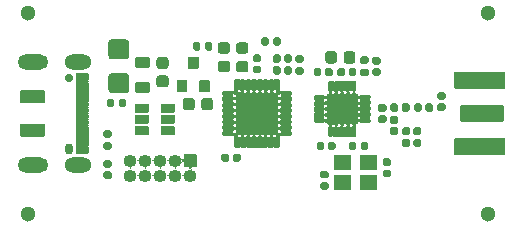
<source format=gbr>
%TF.GenerationSoftware,KiCad,Pcbnew,(5.1.8)-1*%
%TF.CreationDate,2020-12-12T20:42:25+01:00*%
%TF.ProjectId,NRF24Stick,4e524632-3453-4746-9963-6b2e6b696361,rev?*%
%TF.SameCoordinates,Original*%
%TF.FileFunction,Soldermask,Top*%
%TF.FilePolarity,Negative*%
%FSLAX46Y46*%
G04 Gerber Fmt 4.6, Leading zero omitted, Abs format (unit mm)*
G04 Created by KiCad (PCBNEW (5.1.8)-1) date 2020-12-12 20:42:25*
%MOMM*%
%LPD*%
G01*
G04 APERTURE LIST*
%ADD10C,1.300000*%
%ADD11O,2.600000X1.300000*%
%ADD12O,0.700000X0.950000*%
%ADD13O,0.700000X0.700000*%
%ADD14O,2.300000X1.300000*%
%ADD15O,1.100000X1.100000*%
%ADD16C,0.100000*%
G04 APERTURE END LIST*
D10*
%TO.C,H4*%
X149500000Y-107000000D03*
%TD*%
%TO.C,H3*%
X149500000Y-124000000D03*
%TD*%
%TO.C,H2*%
X110500000Y-124000000D03*
%TD*%
%TO.C,H1*%
X110500000Y-107000000D03*
%TD*%
%TO.C,J3*%
G36*
G01*
X150850000Y-119050000D02*
X146650000Y-119050000D01*
G75*
G02*
X146600000Y-119000000I0J50000D01*
G01*
X146600000Y-117650000D01*
G75*
G02*
X146650000Y-117600000I50000J0D01*
G01*
X150850000Y-117600000D01*
G75*
G02*
X150900000Y-117650000I0J-50000D01*
G01*
X150900000Y-119000000D01*
G75*
G02*
X150850000Y-119050000I-50000J0D01*
G01*
G37*
G36*
G01*
X150850000Y-113400000D02*
X146650000Y-113400000D01*
G75*
G02*
X146600000Y-113350000I0J50000D01*
G01*
X146600000Y-112000000D01*
G75*
G02*
X146650000Y-111950000I50000J0D01*
G01*
X150850000Y-111950000D01*
G75*
G02*
X150900000Y-112000000I0J-50000D01*
G01*
X150900000Y-113350000D01*
G75*
G02*
X150850000Y-113400000I-50000J0D01*
G01*
G37*
G36*
G01*
X150750001Y-116185000D02*
X147149999Y-116185000D01*
G75*
G02*
X147100000Y-116135001I0J49999D01*
G01*
X147100000Y-114864999D01*
G75*
G02*
X147149999Y-114815000I49999J0D01*
G01*
X150750001Y-114815000D01*
G75*
G02*
X150800000Y-114864999I0J-49999D01*
G01*
X150800000Y-116135001D01*
G75*
G02*
X150750001Y-116185000I-49999J0D01*
G01*
G37*
%TD*%
%TO.C,J2*%
G36*
G01*
X109900000Y-116350000D02*
X111900000Y-116350000D01*
G75*
G02*
X111950000Y-116400000I0J-50000D01*
G01*
X111950000Y-117400000D01*
G75*
G02*
X111900000Y-117450000I-50000J0D01*
G01*
X109900000Y-117450000D01*
G75*
G02*
X109850000Y-117400000I0J50000D01*
G01*
X109850000Y-116400000D01*
G75*
G02*
X109900000Y-116350000I50000J0D01*
G01*
G37*
G36*
G01*
X111900000Y-114650000D02*
X109900000Y-114650000D01*
G75*
G02*
X109850000Y-114600000I0J50000D01*
G01*
X109850000Y-113600000D01*
G75*
G02*
X109900000Y-113550000I50000J0D01*
G01*
X111900000Y-113550000D01*
G75*
G02*
X111950000Y-113600000I0J-50000D01*
G01*
X111950000Y-114600000D01*
G75*
G02*
X111900000Y-114650000I-50000J0D01*
G01*
G37*
D11*
X110900000Y-111180000D03*
X110900000Y-119820000D03*
D12*
X114000000Y-118500000D03*
D13*
X114000000Y-112500000D03*
D14*
X114725000Y-119820000D03*
X114725000Y-111180000D03*
G36*
G01*
X115600000Y-112710000D02*
X114600000Y-112710000D01*
G75*
G02*
X114550000Y-112660000I0J50000D01*
G01*
X114550000Y-112140000D01*
G75*
G02*
X114600000Y-112090000I50000J0D01*
G01*
X115600000Y-112090000D01*
G75*
G02*
X115650000Y-112140000I0J-50000D01*
G01*
X115650000Y-112660000D01*
G75*
G02*
X115600000Y-112710000I-50000J0D01*
G01*
G37*
G36*
G01*
X114600000Y-118290000D02*
X115600000Y-118290000D01*
G75*
G02*
X115650000Y-118340000I0J-50000D01*
G01*
X115650000Y-118860000D01*
G75*
G02*
X115600000Y-118910000I-50000J0D01*
G01*
X114600000Y-118910000D01*
G75*
G02*
X114550000Y-118860000I0J50000D01*
G01*
X114550000Y-118340000D01*
G75*
G02*
X114600000Y-118290000I50000J0D01*
G01*
G37*
G36*
G01*
X114600000Y-117540000D02*
X115600000Y-117540000D01*
G75*
G02*
X115650000Y-117590000I0J-50000D01*
G01*
X115650000Y-118110000D01*
G75*
G02*
X115600000Y-118160000I-50000J0D01*
G01*
X114600000Y-118160000D01*
G75*
G02*
X114550000Y-118110000I0J50000D01*
G01*
X114550000Y-117590000D01*
G75*
G02*
X114600000Y-117540000I50000J0D01*
G01*
G37*
G36*
G01*
X115600000Y-113460000D02*
X114600000Y-113460000D01*
G75*
G02*
X114550000Y-113410000I0J50000D01*
G01*
X114550000Y-112890000D01*
G75*
G02*
X114600000Y-112840000I50000J0D01*
G01*
X115600000Y-112840000D01*
G75*
G02*
X115650000Y-112890000I0J-50000D01*
G01*
X115650000Y-113410000D01*
G75*
G02*
X115600000Y-113460000I-50000J0D01*
G01*
G37*
G36*
G01*
X115600000Y-113935000D02*
X114600000Y-113935000D01*
G75*
G02*
X114550000Y-113885000I0J50000D01*
G01*
X114550000Y-113615000D01*
G75*
G02*
X114600000Y-113565000I50000J0D01*
G01*
X115600000Y-113565000D01*
G75*
G02*
X115650000Y-113615000I0J-50000D01*
G01*
X115650000Y-113885000D01*
G75*
G02*
X115600000Y-113935000I-50000J0D01*
G01*
G37*
G36*
G01*
X114600000Y-117065000D02*
X115600000Y-117065000D01*
G75*
G02*
X115650000Y-117115000I0J-50000D01*
G01*
X115650000Y-117385000D01*
G75*
G02*
X115600000Y-117435000I-50000J0D01*
G01*
X114600000Y-117435000D01*
G75*
G02*
X114550000Y-117385000I0J50000D01*
G01*
X114550000Y-117115000D01*
G75*
G02*
X114600000Y-117065000I50000J0D01*
G01*
G37*
G36*
G01*
X115600000Y-114435000D02*
X114600000Y-114435000D01*
G75*
G02*
X114550000Y-114385000I0J50000D01*
G01*
X114550000Y-114115000D01*
G75*
G02*
X114600000Y-114065000I50000J0D01*
G01*
X115600000Y-114065000D01*
G75*
G02*
X115650000Y-114115000I0J-50000D01*
G01*
X115650000Y-114385000D01*
G75*
G02*
X115600000Y-114435000I-50000J0D01*
G01*
G37*
G36*
G01*
X115600000Y-114935000D02*
X114600000Y-114935000D01*
G75*
G02*
X114550000Y-114885000I0J50000D01*
G01*
X114550000Y-114615000D01*
G75*
G02*
X114600000Y-114565000I50000J0D01*
G01*
X115600000Y-114565000D01*
G75*
G02*
X115650000Y-114615000I0J-50000D01*
G01*
X115650000Y-114885000D01*
G75*
G02*
X115600000Y-114935000I-50000J0D01*
G01*
G37*
G36*
G01*
X115600000Y-115435000D02*
X114600000Y-115435000D01*
G75*
G02*
X114550000Y-115385000I0J50000D01*
G01*
X114550000Y-115115000D01*
G75*
G02*
X114600000Y-115065000I50000J0D01*
G01*
X115600000Y-115065000D01*
G75*
G02*
X115650000Y-115115000I0J-50000D01*
G01*
X115650000Y-115385000D01*
G75*
G02*
X115600000Y-115435000I-50000J0D01*
G01*
G37*
G36*
G01*
X115600000Y-115935000D02*
X114600000Y-115935000D01*
G75*
G02*
X114550000Y-115885000I0J50000D01*
G01*
X114550000Y-115615000D01*
G75*
G02*
X114600000Y-115565000I50000J0D01*
G01*
X115600000Y-115565000D01*
G75*
G02*
X115650000Y-115615000I0J-50000D01*
G01*
X115650000Y-115885000D01*
G75*
G02*
X115600000Y-115935000I-50000J0D01*
G01*
G37*
G36*
G01*
X115600000Y-116435000D02*
X114600000Y-116435000D01*
G75*
G02*
X114550000Y-116385000I0J50000D01*
G01*
X114550000Y-116115000D01*
G75*
G02*
X114600000Y-116065000I50000J0D01*
G01*
X115600000Y-116065000D01*
G75*
G02*
X115650000Y-116115000I0J-50000D01*
G01*
X115650000Y-116385000D01*
G75*
G02*
X115600000Y-116435000I-50000J0D01*
G01*
G37*
G36*
G01*
X115600000Y-116935000D02*
X114600000Y-116935000D01*
G75*
G02*
X114550000Y-116885000I0J50000D01*
G01*
X114550000Y-116615000D01*
G75*
G02*
X114600000Y-116565000I50000J0D01*
G01*
X115600000Y-116565000D01*
G75*
G02*
X115650000Y-116615000I0J-50000D01*
G01*
X115650000Y-116885000D01*
G75*
G02*
X115600000Y-116935000I-50000J0D01*
G01*
G37*
%TD*%
%TO.C,C6*%
G36*
G01*
X124625000Y-114425000D02*
X124625000Y-114975000D01*
G75*
G02*
X124375000Y-115225000I-250000J0D01*
G01*
X123875000Y-115225000D01*
G75*
G02*
X123625000Y-114975000I0J250000D01*
G01*
X123625000Y-114425000D01*
G75*
G02*
X123875000Y-114175000I250000J0D01*
G01*
X124375000Y-114175000D01*
G75*
G02*
X124625000Y-114425000I0J-250000D01*
G01*
G37*
G36*
G01*
X126175000Y-114425000D02*
X126175000Y-114975000D01*
G75*
G02*
X125925000Y-115225000I-250000J0D01*
G01*
X125425000Y-115225000D01*
G75*
G02*
X125175000Y-114975000I0J250000D01*
G01*
X125175000Y-114425000D01*
G75*
G02*
X125425000Y-114175000I250000J0D01*
G01*
X125925000Y-114175000D01*
G75*
G02*
X126175000Y-114425000I0J-250000D01*
G01*
G37*
%TD*%
%TO.C,R3*%
G36*
G01*
X133710000Y-112230000D02*
X133290000Y-112230000D01*
G75*
G02*
X133130000Y-112070000I0J160000D01*
G01*
X133130000Y-111750000D01*
G75*
G02*
X133290000Y-111590000I160000J0D01*
G01*
X133710000Y-111590000D01*
G75*
G02*
X133870000Y-111750000I0J-160000D01*
G01*
X133870000Y-112070000D01*
G75*
G02*
X133710000Y-112230000I-160000J0D01*
G01*
G37*
G36*
G01*
X133710000Y-111210000D02*
X133290000Y-111210000D01*
G75*
G02*
X133130000Y-111050000I0J160000D01*
G01*
X133130000Y-110730000D01*
G75*
G02*
X133290000Y-110570000I160000J0D01*
G01*
X133710000Y-110570000D01*
G75*
G02*
X133870000Y-110730000I0J-160000D01*
G01*
X133870000Y-111050000D01*
G75*
G02*
X133710000Y-111210000I-160000J0D01*
G01*
G37*
%TD*%
%TO.C,C1*%
G36*
G01*
X131240000Y-111045000D02*
X131240000Y-110655000D01*
G75*
G02*
X131405000Y-110490000I165000J0D01*
G01*
X131735000Y-110490000D01*
G75*
G02*
X131900000Y-110655000I0J-165000D01*
G01*
X131900000Y-111045000D01*
G75*
G02*
X131735000Y-111210000I-165000J0D01*
G01*
X131405000Y-111210000D01*
G75*
G02*
X131240000Y-111045000I0J165000D01*
G01*
G37*
G36*
G01*
X132200000Y-111045000D02*
X132200000Y-110655000D01*
G75*
G02*
X132365000Y-110490000I165000J0D01*
G01*
X132695000Y-110490000D01*
G75*
G02*
X132860000Y-110655000I0J-165000D01*
G01*
X132860000Y-111045000D01*
G75*
G02*
X132695000Y-111210000I-165000J0D01*
G01*
X132365000Y-111210000D01*
G75*
G02*
X132200000Y-111045000I0J165000D01*
G01*
G37*
%TD*%
%TO.C,C12*%
G36*
G01*
X135795000Y-121960000D02*
X135405000Y-121960000D01*
G75*
G02*
X135240000Y-121795000I0J165000D01*
G01*
X135240000Y-121465000D01*
G75*
G02*
X135405000Y-121300000I165000J0D01*
G01*
X135795000Y-121300000D01*
G75*
G02*
X135960000Y-121465000I0J-165000D01*
G01*
X135960000Y-121795000D01*
G75*
G02*
X135795000Y-121960000I-165000J0D01*
G01*
G37*
G36*
G01*
X135795000Y-121000000D02*
X135405000Y-121000000D01*
G75*
G02*
X135240000Y-120835000I0J165000D01*
G01*
X135240000Y-120505000D01*
G75*
G02*
X135405000Y-120340000I165000J0D01*
G01*
X135795000Y-120340000D01*
G75*
G02*
X135960000Y-120505000I0J-165000D01*
G01*
X135960000Y-120835000D01*
G75*
G02*
X135795000Y-121000000I-165000J0D01*
G01*
G37*
%TD*%
%TO.C,R7*%
G36*
G01*
X117460000Y-117560000D02*
X117040000Y-117560000D01*
G75*
G02*
X116880000Y-117400000I0J160000D01*
G01*
X116880000Y-117080000D01*
G75*
G02*
X117040000Y-116920000I160000J0D01*
G01*
X117460000Y-116920000D01*
G75*
G02*
X117620000Y-117080000I0J-160000D01*
G01*
X117620000Y-117400000D01*
G75*
G02*
X117460000Y-117560000I-160000J0D01*
G01*
G37*
G36*
G01*
X117460000Y-118580000D02*
X117040000Y-118580000D01*
G75*
G02*
X116880000Y-118420000I0J160000D01*
G01*
X116880000Y-118100000D01*
G75*
G02*
X117040000Y-117940000I160000J0D01*
G01*
X117460000Y-117940000D01*
G75*
G02*
X117620000Y-118100000I0J-160000D01*
G01*
X117620000Y-118420000D01*
G75*
G02*
X117460000Y-118580000I-160000J0D01*
G01*
G37*
%TD*%
%TO.C,R6*%
G36*
G01*
X118830000Y-114390000D02*
X118830000Y-114810000D01*
G75*
G02*
X118670000Y-114970000I-160000J0D01*
G01*
X118350000Y-114970000D01*
G75*
G02*
X118190000Y-114810000I0J160000D01*
G01*
X118190000Y-114390000D01*
G75*
G02*
X118350000Y-114230000I160000J0D01*
G01*
X118670000Y-114230000D01*
G75*
G02*
X118830000Y-114390000I0J-160000D01*
G01*
G37*
G36*
G01*
X117810000Y-114390000D02*
X117810000Y-114810000D01*
G75*
G02*
X117650000Y-114970000I-160000J0D01*
G01*
X117330000Y-114970000D01*
G75*
G02*
X117170000Y-114810000I0J160000D01*
G01*
X117170000Y-114390000D01*
G75*
G02*
X117330000Y-114230000I160000J0D01*
G01*
X117650000Y-114230000D01*
G75*
G02*
X117810000Y-114390000I0J-160000D01*
G01*
G37*
%TD*%
%TO.C,Y1*%
G36*
G01*
X136400000Y-120250000D02*
X136400000Y-119050000D01*
G75*
G02*
X136450000Y-119000000I50000J0D01*
G01*
X137850000Y-119000000D01*
G75*
G02*
X137900000Y-119050000I0J-50000D01*
G01*
X137900000Y-120250000D01*
G75*
G02*
X137850000Y-120300000I-50000J0D01*
G01*
X136450000Y-120300000D01*
G75*
G02*
X136400000Y-120250000I0J50000D01*
G01*
G37*
G36*
G01*
X138600000Y-120250000D02*
X138600000Y-119050000D01*
G75*
G02*
X138650000Y-119000000I50000J0D01*
G01*
X140050000Y-119000000D01*
G75*
G02*
X140100000Y-119050000I0J-50000D01*
G01*
X140100000Y-120250000D01*
G75*
G02*
X140050000Y-120300000I-50000J0D01*
G01*
X138650000Y-120300000D01*
G75*
G02*
X138600000Y-120250000I0J50000D01*
G01*
G37*
G36*
G01*
X138600000Y-121950000D02*
X138600000Y-120750000D01*
G75*
G02*
X138650000Y-120700000I50000J0D01*
G01*
X140050000Y-120700000D01*
G75*
G02*
X140100000Y-120750000I0J-50000D01*
G01*
X140100000Y-121950000D01*
G75*
G02*
X140050000Y-122000000I-50000J0D01*
G01*
X138650000Y-122000000D01*
G75*
G02*
X138600000Y-121950000I0J50000D01*
G01*
G37*
G36*
G01*
X136400000Y-121950000D02*
X136400000Y-120750000D01*
G75*
G02*
X136450000Y-120700000I50000J0D01*
G01*
X137850000Y-120700000D01*
G75*
G02*
X137900000Y-120750000I0J-50000D01*
G01*
X137900000Y-121950000D01*
G75*
G02*
X137850000Y-122000000I-50000J0D01*
G01*
X136450000Y-122000000D01*
G75*
G02*
X136400000Y-121950000I0J50000D01*
G01*
G37*
%TD*%
%TO.C,U4*%
G36*
G01*
X134720000Y-114207500D02*
X134720000Y-114032500D01*
G75*
G02*
X134807500Y-113945000I87500J0D01*
G01*
X135557500Y-113945000D01*
G75*
G02*
X135645000Y-114032500I0J-87500D01*
G01*
X135645000Y-114207500D01*
G75*
G02*
X135557500Y-114295000I-87500J0D01*
G01*
X134807500Y-114295000D01*
G75*
G02*
X134720000Y-114207500I0J87500D01*
G01*
G37*
G36*
G01*
X134720000Y-114707500D02*
X134720000Y-114532500D01*
G75*
G02*
X134807500Y-114445000I87500J0D01*
G01*
X135557500Y-114445000D01*
G75*
G02*
X135645000Y-114532500I0J-87500D01*
G01*
X135645000Y-114707500D01*
G75*
G02*
X135557500Y-114795000I-87500J0D01*
G01*
X134807500Y-114795000D01*
G75*
G02*
X134720000Y-114707500I0J87500D01*
G01*
G37*
G36*
G01*
X134720000Y-115207500D02*
X134720000Y-115032500D01*
G75*
G02*
X134807500Y-114945000I87500J0D01*
G01*
X135557500Y-114945000D01*
G75*
G02*
X135645000Y-115032500I0J-87500D01*
G01*
X135645000Y-115207500D01*
G75*
G02*
X135557500Y-115295000I-87500J0D01*
G01*
X134807500Y-115295000D01*
G75*
G02*
X134720000Y-115207500I0J87500D01*
G01*
G37*
G36*
G01*
X134720000Y-115707500D02*
X134720000Y-115532500D01*
G75*
G02*
X134807500Y-115445000I87500J0D01*
G01*
X135557500Y-115445000D01*
G75*
G02*
X135645000Y-115532500I0J-87500D01*
G01*
X135645000Y-115707500D01*
G75*
G02*
X135557500Y-115795000I-87500J0D01*
G01*
X134807500Y-115795000D01*
G75*
G02*
X134720000Y-115707500I0J87500D01*
G01*
G37*
G36*
G01*
X134720000Y-116207500D02*
X134720000Y-116032500D01*
G75*
G02*
X134807500Y-115945000I87500J0D01*
G01*
X135557500Y-115945000D01*
G75*
G02*
X135645000Y-116032500I0J-87500D01*
G01*
X135645000Y-116207500D01*
G75*
G02*
X135557500Y-116295000I-87500J0D01*
G01*
X134807500Y-116295000D01*
G75*
G02*
X134720000Y-116207500I0J87500D01*
G01*
G37*
G36*
G01*
X135945000Y-117432500D02*
X135945000Y-116682500D01*
G75*
G02*
X136032500Y-116595000I87500J0D01*
G01*
X136207500Y-116595000D01*
G75*
G02*
X136295000Y-116682500I0J-87500D01*
G01*
X136295000Y-117432500D01*
G75*
G02*
X136207500Y-117520000I-87500J0D01*
G01*
X136032500Y-117520000D01*
G75*
G02*
X135945000Y-117432500I0J87500D01*
G01*
G37*
G36*
G01*
X136445000Y-117432500D02*
X136445000Y-116682500D01*
G75*
G02*
X136532500Y-116595000I87500J0D01*
G01*
X136707500Y-116595000D01*
G75*
G02*
X136795000Y-116682500I0J-87500D01*
G01*
X136795000Y-117432500D01*
G75*
G02*
X136707500Y-117520000I-87500J0D01*
G01*
X136532500Y-117520000D01*
G75*
G02*
X136445000Y-117432500I0J87500D01*
G01*
G37*
G36*
G01*
X136945000Y-117432500D02*
X136945000Y-116682500D01*
G75*
G02*
X137032500Y-116595000I87500J0D01*
G01*
X137207500Y-116595000D01*
G75*
G02*
X137295000Y-116682500I0J-87500D01*
G01*
X137295000Y-117432500D01*
G75*
G02*
X137207500Y-117520000I-87500J0D01*
G01*
X137032500Y-117520000D01*
G75*
G02*
X136945000Y-117432500I0J87500D01*
G01*
G37*
G36*
G01*
X137445000Y-117432500D02*
X137445000Y-116682500D01*
G75*
G02*
X137532500Y-116595000I87500J0D01*
G01*
X137707500Y-116595000D01*
G75*
G02*
X137795000Y-116682500I0J-87500D01*
G01*
X137795000Y-117432500D01*
G75*
G02*
X137707500Y-117520000I-87500J0D01*
G01*
X137532500Y-117520000D01*
G75*
G02*
X137445000Y-117432500I0J87500D01*
G01*
G37*
G36*
G01*
X137945000Y-117432500D02*
X137945000Y-116682500D01*
G75*
G02*
X138032500Y-116595000I87500J0D01*
G01*
X138207500Y-116595000D01*
G75*
G02*
X138295000Y-116682500I0J-87500D01*
G01*
X138295000Y-117432500D01*
G75*
G02*
X138207500Y-117520000I-87500J0D01*
G01*
X138032500Y-117520000D01*
G75*
G02*
X137945000Y-117432500I0J87500D01*
G01*
G37*
G36*
G01*
X138595000Y-116207500D02*
X138595000Y-116032500D01*
G75*
G02*
X138682500Y-115945000I87500J0D01*
G01*
X139432500Y-115945000D01*
G75*
G02*
X139520000Y-116032500I0J-87500D01*
G01*
X139520000Y-116207500D01*
G75*
G02*
X139432500Y-116295000I-87500J0D01*
G01*
X138682500Y-116295000D01*
G75*
G02*
X138595000Y-116207500I0J87500D01*
G01*
G37*
G36*
G01*
X138595000Y-115707500D02*
X138595000Y-115532500D01*
G75*
G02*
X138682500Y-115445000I87500J0D01*
G01*
X139432500Y-115445000D01*
G75*
G02*
X139520000Y-115532500I0J-87500D01*
G01*
X139520000Y-115707500D01*
G75*
G02*
X139432500Y-115795000I-87500J0D01*
G01*
X138682500Y-115795000D01*
G75*
G02*
X138595000Y-115707500I0J87500D01*
G01*
G37*
G36*
G01*
X138595000Y-115207500D02*
X138595000Y-115032500D01*
G75*
G02*
X138682500Y-114945000I87500J0D01*
G01*
X139432500Y-114945000D01*
G75*
G02*
X139520000Y-115032500I0J-87500D01*
G01*
X139520000Y-115207500D01*
G75*
G02*
X139432500Y-115295000I-87500J0D01*
G01*
X138682500Y-115295000D01*
G75*
G02*
X138595000Y-115207500I0J87500D01*
G01*
G37*
G36*
G01*
X138595000Y-114707500D02*
X138595000Y-114532500D01*
G75*
G02*
X138682500Y-114445000I87500J0D01*
G01*
X139432500Y-114445000D01*
G75*
G02*
X139520000Y-114532500I0J-87500D01*
G01*
X139520000Y-114707500D01*
G75*
G02*
X139432500Y-114795000I-87500J0D01*
G01*
X138682500Y-114795000D01*
G75*
G02*
X138595000Y-114707500I0J87500D01*
G01*
G37*
G36*
G01*
X138595000Y-114207500D02*
X138595000Y-114032500D01*
G75*
G02*
X138682500Y-113945000I87500J0D01*
G01*
X139432500Y-113945000D01*
G75*
G02*
X139520000Y-114032500I0J-87500D01*
G01*
X139520000Y-114207500D01*
G75*
G02*
X139432500Y-114295000I-87500J0D01*
G01*
X138682500Y-114295000D01*
G75*
G02*
X138595000Y-114207500I0J87500D01*
G01*
G37*
G36*
G01*
X137945000Y-113557500D02*
X137945000Y-112807500D01*
G75*
G02*
X138032500Y-112720000I87500J0D01*
G01*
X138207500Y-112720000D01*
G75*
G02*
X138295000Y-112807500I0J-87500D01*
G01*
X138295000Y-113557500D01*
G75*
G02*
X138207500Y-113645000I-87500J0D01*
G01*
X138032500Y-113645000D01*
G75*
G02*
X137945000Y-113557500I0J87500D01*
G01*
G37*
G36*
G01*
X137445000Y-113557500D02*
X137445000Y-112807500D01*
G75*
G02*
X137532500Y-112720000I87500J0D01*
G01*
X137707500Y-112720000D01*
G75*
G02*
X137795000Y-112807500I0J-87500D01*
G01*
X137795000Y-113557500D01*
G75*
G02*
X137707500Y-113645000I-87500J0D01*
G01*
X137532500Y-113645000D01*
G75*
G02*
X137445000Y-113557500I0J87500D01*
G01*
G37*
G36*
G01*
X136945000Y-113557500D02*
X136945000Y-112807500D01*
G75*
G02*
X137032500Y-112720000I87500J0D01*
G01*
X137207500Y-112720000D01*
G75*
G02*
X137295000Y-112807500I0J-87500D01*
G01*
X137295000Y-113557500D01*
G75*
G02*
X137207500Y-113645000I-87500J0D01*
G01*
X137032500Y-113645000D01*
G75*
G02*
X136945000Y-113557500I0J87500D01*
G01*
G37*
G36*
G01*
X136445000Y-113557500D02*
X136445000Y-112807500D01*
G75*
G02*
X136532500Y-112720000I87500J0D01*
G01*
X136707500Y-112720000D01*
G75*
G02*
X136795000Y-112807500I0J-87500D01*
G01*
X136795000Y-113557500D01*
G75*
G02*
X136707500Y-113645000I-87500J0D01*
G01*
X136532500Y-113645000D01*
G75*
G02*
X136445000Y-113557500I0J87500D01*
G01*
G37*
G36*
G01*
X135945000Y-113557500D02*
X135945000Y-112807500D01*
G75*
G02*
X136032500Y-112720000I87500J0D01*
G01*
X136207500Y-112720000D01*
G75*
G02*
X136295000Y-112807500I0J-87500D01*
G01*
X136295000Y-113557500D01*
G75*
G02*
X136207500Y-113645000I-87500J0D01*
G01*
X136032500Y-113645000D01*
G75*
G02*
X135945000Y-113557500I0J87500D01*
G01*
G37*
G36*
G01*
X135820000Y-116370000D02*
X135820000Y-113870000D01*
G75*
G02*
X135870000Y-113820000I50000J0D01*
G01*
X138370000Y-113820000D01*
G75*
G02*
X138420000Y-113870000I0J-50000D01*
G01*
X138420000Y-116370000D01*
G75*
G02*
X138370000Y-116420000I-50000J0D01*
G01*
X135870000Y-116420000D01*
G75*
G02*
X135820000Y-116370000I0J50000D01*
G01*
G37*
%TD*%
%TO.C,U3*%
G36*
G01*
X131562500Y-112575000D02*
X131737500Y-112575000D01*
G75*
G02*
X131825000Y-112662500I0J-87500D01*
G01*
X131825000Y-113462500D01*
G75*
G02*
X131737500Y-113550000I-87500J0D01*
G01*
X131562500Y-113550000D01*
G75*
G02*
X131475000Y-113462500I0J87500D01*
G01*
X131475000Y-112662500D01*
G75*
G02*
X131562500Y-112575000I87500J0D01*
G01*
G37*
G36*
G01*
X131062500Y-112575000D02*
X131237500Y-112575000D01*
G75*
G02*
X131325000Y-112662500I0J-87500D01*
G01*
X131325000Y-113462500D01*
G75*
G02*
X131237500Y-113550000I-87500J0D01*
G01*
X131062500Y-113550000D01*
G75*
G02*
X130975000Y-113462500I0J87500D01*
G01*
X130975000Y-112662500D01*
G75*
G02*
X131062500Y-112575000I87500J0D01*
G01*
G37*
G36*
G01*
X130562500Y-112575000D02*
X130737500Y-112575000D01*
G75*
G02*
X130825000Y-112662500I0J-87500D01*
G01*
X130825000Y-113462500D01*
G75*
G02*
X130737500Y-113550000I-87500J0D01*
G01*
X130562500Y-113550000D01*
G75*
G02*
X130475000Y-113462500I0J87500D01*
G01*
X130475000Y-112662500D01*
G75*
G02*
X130562500Y-112575000I87500J0D01*
G01*
G37*
G36*
G01*
X130062500Y-112575000D02*
X130237500Y-112575000D01*
G75*
G02*
X130325000Y-112662500I0J-87500D01*
G01*
X130325000Y-113462500D01*
G75*
G02*
X130237500Y-113550000I-87500J0D01*
G01*
X130062500Y-113550000D01*
G75*
G02*
X129975000Y-113462500I0J87500D01*
G01*
X129975000Y-112662500D01*
G75*
G02*
X130062500Y-112575000I87500J0D01*
G01*
G37*
G36*
G01*
X129562500Y-112575000D02*
X129737500Y-112575000D01*
G75*
G02*
X129825000Y-112662500I0J-87500D01*
G01*
X129825000Y-113462500D01*
G75*
G02*
X129737500Y-113550000I-87500J0D01*
G01*
X129562500Y-113550000D01*
G75*
G02*
X129475000Y-113462500I0J87500D01*
G01*
X129475000Y-112662500D01*
G75*
G02*
X129562500Y-112575000I87500J0D01*
G01*
G37*
G36*
G01*
X129062500Y-112575000D02*
X129237500Y-112575000D01*
G75*
G02*
X129325000Y-112662500I0J-87500D01*
G01*
X129325000Y-113462500D01*
G75*
G02*
X129237500Y-113550000I-87500J0D01*
G01*
X129062500Y-113550000D01*
G75*
G02*
X128975000Y-113462500I0J87500D01*
G01*
X128975000Y-112662500D01*
G75*
G02*
X129062500Y-112575000I87500J0D01*
G01*
G37*
G36*
G01*
X128562500Y-112575000D02*
X128737500Y-112575000D01*
G75*
G02*
X128825000Y-112662500I0J-87500D01*
G01*
X128825000Y-113462500D01*
G75*
G02*
X128737500Y-113550000I-87500J0D01*
G01*
X128562500Y-113550000D01*
G75*
G02*
X128475000Y-113462500I0J87500D01*
G01*
X128475000Y-112662500D01*
G75*
G02*
X128562500Y-112575000I87500J0D01*
G01*
G37*
G36*
G01*
X128062500Y-112575000D02*
X128237500Y-112575000D01*
G75*
G02*
X128325000Y-112662500I0J-87500D01*
G01*
X128325000Y-113462500D01*
G75*
G02*
X128237500Y-113550000I-87500J0D01*
G01*
X128062500Y-113550000D01*
G75*
G02*
X127975000Y-113462500I0J87500D01*
G01*
X127975000Y-112662500D01*
G75*
G02*
X128062500Y-112575000I87500J0D01*
G01*
G37*
G36*
G01*
X127062500Y-113575000D02*
X127862500Y-113575000D01*
G75*
G02*
X127950000Y-113662500I0J-87500D01*
G01*
X127950000Y-113837500D01*
G75*
G02*
X127862500Y-113925000I-87500J0D01*
G01*
X127062500Y-113925000D01*
G75*
G02*
X126975000Y-113837500I0J87500D01*
G01*
X126975000Y-113662500D01*
G75*
G02*
X127062500Y-113575000I87500J0D01*
G01*
G37*
G36*
G01*
X127062500Y-114075000D02*
X127862500Y-114075000D01*
G75*
G02*
X127950000Y-114162500I0J-87500D01*
G01*
X127950000Y-114337500D01*
G75*
G02*
X127862500Y-114425000I-87500J0D01*
G01*
X127062500Y-114425000D01*
G75*
G02*
X126975000Y-114337500I0J87500D01*
G01*
X126975000Y-114162500D01*
G75*
G02*
X127062500Y-114075000I87500J0D01*
G01*
G37*
G36*
G01*
X127062500Y-114575000D02*
X127862500Y-114575000D01*
G75*
G02*
X127950000Y-114662500I0J-87500D01*
G01*
X127950000Y-114837500D01*
G75*
G02*
X127862500Y-114925000I-87500J0D01*
G01*
X127062500Y-114925000D01*
G75*
G02*
X126975000Y-114837500I0J87500D01*
G01*
X126975000Y-114662500D01*
G75*
G02*
X127062500Y-114575000I87500J0D01*
G01*
G37*
G36*
G01*
X127062500Y-115075000D02*
X127862500Y-115075000D01*
G75*
G02*
X127950000Y-115162500I0J-87500D01*
G01*
X127950000Y-115337500D01*
G75*
G02*
X127862500Y-115425000I-87500J0D01*
G01*
X127062500Y-115425000D01*
G75*
G02*
X126975000Y-115337500I0J87500D01*
G01*
X126975000Y-115162500D01*
G75*
G02*
X127062500Y-115075000I87500J0D01*
G01*
G37*
G36*
G01*
X127062500Y-115575000D02*
X127862500Y-115575000D01*
G75*
G02*
X127950000Y-115662500I0J-87500D01*
G01*
X127950000Y-115837500D01*
G75*
G02*
X127862500Y-115925000I-87500J0D01*
G01*
X127062500Y-115925000D01*
G75*
G02*
X126975000Y-115837500I0J87500D01*
G01*
X126975000Y-115662500D01*
G75*
G02*
X127062500Y-115575000I87500J0D01*
G01*
G37*
G36*
G01*
X127062500Y-116075000D02*
X127862500Y-116075000D01*
G75*
G02*
X127950000Y-116162500I0J-87500D01*
G01*
X127950000Y-116337500D01*
G75*
G02*
X127862500Y-116425000I-87500J0D01*
G01*
X127062500Y-116425000D01*
G75*
G02*
X126975000Y-116337500I0J87500D01*
G01*
X126975000Y-116162500D01*
G75*
G02*
X127062500Y-116075000I87500J0D01*
G01*
G37*
G36*
G01*
X127062500Y-116575000D02*
X127862500Y-116575000D01*
G75*
G02*
X127950000Y-116662500I0J-87500D01*
G01*
X127950000Y-116837500D01*
G75*
G02*
X127862500Y-116925000I-87500J0D01*
G01*
X127062500Y-116925000D01*
G75*
G02*
X126975000Y-116837500I0J87500D01*
G01*
X126975000Y-116662500D01*
G75*
G02*
X127062500Y-116575000I87500J0D01*
G01*
G37*
G36*
G01*
X127062500Y-117075000D02*
X127862500Y-117075000D01*
G75*
G02*
X127950000Y-117162500I0J-87500D01*
G01*
X127950000Y-117337500D01*
G75*
G02*
X127862500Y-117425000I-87500J0D01*
G01*
X127062500Y-117425000D01*
G75*
G02*
X126975000Y-117337500I0J87500D01*
G01*
X126975000Y-117162500D01*
G75*
G02*
X127062500Y-117075000I87500J0D01*
G01*
G37*
G36*
G01*
X128062500Y-117450000D02*
X128237500Y-117450000D01*
G75*
G02*
X128325000Y-117537500I0J-87500D01*
G01*
X128325000Y-118337500D01*
G75*
G02*
X128237500Y-118425000I-87500J0D01*
G01*
X128062500Y-118425000D01*
G75*
G02*
X127975000Y-118337500I0J87500D01*
G01*
X127975000Y-117537500D01*
G75*
G02*
X128062500Y-117450000I87500J0D01*
G01*
G37*
G36*
G01*
X128562500Y-117450000D02*
X128737500Y-117450000D01*
G75*
G02*
X128825000Y-117537500I0J-87500D01*
G01*
X128825000Y-118337500D01*
G75*
G02*
X128737500Y-118425000I-87500J0D01*
G01*
X128562500Y-118425000D01*
G75*
G02*
X128475000Y-118337500I0J87500D01*
G01*
X128475000Y-117537500D01*
G75*
G02*
X128562500Y-117450000I87500J0D01*
G01*
G37*
G36*
G01*
X129062500Y-117450000D02*
X129237500Y-117450000D01*
G75*
G02*
X129325000Y-117537500I0J-87500D01*
G01*
X129325000Y-118337500D01*
G75*
G02*
X129237500Y-118425000I-87500J0D01*
G01*
X129062500Y-118425000D01*
G75*
G02*
X128975000Y-118337500I0J87500D01*
G01*
X128975000Y-117537500D01*
G75*
G02*
X129062500Y-117450000I87500J0D01*
G01*
G37*
G36*
G01*
X129562500Y-117450000D02*
X129737500Y-117450000D01*
G75*
G02*
X129825000Y-117537500I0J-87500D01*
G01*
X129825000Y-118337500D01*
G75*
G02*
X129737500Y-118425000I-87500J0D01*
G01*
X129562500Y-118425000D01*
G75*
G02*
X129475000Y-118337500I0J87500D01*
G01*
X129475000Y-117537500D01*
G75*
G02*
X129562500Y-117450000I87500J0D01*
G01*
G37*
G36*
G01*
X130062500Y-117450000D02*
X130237500Y-117450000D01*
G75*
G02*
X130325000Y-117537500I0J-87500D01*
G01*
X130325000Y-118337500D01*
G75*
G02*
X130237500Y-118425000I-87500J0D01*
G01*
X130062500Y-118425000D01*
G75*
G02*
X129975000Y-118337500I0J87500D01*
G01*
X129975000Y-117537500D01*
G75*
G02*
X130062500Y-117450000I87500J0D01*
G01*
G37*
G36*
G01*
X130562500Y-117450000D02*
X130737500Y-117450000D01*
G75*
G02*
X130825000Y-117537500I0J-87500D01*
G01*
X130825000Y-118337500D01*
G75*
G02*
X130737500Y-118425000I-87500J0D01*
G01*
X130562500Y-118425000D01*
G75*
G02*
X130475000Y-118337500I0J87500D01*
G01*
X130475000Y-117537500D01*
G75*
G02*
X130562500Y-117450000I87500J0D01*
G01*
G37*
G36*
G01*
X131062500Y-117450000D02*
X131237500Y-117450000D01*
G75*
G02*
X131325000Y-117537500I0J-87500D01*
G01*
X131325000Y-118337500D01*
G75*
G02*
X131237500Y-118425000I-87500J0D01*
G01*
X131062500Y-118425000D01*
G75*
G02*
X130975000Y-118337500I0J87500D01*
G01*
X130975000Y-117537500D01*
G75*
G02*
X131062500Y-117450000I87500J0D01*
G01*
G37*
G36*
G01*
X131562500Y-117450000D02*
X131737500Y-117450000D01*
G75*
G02*
X131825000Y-117537500I0J-87500D01*
G01*
X131825000Y-118337500D01*
G75*
G02*
X131737500Y-118425000I-87500J0D01*
G01*
X131562500Y-118425000D01*
G75*
G02*
X131475000Y-118337500I0J87500D01*
G01*
X131475000Y-117537500D01*
G75*
G02*
X131562500Y-117450000I87500J0D01*
G01*
G37*
G36*
G01*
X131937500Y-117075000D02*
X132737500Y-117075000D01*
G75*
G02*
X132825000Y-117162500I0J-87500D01*
G01*
X132825000Y-117337500D01*
G75*
G02*
X132737500Y-117425000I-87500J0D01*
G01*
X131937500Y-117425000D01*
G75*
G02*
X131850000Y-117337500I0J87500D01*
G01*
X131850000Y-117162500D01*
G75*
G02*
X131937500Y-117075000I87500J0D01*
G01*
G37*
G36*
G01*
X131937500Y-116575000D02*
X132737500Y-116575000D01*
G75*
G02*
X132825000Y-116662500I0J-87500D01*
G01*
X132825000Y-116837500D01*
G75*
G02*
X132737500Y-116925000I-87500J0D01*
G01*
X131937500Y-116925000D01*
G75*
G02*
X131850000Y-116837500I0J87500D01*
G01*
X131850000Y-116662500D01*
G75*
G02*
X131937500Y-116575000I87500J0D01*
G01*
G37*
G36*
G01*
X131937500Y-116075000D02*
X132737500Y-116075000D01*
G75*
G02*
X132825000Y-116162500I0J-87500D01*
G01*
X132825000Y-116337500D01*
G75*
G02*
X132737500Y-116425000I-87500J0D01*
G01*
X131937500Y-116425000D01*
G75*
G02*
X131850000Y-116337500I0J87500D01*
G01*
X131850000Y-116162500D01*
G75*
G02*
X131937500Y-116075000I87500J0D01*
G01*
G37*
G36*
G01*
X131937500Y-115575000D02*
X132737500Y-115575000D01*
G75*
G02*
X132825000Y-115662500I0J-87500D01*
G01*
X132825000Y-115837500D01*
G75*
G02*
X132737500Y-115925000I-87500J0D01*
G01*
X131937500Y-115925000D01*
G75*
G02*
X131850000Y-115837500I0J87500D01*
G01*
X131850000Y-115662500D01*
G75*
G02*
X131937500Y-115575000I87500J0D01*
G01*
G37*
G36*
G01*
X131937500Y-115075000D02*
X132737500Y-115075000D01*
G75*
G02*
X132825000Y-115162500I0J-87500D01*
G01*
X132825000Y-115337500D01*
G75*
G02*
X132737500Y-115425000I-87500J0D01*
G01*
X131937500Y-115425000D01*
G75*
G02*
X131850000Y-115337500I0J87500D01*
G01*
X131850000Y-115162500D01*
G75*
G02*
X131937500Y-115075000I87500J0D01*
G01*
G37*
G36*
G01*
X131937500Y-114575000D02*
X132737500Y-114575000D01*
G75*
G02*
X132825000Y-114662500I0J-87500D01*
G01*
X132825000Y-114837500D01*
G75*
G02*
X132737500Y-114925000I-87500J0D01*
G01*
X131937500Y-114925000D01*
G75*
G02*
X131850000Y-114837500I0J87500D01*
G01*
X131850000Y-114662500D01*
G75*
G02*
X131937500Y-114575000I87500J0D01*
G01*
G37*
G36*
G01*
X131937500Y-114075000D02*
X132737500Y-114075000D01*
G75*
G02*
X132825000Y-114162500I0J-87500D01*
G01*
X132825000Y-114337500D01*
G75*
G02*
X132737500Y-114425000I-87500J0D01*
G01*
X131937500Y-114425000D01*
G75*
G02*
X131850000Y-114337500I0J87500D01*
G01*
X131850000Y-114162500D01*
G75*
G02*
X131937500Y-114075000I87500J0D01*
G01*
G37*
G36*
G01*
X131937500Y-113575000D02*
X132737500Y-113575000D01*
G75*
G02*
X132825000Y-113662500I0J-87500D01*
G01*
X132825000Y-113837500D01*
G75*
G02*
X132737500Y-113925000I-87500J0D01*
G01*
X131937500Y-113925000D01*
G75*
G02*
X131850000Y-113837500I0J87500D01*
G01*
X131850000Y-113662500D01*
G75*
G02*
X131937500Y-113575000I87500J0D01*
G01*
G37*
G36*
G01*
X128175000Y-113725000D02*
X131625000Y-113725000D01*
G75*
G02*
X131675000Y-113775000I0J-50000D01*
G01*
X131675000Y-117225000D01*
G75*
G02*
X131625000Y-117275000I-50000J0D01*
G01*
X128175000Y-117275000D01*
G75*
G02*
X128125000Y-117225000I0J50000D01*
G01*
X128125000Y-113775000D01*
G75*
G02*
X128175000Y-113725000I50000J0D01*
G01*
G37*
%TD*%
%TO.C,U2*%
G36*
G01*
X122930000Y-116625000D02*
X122930000Y-117275000D01*
G75*
G02*
X122880000Y-117325000I-50000J0D01*
G01*
X121820000Y-117325000D01*
G75*
G02*
X121770000Y-117275000I0J50000D01*
G01*
X121770000Y-116625000D01*
G75*
G02*
X121820000Y-116575000I50000J0D01*
G01*
X122880000Y-116575000D01*
G75*
G02*
X122930000Y-116625000I0J-50000D01*
G01*
G37*
G36*
G01*
X122930000Y-115675000D02*
X122930000Y-116325000D01*
G75*
G02*
X122880000Y-116375000I-50000J0D01*
G01*
X121820000Y-116375000D01*
G75*
G02*
X121770000Y-116325000I0J50000D01*
G01*
X121770000Y-115675000D01*
G75*
G02*
X121820000Y-115625000I50000J0D01*
G01*
X122880000Y-115625000D01*
G75*
G02*
X122930000Y-115675000I0J-50000D01*
G01*
G37*
G36*
G01*
X122930000Y-114725000D02*
X122930000Y-115375000D01*
G75*
G02*
X122880000Y-115425000I-50000J0D01*
G01*
X121820000Y-115425000D01*
G75*
G02*
X121770000Y-115375000I0J50000D01*
G01*
X121770000Y-114725000D01*
G75*
G02*
X121820000Y-114675000I50000J0D01*
G01*
X122880000Y-114675000D01*
G75*
G02*
X122930000Y-114725000I0J-50000D01*
G01*
G37*
G36*
G01*
X120730000Y-114725000D02*
X120730000Y-115375000D01*
G75*
G02*
X120680000Y-115425000I-50000J0D01*
G01*
X119620000Y-115425000D01*
G75*
G02*
X119570000Y-115375000I0J50000D01*
G01*
X119570000Y-114725000D01*
G75*
G02*
X119620000Y-114675000I50000J0D01*
G01*
X120680000Y-114675000D01*
G75*
G02*
X120730000Y-114725000I0J-50000D01*
G01*
G37*
G36*
G01*
X120730000Y-116625000D02*
X120730000Y-117275000D01*
G75*
G02*
X120680000Y-117325000I-50000J0D01*
G01*
X119620000Y-117325000D01*
G75*
G02*
X119570000Y-117275000I0J50000D01*
G01*
X119570000Y-116625000D01*
G75*
G02*
X119620000Y-116575000I50000J0D01*
G01*
X120680000Y-116575000D01*
G75*
G02*
X120730000Y-116625000I0J-50000D01*
G01*
G37*
G36*
G01*
X120730000Y-115675000D02*
X120730000Y-116325000D01*
G75*
G02*
X120680000Y-116375000I-50000J0D01*
G01*
X119620000Y-116375000D01*
G75*
G02*
X119570000Y-116325000I0J50000D01*
G01*
X119570000Y-115675000D01*
G75*
G02*
X119620000Y-115625000I50000J0D01*
G01*
X120680000Y-115625000D01*
G75*
G02*
X120730000Y-115675000I0J-50000D01*
G01*
G37*
%TD*%
%TO.C,U1*%
G36*
G01*
X123950000Y-113700000D02*
X123150000Y-113700000D01*
G75*
G02*
X123100000Y-113650000I0J50000D01*
G01*
X123100000Y-112750000D01*
G75*
G02*
X123150000Y-112700000I50000J0D01*
G01*
X123950000Y-112700000D01*
G75*
G02*
X124000000Y-112750000I0J-50000D01*
G01*
X124000000Y-113650000D01*
G75*
G02*
X123950000Y-113700000I-50000J0D01*
G01*
G37*
G36*
G01*
X125850000Y-113700000D02*
X125050000Y-113700000D01*
G75*
G02*
X125000000Y-113650000I0J50000D01*
G01*
X125000000Y-112750000D01*
G75*
G02*
X125050000Y-112700000I50000J0D01*
G01*
X125850000Y-112700000D01*
G75*
G02*
X125900000Y-112750000I0J-50000D01*
G01*
X125900000Y-113650000D01*
G75*
G02*
X125850000Y-113700000I-50000J0D01*
G01*
G37*
G36*
G01*
X124900000Y-111700000D02*
X124100000Y-111700000D01*
G75*
G02*
X124050000Y-111650000I0J50000D01*
G01*
X124050000Y-110750000D01*
G75*
G02*
X124100000Y-110700000I50000J0D01*
G01*
X124900000Y-110700000D01*
G75*
G02*
X124950000Y-110750000I0J-50000D01*
G01*
X124950000Y-111650000D01*
G75*
G02*
X124900000Y-111700000I-50000J0D01*
G01*
G37*
%TD*%
%TO.C,R5*%
G36*
G01*
X138310000Y-118040000D02*
X138310000Y-118460000D01*
G75*
G02*
X138150000Y-118620000I-160000J0D01*
G01*
X137830000Y-118620000D01*
G75*
G02*
X137670000Y-118460000I0J160000D01*
G01*
X137670000Y-118040000D01*
G75*
G02*
X137830000Y-117880000I160000J0D01*
G01*
X138150000Y-117880000D01*
G75*
G02*
X138310000Y-118040000I0J-160000D01*
G01*
G37*
G36*
G01*
X139330000Y-118040000D02*
X139330000Y-118460000D01*
G75*
G02*
X139170000Y-118620000I-160000J0D01*
G01*
X138850000Y-118620000D01*
G75*
G02*
X138690000Y-118460000I0J160000D01*
G01*
X138690000Y-118040000D01*
G75*
G02*
X138850000Y-117880000I160000J0D01*
G01*
X139170000Y-117880000D01*
G75*
G02*
X139330000Y-118040000I0J-160000D01*
G01*
G37*
%TD*%
%TO.C,R4*%
G36*
G01*
X139210000Y-111310000D02*
X138790000Y-111310000D01*
G75*
G02*
X138630000Y-111150000I0J160000D01*
G01*
X138630000Y-110830000D01*
G75*
G02*
X138790000Y-110670000I160000J0D01*
G01*
X139210000Y-110670000D01*
G75*
G02*
X139370000Y-110830000I0J-160000D01*
G01*
X139370000Y-111150000D01*
G75*
G02*
X139210000Y-111310000I-160000J0D01*
G01*
G37*
G36*
G01*
X139210000Y-112330000D02*
X138790000Y-112330000D01*
G75*
G02*
X138630000Y-112170000I0J160000D01*
G01*
X138630000Y-111850000D01*
G75*
G02*
X138790000Y-111690000I160000J0D01*
G01*
X139210000Y-111690000D01*
G75*
G02*
X139370000Y-111850000I0J-160000D01*
G01*
X139370000Y-112170000D01*
G75*
G02*
X139210000Y-112330000I-160000J0D01*
G01*
G37*
%TD*%
%TO.C,R2*%
G36*
G01*
X131290000Y-109610000D02*
X131290000Y-109190000D01*
G75*
G02*
X131450000Y-109030000I160000J0D01*
G01*
X131770000Y-109030000D01*
G75*
G02*
X131930000Y-109190000I0J-160000D01*
G01*
X131930000Y-109610000D01*
G75*
G02*
X131770000Y-109770000I-160000J0D01*
G01*
X131450000Y-109770000D01*
G75*
G02*
X131290000Y-109610000I0J160000D01*
G01*
G37*
G36*
G01*
X130270000Y-109610000D02*
X130270000Y-109190000D01*
G75*
G02*
X130430000Y-109030000I160000J0D01*
G01*
X130750000Y-109030000D01*
G75*
G02*
X130910000Y-109190000I0J-160000D01*
G01*
X130910000Y-109610000D01*
G75*
G02*
X130750000Y-109770000I-160000J0D01*
G01*
X130430000Y-109770000D01*
G75*
G02*
X130270000Y-109610000I0J160000D01*
G01*
G37*
%TD*%
%TO.C,R1*%
G36*
G01*
X126130000Y-109590000D02*
X126130000Y-110010000D01*
G75*
G02*
X125970000Y-110170000I-160000J0D01*
G01*
X125650000Y-110170000D01*
G75*
G02*
X125490000Y-110010000I0J160000D01*
G01*
X125490000Y-109590000D01*
G75*
G02*
X125650000Y-109430000I160000J0D01*
G01*
X125970000Y-109430000D01*
G75*
G02*
X126130000Y-109590000I0J-160000D01*
G01*
G37*
G36*
G01*
X125110000Y-109590000D02*
X125110000Y-110010000D01*
G75*
G02*
X124950000Y-110170000I-160000J0D01*
G01*
X124630000Y-110170000D01*
G75*
G02*
X124470000Y-110010000I0J160000D01*
G01*
X124470000Y-109590000D01*
G75*
G02*
X124630000Y-109430000I160000J0D01*
G01*
X124950000Y-109430000D01*
G75*
G02*
X125110000Y-109590000I0J-160000D01*
G01*
G37*
%TD*%
%TO.C,LD2*%
G36*
G01*
X128368750Y-109475000D02*
X128931250Y-109475000D01*
G75*
G02*
X129175000Y-109718750I0J-243750D01*
G01*
X129175000Y-110206250D01*
G75*
G02*
X128931250Y-110450000I-243750J0D01*
G01*
X128368750Y-110450000D01*
G75*
G02*
X128125000Y-110206250I0J243750D01*
G01*
X128125000Y-109718750D01*
G75*
G02*
X128368750Y-109475000I243750J0D01*
G01*
G37*
G36*
G01*
X128368750Y-111050000D02*
X128931250Y-111050000D01*
G75*
G02*
X129175000Y-111293750I0J-243750D01*
G01*
X129175000Y-111781250D01*
G75*
G02*
X128931250Y-112025000I-243750J0D01*
G01*
X128368750Y-112025000D01*
G75*
G02*
X128125000Y-111781250I0J243750D01*
G01*
X128125000Y-111293750D01*
G75*
G02*
X128368750Y-111050000I243750J0D01*
G01*
G37*
%TD*%
%TO.C,LD1*%
G36*
G01*
X126818750Y-109475000D02*
X127381250Y-109475000D01*
G75*
G02*
X127625000Y-109718750I0J-243750D01*
G01*
X127625000Y-110206250D01*
G75*
G02*
X127381250Y-110450000I-243750J0D01*
G01*
X126818750Y-110450000D01*
G75*
G02*
X126575000Y-110206250I0J243750D01*
G01*
X126575000Y-109718750D01*
G75*
G02*
X126818750Y-109475000I243750J0D01*
G01*
G37*
G36*
G01*
X126818750Y-111050000D02*
X127381250Y-111050000D01*
G75*
G02*
X127625000Y-111293750I0J-243750D01*
G01*
X127625000Y-111781250D01*
G75*
G02*
X127381250Y-112025000I-243750J0D01*
G01*
X126818750Y-112025000D01*
G75*
G02*
X126575000Y-111781250I0J243750D01*
G01*
X126575000Y-111293750D01*
G75*
G02*
X126818750Y-111050000I243750J0D01*
G01*
G37*
%TD*%
%TO.C,L3*%
G36*
G01*
X141860000Y-114802500D02*
X141860000Y-115197500D01*
G75*
G02*
X141687500Y-115370000I-172500J0D01*
G01*
X141342500Y-115370000D01*
G75*
G02*
X141170000Y-115197500I0J172500D01*
G01*
X141170000Y-114802500D01*
G75*
G02*
X141342500Y-114630000I172500J0D01*
G01*
X141687500Y-114630000D01*
G75*
G02*
X141860000Y-114802500I0J-172500D01*
G01*
G37*
G36*
G01*
X142830000Y-114802500D02*
X142830000Y-115197500D01*
G75*
G02*
X142657500Y-115370000I-172500J0D01*
G01*
X142312500Y-115370000D01*
G75*
G02*
X142140000Y-115197500I0J172500D01*
G01*
X142140000Y-114802500D01*
G75*
G02*
X142312500Y-114630000I172500J0D01*
G01*
X142657500Y-114630000D01*
G75*
G02*
X142830000Y-114802500I0J-172500D01*
G01*
G37*
%TD*%
%TO.C,L2*%
G36*
G01*
X141302500Y-116640000D02*
X141697500Y-116640000D01*
G75*
G02*
X141870000Y-116812500I0J-172500D01*
G01*
X141870000Y-117157500D01*
G75*
G02*
X141697500Y-117330000I-172500J0D01*
G01*
X141302500Y-117330000D01*
G75*
G02*
X141130000Y-117157500I0J172500D01*
G01*
X141130000Y-116812500D01*
G75*
G02*
X141302500Y-116640000I172500J0D01*
G01*
G37*
G36*
G01*
X141302500Y-115670000D02*
X141697500Y-115670000D01*
G75*
G02*
X141870000Y-115842500I0J-172500D01*
G01*
X141870000Y-116187500D01*
G75*
G02*
X141697500Y-116360000I-172500J0D01*
G01*
X141302500Y-116360000D01*
G75*
G02*
X141130000Y-116187500I0J172500D01*
G01*
X141130000Y-115842500D01*
G75*
G02*
X141302500Y-115670000I172500J0D01*
G01*
G37*
%TD*%
%TO.C,L1*%
G36*
G01*
X140697500Y-115360000D02*
X140302500Y-115360000D01*
G75*
G02*
X140130000Y-115187500I0J172500D01*
G01*
X140130000Y-114842500D01*
G75*
G02*
X140302500Y-114670000I172500J0D01*
G01*
X140697500Y-114670000D01*
G75*
G02*
X140870000Y-114842500I0J-172500D01*
G01*
X140870000Y-115187500D01*
G75*
G02*
X140697500Y-115360000I-172500J0D01*
G01*
G37*
G36*
G01*
X140697500Y-116330000D02*
X140302500Y-116330000D01*
G75*
G02*
X140130000Y-116157500I0J172500D01*
G01*
X140130000Y-115812500D01*
G75*
G02*
X140302500Y-115640000I172500J0D01*
G01*
X140697500Y-115640000D01*
G75*
G02*
X140870000Y-115812500I0J-172500D01*
G01*
X140870000Y-116157500D01*
G75*
G02*
X140697500Y-116330000I-172500J0D01*
G01*
G37*
%TD*%
D15*
%TO.C,J1*%
X119170000Y-120770000D03*
X119170000Y-119500000D03*
X120440000Y-120770000D03*
X120440000Y-119500000D03*
X121710000Y-120770000D03*
X121710000Y-119500000D03*
X122980000Y-120770000D03*
X122980000Y-119500000D03*
X124250000Y-120770000D03*
G36*
G01*
X123750000Y-118950000D02*
X124750000Y-118950000D01*
G75*
G02*
X124800000Y-119000000I0J-50000D01*
G01*
X124800000Y-120000000D01*
G75*
G02*
X124750000Y-120050000I-50000J0D01*
G01*
X123750000Y-120050000D01*
G75*
G02*
X123700000Y-120000000I0J50000D01*
G01*
X123700000Y-119000000D01*
G75*
G02*
X123750000Y-118950000I50000J0D01*
G01*
G37*
%TD*%
%TO.C,FB1*%
G36*
G01*
X119793750Y-112825000D02*
X120606250Y-112825000D01*
G75*
G02*
X120850000Y-113068750I0J-243750D01*
G01*
X120850000Y-113556250D01*
G75*
G02*
X120606250Y-113800000I-243750J0D01*
G01*
X119793750Y-113800000D01*
G75*
G02*
X119550000Y-113556250I0J243750D01*
G01*
X119550000Y-113068750D01*
G75*
G02*
X119793750Y-112825000I243750J0D01*
G01*
G37*
G36*
G01*
X119793750Y-110700000D02*
X120606250Y-110700000D01*
G75*
G02*
X120850000Y-110943750I0J-243750D01*
G01*
X120850000Y-111431250D01*
G75*
G02*
X120606250Y-111675000I-243750J0D01*
G01*
X119793750Y-111675000D01*
G75*
G02*
X119550000Y-111431250I0J243750D01*
G01*
X119550000Y-110943750D01*
G75*
G02*
X119793750Y-110700000I243750J0D01*
G01*
G37*
%TD*%
%TO.C,F1*%
G36*
G01*
X118809375Y-113775000D02*
X117590625Y-113775000D01*
G75*
G02*
X117325000Y-113509375I0J265625D01*
G01*
X117325000Y-112340625D01*
G75*
G02*
X117590625Y-112075000I265625J0D01*
G01*
X118809375Y-112075000D01*
G75*
G02*
X119075000Y-112340625I0J-265625D01*
G01*
X119075000Y-113509375D01*
G75*
G02*
X118809375Y-113775000I-265625J0D01*
G01*
G37*
G36*
G01*
X118809375Y-110925000D02*
X117590625Y-110925000D01*
G75*
G02*
X117325000Y-110659375I0J265625D01*
G01*
X117325000Y-109490625D01*
G75*
G02*
X117590625Y-109225000I265625J0D01*
G01*
X118809375Y-109225000D01*
G75*
G02*
X119075000Y-109490625I0J-265625D01*
G01*
X119075000Y-110659375D01*
G75*
G02*
X118809375Y-110925000I-265625J0D01*
G01*
G37*
%TD*%
%TO.C,C18*%
G36*
G01*
X137225000Y-111025000D02*
X137225000Y-110475000D01*
G75*
G02*
X137475000Y-110225000I250000J0D01*
G01*
X137975000Y-110225000D01*
G75*
G02*
X138225000Y-110475000I0J-250000D01*
G01*
X138225000Y-111025000D01*
G75*
G02*
X137975000Y-111275000I-250000J0D01*
G01*
X137475000Y-111275000D01*
G75*
G02*
X137225000Y-111025000I0J250000D01*
G01*
G37*
G36*
G01*
X135675000Y-111025000D02*
X135675000Y-110475000D01*
G75*
G02*
X135925000Y-110225000I250000J0D01*
G01*
X136425000Y-110225000D01*
G75*
G02*
X136675000Y-110475000I0J-250000D01*
G01*
X136675000Y-111025000D01*
G75*
G02*
X136425000Y-111275000I-250000J0D01*
G01*
X135925000Y-111275000D01*
G75*
G02*
X135675000Y-111025000I0J250000D01*
G01*
G37*
%TD*%
%TO.C,C17*%
G36*
G01*
X145305000Y-114650000D02*
X145695000Y-114650000D01*
G75*
G02*
X145860000Y-114815000I0J-165000D01*
G01*
X145860000Y-115145000D01*
G75*
G02*
X145695000Y-115310000I-165000J0D01*
G01*
X145305000Y-115310000D01*
G75*
G02*
X145140000Y-115145000I0J165000D01*
G01*
X145140000Y-114815000D01*
G75*
G02*
X145305000Y-114650000I165000J0D01*
G01*
G37*
G36*
G01*
X145305000Y-113690000D02*
X145695000Y-113690000D01*
G75*
G02*
X145860000Y-113855000I0J-165000D01*
G01*
X145860000Y-114185000D01*
G75*
G02*
X145695000Y-114350000I-165000J0D01*
G01*
X145305000Y-114350000D01*
G75*
G02*
X145140000Y-114185000I0J165000D01*
G01*
X145140000Y-113855000D01*
G75*
G02*
X145305000Y-113690000I165000J0D01*
G01*
G37*
%TD*%
%TO.C,C16*%
G36*
G01*
X143850000Y-114805000D02*
X143850000Y-115195000D01*
G75*
G02*
X143685000Y-115360000I-165000J0D01*
G01*
X143355000Y-115360000D01*
G75*
G02*
X143190000Y-115195000I0J165000D01*
G01*
X143190000Y-114805000D01*
G75*
G02*
X143355000Y-114640000I165000J0D01*
G01*
X143685000Y-114640000D01*
G75*
G02*
X143850000Y-114805000I0J-165000D01*
G01*
G37*
G36*
G01*
X144810000Y-114805000D02*
X144810000Y-115195000D01*
G75*
G02*
X144645000Y-115360000I-165000J0D01*
G01*
X144315000Y-115360000D01*
G75*
G02*
X144150000Y-115195000I0J165000D01*
G01*
X144150000Y-114805000D01*
G75*
G02*
X144315000Y-114640000I165000J0D01*
G01*
X144645000Y-114640000D01*
G75*
G02*
X144810000Y-114805000I0J-165000D01*
G01*
G37*
%TD*%
%TO.C,C15*%
G36*
G01*
X143150000Y-118195000D02*
X143150000Y-117805000D01*
G75*
G02*
X143315000Y-117640000I165000J0D01*
G01*
X143645000Y-117640000D01*
G75*
G02*
X143810000Y-117805000I0J-165000D01*
G01*
X143810000Y-118195000D01*
G75*
G02*
X143645000Y-118360000I-165000J0D01*
G01*
X143315000Y-118360000D01*
G75*
G02*
X143150000Y-118195000I0J165000D01*
G01*
G37*
G36*
G01*
X142190000Y-118195000D02*
X142190000Y-117805000D01*
G75*
G02*
X142355000Y-117640000I165000J0D01*
G01*
X142685000Y-117640000D01*
G75*
G02*
X142850000Y-117805000I0J-165000D01*
G01*
X142850000Y-118195000D01*
G75*
G02*
X142685000Y-118360000I-165000J0D01*
G01*
X142355000Y-118360000D01*
G75*
G02*
X142190000Y-118195000I0J165000D01*
G01*
G37*
%TD*%
%TO.C,C14*%
G36*
G01*
X140705000Y-119290000D02*
X141095000Y-119290000D01*
G75*
G02*
X141260000Y-119455000I0J-165000D01*
G01*
X141260000Y-119785000D01*
G75*
G02*
X141095000Y-119950000I-165000J0D01*
G01*
X140705000Y-119950000D01*
G75*
G02*
X140540000Y-119785000I0J165000D01*
G01*
X140540000Y-119455000D01*
G75*
G02*
X140705000Y-119290000I165000J0D01*
G01*
G37*
G36*
G01*
X140705000Y-120250000D02*
X141095000Y-120250000D01*
G75*
G02*
X141260000Y-120415000I0J-165000D01*
G01*
X141260000Y-120745000D01*
G75*
G02*
X141095000Y-120910000I-165000J0D01*
G01*
X140705000Y-120910000D01*
G75*
G02*
X140540000Y-120745000I0J165000D01*
G01*
X140540000Y-120415000D01*
G75*
G02*
X140705000Y-120250000I165000J0D01*
G01*
G37*
%TD*%
%TO.C,C13*%
G36*
G01*
X143150000Y-117195000D02*
X143150000Y-116805000D01*
G75*
G02*
X143315000Y-116640000I165000J0D01*
G01*
X143645000Y-116640000D01*
G75*
G02*
X143810000Y-116805000I0J-165000D01*
G01*
X143810000Y-117195000D01*
G75*
G02*
X143645000Y-117360000I-165000J0D01*
G01*
X143315000Y-117360000D01*
G75*
G02*
X143150000Y-117195000I0J165000D01*
G01*
G37*
G36*
G01*
X142190000Y-117195000D02*
X142190000Y-116805000D01*
G75*
G02*
X142355000Y-116640000I165000J0D01*
G01*
X142685000Y-116640000D01*
G75*
G02*
X142850000Y-116805000I0J-165000D01*
G01*
X142850000Y-117195000D01*
G75*
G02*
X142685000Y-117360000I-165000J0D01*
G01*
X142355000Y-117360000D01*
G75*
G02*
X142190000Y-117195000I0J165000D01*
G01*
G37*
%TD*%
%TO.C,C11*%
G36*
G01*
X139805000Y-111650000D02*
X140195000Y-111650000D01*
G75*
G02*
X140360000Y-111815000I0J-165000D01*
G01*
X140360000Y-112145000D01*
G75*
G02*
X140195000Y-112310000I-165000J0D01*
G01*
X139805000Y-112310000D01*
G75*
G02*
X139640000Y-112145000I0J165000D01*
G01*
X139640000Y-111815000D01*
G75*
G02*
X139805000Y-111650000I165000J0D01*
G01*
G37*
G36*
G01*
X139805000Y-110690000D02*
X140195000Y-110690000D01*
G75*
G02*
X140360000Y-110855000I0J-165000D01*
G01*
X140360000Y-111185000D01*
G75*
G02*
X140195000Y-111350000I-165000J0D01*
G01*
X139805000Y-111350000D01*
G75*
G02*
X139640000Y-111185000I0J165000D01*
G01*
X139640000Y-110855000D01*
G75*
G02*
X139805000Y-110690000I165000J0D01*
G01*
G37*
%TD*%
%TO.C,C10*%
G36*
G01*
X135650000Y-112195000D02*
X135650000Y-111805000D01*
G75*
G02*
X135815000Y-111640000I165000J0D01*
G01*
X136145000Y-111640000D01*
G75*
G02*
X136310000Y-111805000I0J-165000D01*
G01*
X136310000Y-112195000D01*
G75*
G02*
X136145000Y-112360000I-165000J0D01*
G01*
X135815000Y-112360000D01*
G75*
G02*
X135650000Y-112195000I0J165000D01*
G01*
G37*
G36*
G01*
X134690000Y-112195000D02*
X134690000Y-111805000D01*
G75*
G02*
X134855000Y-111640000I165000J0D01*
G01*
X135185000Y-111640000D01*
G75*
G02*
X135350000Y-111805000I0J-165000D01*
G01*
X135350000Y-112195000D01*
G75*
G02*
X135185000Y-112360000I-165000J0D01*
G01*
X134855000Y-112360000D01*
G75*
G02*
X134690000Y-112195000I0J165000D01*
G01*
G37*
%TD*%
%TO.C,C9*%
G36*
G01*
X137350000Y-111805000D02*
X137350000Y-112195000D01*
G75*
G02*
X137185000Y-112360000I-165000J0D01*
G01*
X136855000Y-112360000D01*
G75*
G02*
X136690000Y-112195000I0J165000D01*
G01*
X136690000Y-111805000D01*
G75*
G02*
X136855000Y-111640000I165000J0D01*
G01*
X137185000Y-111640000D01*
G75*
G02*
X137350000Y-111805000I0J-165000D01*
G01*
G37*
G36*
G01*
X138310000Y-111805000D02*
X138310000Y-112195000D01*
G75*
G02*
X138145000Y-112360000I-165000J0D01*
G01*
X137815000Y-112360000D01*
G75*
G02*
X137650000Y-112195000I0J165000D01*
G01*
X137650000Y-111805000D01*
G75*
G02*
X137815000Y-111640000I165000J0D01*
G01*
X138145000Y-111640000D01*
G75*
G02*
X138310000Y-111805000I0J-165000D01*
G01*
G37*
%TD*%
%TO.C,C8*%
G36*
G01*
X135900000Y-118445000D02*
X135900000Y-118055000D01*
G75*
G02*
X136065000Y-117890000I165000J0D01*
G01*
X136395000Y-117890000D01*
G75*
G02*
X136560000Y-118055000I0J-165000D01*
G01*
X136560000Y-118445000D01*
G75*
G02*
X136395000Y-118610000I-165000J0D01*
G01*
X136065000Y-118610000D01*
G75*
G02*
X135900000Y-118445000I0J165000D01*
G01*
G37*
G36*
G01*
X134940000Y-118445000D02*
X134940000Y-118055000D01*
G75*
G02*
X135105000Y-117890000I165000J0D01*
G01*
X135435000Y-117890000D01*
G75*
G02*
X135600000Y-118055000I0J-165000D01*
G01*
X135600000Y-118445000D01*
G75*
G02*
X135435000Y-118610000I-165000J0D01*
G01*
X135105000Y-118610000D01*
G75*
G02*
X134940000Y-118445000I0J165000D01*
G01*
G37*
%TD*%
%TO.C,C7*%
G36*
G01*
X117055000Y-120400000D02*
X117445000Y-120400000D01*
G75*
G02*
X117610000Y-120565000I0J-165000D01*
G01*
X117610000Y-120895000D01*
G75*
G02*
X117445000Y-121060000I-165000J0D01*
G01*
X117055000Y-121060000D01*
G75*
G02*
X116890000Y-120895000I0J165000D01*
G01*
X116890000Y-120565000D01*
G75*
G02*
X117055000Y-120400000I165000J0D01*
G01*
G37*
G36*
G01*
X117055000Y-119440000D02*
X117445000Y-119440000D01*
G75*
G02*
X117610000Y-119605000I0J-165000D01*
G01*
X117610000Y-119935000D01*
G75*
G02*
X117445000Y-120100000I-165000J0D01*
G01*
X117055000Y-120100000D01*
G75*
G02*
X116890000Y-119935000I0J165000D01*
G01*
X116890000Y-119605000D01*
G75*
G02*
X117055000Y-119440000I165000J0D01*
G01*
G37*
%TD*%
%TO.C,C5*%
G36*
G01*
X121625000Y-110725000D02*
X122175000Y-110725000D01*
G75*
G02*
X122425000Y-110975000I0J-250000D01*
G01*
X122425000Y-111475000D01*
G75*
G02*
X122175000Y-111725000I-250000J0D01*
G01*
X121625000Y-111725000D01*
G75*
G02*
X121375000Y-111475000I0J250000D01*
G01*
X121375000Y-110975000D01*
G75*
G02*
X121625000Y-110725000I250000J0D01*
G01*
G37*
G36*
G01*
X121625000Y-112275000D02*
X122175000Y-112275000D01*
G75*
G02*
X122425000Y-112525000I0J-250000D01*
G01*
X122425000Y-113025000D01*
G75*
G02*
X122175000Y-113275000I-250000J0D01*
G01*
X121625000Y-113275000D01*
G75*
G02*
X121375000Y-113025000I0J250000D01*
G01*
X121375000Y-112525000D01*
G75*
G02*
X121625000Y-112275000I250000J0D01*
G01*
G37*
%TD*%
%TO.C,C4*%
G36*
G01*
X131240000Y-112045000D02*
X131240000Y-111655000D01*
G75*
G02*
X131405000Y-111490000I165000J0D01*
G01*
X131735000Y-111490000D01*
G75*
G02*
X131900000Y-111655000I0J-165000D01*
G01*
X131900000Y-112045000D01*
G75*
G02*
X131735000Y-112210000I-165000J0D01*
G01*
X131405000Y-112210000D01*
G75*
G02*
X131240000Y-112045000I0J165000D01*
G01*
G37*
G36*
G01*
X132200000Y-112045000D02*
X132200000Y-111655000D01*
G75*
G02*
X132365000Y-111490000I165000J0D01*
G01*
X132695000Y-111490000D01*
G75*
G02*
X132860000Y-111655000I0J-165000D01*
G01*
X132860000Y-112045000D01*
G75*
G02*
X132695000Y-112210000I-165000J0D01*
G01*
X132365000Y-112210000D01*
G75*
G02*
X132200000Y-112045000I0J165000D01*
G01*
G37*
%TD*%
%TO.C,C3*%
G36*
G01*
X128510000Y-119055000D02*
X128510000Y-119445000D01*
G75*
G02*
X128345000Y-119610000I-165000J0D01*
G01*
X128015000Y-119610000D01*
G75*
G02*
X127850000Y-119445000I0J165000D01*
G01*
X127850000Y-119055000D01*
G75*
G02*
X128015000Y-118890000I165000J0D01*
G01*
X128345000Y-118890000D01*
G75*
G02*
X128510000Y-119055000I0J-165000D01*
G01*
G37*
G36*
G01*
X127550000Y-119055000D02*
X127550000Y-119445000D01*
G75*
G02*
X127385000Y-119610000I-165000J0D01*
G01*
X127055000Y-119610000D01*
G75*
G02*
X126890000Y-119445000I0J165000D01*
G01*
X126890000Y-119055000D01*
G75*
G02*
X127055000Y-118890000I165000J0D01*
G01*
X127385000Y-118890000D01*
G75*
G02*
X127550000Y-119055000I0J-165000D01*
G01*
G37*
%TD*%
%TO.C,C2*%
G36*
G01*
X130095000Y-112110000D02*
X129705000Y-112110000D01*
G75*
G02*
X129540000Y-111945000I0J165000D01*
G01*
X129540000Y-111615000D01*
G75*
G02*
X129705000Y-111450000I165000J0D01*
G01*
X130095000Y-111450000D01*
G75*
G02*
X130260000Y-111615000I0J-165000D01*
G01*
X130260000Y-111945000D01*
G75*
G02*
X130095000Y-112110000I-165000J0D01*
G01*
G37*
G36*
G01*
X130095000Y-111150000D02*
X129705000Y-111150000D01*
G75*
G02*
X129540000Y-110985000I0J165000D01*
G01*
X129540000Y-110655000D01*
G75*
G02*
X129705000Y-110490000I165000J0D01*
G01*
X130095000Y-110490000D01*
G75*
G02*
X130260000Y-110655000I0J-165000D01*
G01*
X130260000Y-110985000D01*
G75*
G02*
X130095000Y-111150000I-165000J0D01*
G01*
G37*
%TD*%
D16*
G36*
X122443110Y-120669470D02*
G01*
X122443612Y-120671227D01*
X122434648Y-120716290D01*
X122434648Y-120823710D01*
X122443612Y-120868773D01*
X122442969Y-120870667D01*
X122441007Y-120871057D01*
X122439736Y-120869744D01*
X122435530Y-120855881D01*
X122426475Y-120838939D01*
X122414289Y-120824091D01*
X122399440Y-120811905D01*
X122382499Y-120802850D01*
X122364114Y-120797272D01*
X122345000Y-120795390D01*
X122325886Y-120797272D01*
X122307501Y-120802850D01*
X122290559Y-120811905D01*
X122275711Y-120824091D01*
X122263525Y-120838940D01*
X122254470Y-120855881D01*
X122250264Y-120869744D01*
X122248804Y-120871111D01*
X122246890Y-120870530D01*
X122246388Y-120868773D01*
X122255352Y-120823710D01*
X122255352Y-120716290D01*
X122246388Y-120671227D01*
X122247031Y-120669333D01*
X122248993Y-120668943D01*
X122250264Y-120670256D01*
X122254470Y-120684119D01*
X122263525Y-120701061D01*
X122275711Y-120715909D01*
X122290560Y-120728095D01*
X122307501Y-120737150D01*
X122325886Y-120742728D01*
X122345000Y-120744610D01*
X122364114Y-120742728D01*
X122382499Y-120737150D01*
X122399441Y-120728095D01*
X122414289Y-120715909D01*
X122426475Y-120701060D01*
X122435530Y-120684119D01*
X122439736Y-120670256D01*
X122441196Y-120668889D01*
X122443110Y-120669470D01*
G37*
G36*
X121173110Y-120669470D02*
G01*
X121173612Y-120671227D01*
X121164648Y-120716290D01*
X121164648Y-120823710D01*
X121173612Y-120868773D01*
X121172969Y-120870667D01*
X121171007Y-120871057D01*
X121169736Y-120869744D01*
X121165530Y-120855881D01*
X121156475Y-120838939D01*
X121144289Y-120824091D01*
X121129440Y-120811905D01*
X121112499Y-120802850D01*
X121094114Y-120797272D01*
X121075000Y-120795390D01*
X121055886Y-120797272D01*
X121037501Y-120802850D01*
X121020559Y-120811905D01*
X121005711Y-120824091D01*
X120993525Y-120838940D01*
X120984470Y-120855881D01*
X120980264Y-120869744D01*
X120978804Y-120871111D01*
X120976890Y-120870530D01*
X120976388Y-120868773D01*
X120985352Y-120823710D01*
X120985352Y-120716290D01*
X120976388Y-120671227D01*
X120977031Y-120669333D01*
X120978993Y-120668943D01*
X120980264Y-120670256D01*
X120984470Y-120684119D01*
X120993525Y-120701061D01*
X121005711Y-120715909D01*
X121020560Y-120728095D01*
X121037501Y-120737150D01*
X121055886Y-120742728D01*
X121075000Y-120744610D01*
X121094114Y-120742728D01*
X121112499Y-120737150D01*
X121129441Y-120728095D01*
X121144289Y-120715909D01*
X121156475Y-120701060D01*
X121165530Y-120684119D01*
X121169736Y-120670256D01*
X121171196Y-120668889D01*
X121173110Y-120669470D01*
G37*
G36*
X123713110Y-120669470D02*
G01*
X123713612Y-120671227D01*
X123704648Y-120716290D01*
X123704648Y-120823710D01*
X123713612Y-120868773D01*
X123712969Y-120870667D01*
X123711007Y-120871057D01*
X123709736Y-120869744D01*
X123705530Y-120855881D01*
X123696475Y-120838939D01*
X123684289Y-120824091D01*
X123669440Y-120811905D01*
X123652499Y-120802850D01*
X123634114Y-120797272D01*
X123615000Y-120795390D01*
X123595886Y-120797272D01*
X123577501Y-120802850D01*
X123560559Y-120811905D01*
X123545711Y-120824091D01*
X123533525Y-120838940D01*
X123524470Y-120855881D01*
X123520264Y-120869744D01*
X123518804Y-120871111D01*
X123516890Y-120870530D01*
X123516388Y-120868773D01*
X123525352Y-120823710D01*
X123525352Y-120716290D01*
X123516388Y-120671227D01*
X123517031Y-120669333D01*
X123518993Y-120668943D01*
X123520264Y-120670256D01*
X123524470Y-120684119D01*
X123533525Y-120701061D01*
X123545711Y-120715909D01*
X123560560Y-120728095D01*
X123577501Y-120737150D01*
X123595886Y-120742728D01*
X123615000Y-120744610D01*
X123634114Y-120742728D01*
X123652499Y-120737150D01*
X123669441Y-120728095D01*
X123684289Y-120715909D01*
X123696475Y-120701060D01*
X123705530Y-120684119D01*
X123709736Y-120670256D01*
X123711196Y-120668889D01*
X123713110Y-120669470D01*
G37*
G36*
X119903110Y-120669470D02*
G01*
X119903612Y-120671227D01*
X119894648Y-120716290D01*
X119894648Y-120823710D01*
X119903612Y-120868773D01*
X119902969Y-120870667D01*
X119901007Y-120871057D01*
X119899736Y-120869744D01*
X119895530Y-120855881D01*
X119886475Y-120838939D01*
X119874289Y-120824091D01*
X119859440Y-120811905D01*
X119842499Y-120802850D01*
X119824114Y-120797272D01*
X119805000Y-120795390D01*
X119785886Y-120797272D01*
X119767501Y-120802850D01*
X119750559Y-120811905D01*
X119735711Y-120824091D01*
X119723525Y-120838940D01*
X119714470Y-120855881D01*
X119710264Y-120869744D01*
X119708804Y-120871111D01*
X119706890Y-120870530D01*
X119706388Y-120868773D01*
X119715352Y-120823710D01*
X119715352Y-120716290D01*
X119706388Y-120671227D01*
X119707031Y-120669333D01*
X119708993Y-120668943D01*
X119710264Y-120670256D01*
X119714470Y-120684119D01*
X119723525Y-120701061D01*
X119735711Y-120715909D01*
X119750560Y-120728095D01*
X119767501Y-120737150D01*
X119785886Y-120742728D01*
X119805000Y-120744610D01*
X119824114Y-120742728D01*
X119842499Y-120737150D01*
X119859441Y-120728095D01*
X119874289Y-120715909D01*
X119886475Y-120701060D01*
X119895530Y-120684119D01*
X119899736Y-120670256D01*
X119901196Y-120668889D01*
X119903110Y-120669470D01*
G37*
G36*
X124445267Y-120049000D02*
G01*
X124445267Y-120051000D01*
X124443731Y-120051990D01*
X124424421Y-120053891D01*
X124406036Y-120059469D01*
X124389095Y-120068524D01*
X124374246Y-120080710D01*
X124362060Y-120095559D01*
X124353005Y-120112500D01*
X124347427Y-120130885D01*
X124345545Y-120149999D01*
X124347427Y-120169113D01*
X124353005Y-120187498D01*
X124362060Y-120204439D01*
X124374246Y-120219288D01*
X124389095Y-120231474D01*
X124406125Y-120240576D01*
X124408000Y-120241353D01*
X124409218Y-120242940D01*
X124408453Y-120244788D01*
X124406845Y-120245163D01*
X124303710Y-120224648D01*
X124196290Y-120224648D01*
X124093155Y-120245163D01*
X124091261Y-120244520D01*
X124090871Y-120242558D01*
X124092000Y-120241353D01*
X124093875Y-120240576D01*
X124110905Y-120231474D01*
X124125754Y-120219288D01*
X124137940Y-120204440D01*
X124146995Y-120187498D01*
X124152573Y-120169113D01*
X124154455Y-120149999D01*
X124152573Y-120130885D01*
X124146995Y-120112500D01*
X124137940Y-120095559D01*
X124125754Y-120080710D01*
X124110906Y-120068524D01*
X124093964Y-120059469D01*
X124075579Y-120053891D01*
X124056269Y-120051990D01*
X124054643Y-120050825D01*
X124054839Y-120048835D01*
X124056465Y-120048000D01*
X124443535Y-120048000D01*
X124445267Y-120049000D01*
G37*
G36*
X121810667Y-120037031D02*
G01*
X121811057Y-120038993D01*
X121809744Y-120040264D01*
X121795881Y-120044470D01*
X121778939Y-120053525D01*
X121764091Y-120065711D01*
X121751907Y-120080558D01*
X121742850Y-120097501D01*
X121737272Y-120115886D01*
X121735390Y-120135000D01*
X121737272Y-120154114D01*
X121742850Y-120172499D01*
X121751905Y-120189441D01*
X121764091Y-120204289D01*
X121778940Y-120216475D01*
X121795881Y-120225530D01*
X121809744Y-120229736D01*
X121811111Y-120231196D01*
X121810530Y-120233110D01*
X121808773Y-120233612D01*
X121763710Y-120224648D01*
X121656290Y-120224648D01*
X121611227Y-120233612D01*
X121609333Y-120232969D01*
X121608943Y-120231007D01*
X121610256Y-120229736D01*
X121624119Y-120225530D01*
X121641061Y-120216475D01*
X121655909Y-120204289D01*
X121668095Y-120189440D01*
X121677150Y-120172499D01*
X121682728Y-120154114D01*
X121684610Y-120135000D01*
X121682728Y-120115886D01*
X121677150Y-120097501D01*
X121668094Y-120080558D01*
X121655909Y-120065711D01*
X121641060Y-120053525D01*
X121624119Y-120044470D01*
X121610256Y-120040264D01*
X121608889Y-120038804D01*
X121609470Y-120036890D01*
X121611227Y-120036388D01*
X121656290Y-120045352D01*
X121763710Y-120045352D01*
X121808773Y-120036388D01*
X121810667Y-120037031D01*
G37*
G36*
X119270667Y-120037031D02*
G01*
X119271057Y-120038993D01*
X119269744Y-120040264D01*
X119255881Y-120044470D01*
X119238939Y-120053525D01*
X119224091Y-120065711D01*
X119211907Y-120080558D01*
X119202850Y-120097501D01*
X119197272Y-120115886D01*
X119195390Y-120135000D01*
X119197272Y-120154114D01*
X119202850Y-120172499D01*
X119211905Y-120189441D01*
X119224091Y-120204289D01*
X119238940Y-120216475D01*
X119255881Y-120225530D01*
X119269744Y-120229736D01*
X119271111Y-120231196D01*
X119270530Y-120233110D01*
X119268773Y-120233612D01*
X119223710Y-120224648D01*
X119116290Y-120224648D01*
X119071227Y-120233612D01*
X119069333Y-120232969D01*
X119068943Y-120231007D01*
X119070256Y-120229736D01*
X119084119Y-120225530D01*
X119101061Y-120216475D01*
X119115909Y-120204289D01*
X119128095Y-120189440D01*
X119137150Y-120172499D01*
X119142728Y-120154114D01*
X119144610Y-120135000D01*
X119142728Y-120115886D01*
X119137150Y-120097501D01*
X119128094Y-120080558D01*
X119115909Y-120065711D01*
X119101060Y-120053525D01*
X119084119Y-120044470D01*
X119070256Y-120040264D01*
X119068889Y-120038804D01*
X119069470Y-120036890D01*
X119071227Y-120036388D01*
X119116290Y-120045352D01*
X119223710Y-120045352D01*
X119268773Y-120036388D01*
X119270667Y-120037031D01*
G37*
G36*
X120540667Y-120037031D02*
G01*
X120541057Y-120038993D01*
X120539744Y-120040264D01*
X120525881Y-120044470D01*
X120508939Y-120053525D01*
X120494091Y-120065711D01*
X120481907Y-120080558D01*
X120472850Y-120097501D01*
X120467272Y-120115886D01*
X120465390Y-120135000D01*
X120467272Y-120154114D01*
X120472850Y-120172499D01*
X120481905Y-120189441D01*
X120494091Y-120204289D01*
X120508940Y-120216475D01*
X120525881Y-120225530D01*
X120539744Y-120229736D01*
X120541111Y-120231196D01*
X120540530Y-120233110D01*
X120538773Y-120233612D01*
X120493710Y-120224648D01*
X120386290Y-120224648D01*
X120341227Y-120233612D01*
X120339333Y-120232969D01*
X120338943Y-120231007D01*
X120340256Y-120229736D01*
X120354119Y-120225530D01*
X120371061Y-120216475D01*
X120385909Y-120204289D01*
X120398095Y-120189440D01*
X120407150Y-120172499D01*
X120412728Y-120154114D01*
X120414610Y-120135000D01*
X120412728Y-120115886D01*
X120407150Y-120097501D01*
X120398094Y-120080558D01*
X120385909Y-120065711D01*
X120371060Y-120053525D01*
X120354119Y-120044470D01*
X120340256Y-120040264D01*
X120338889Y-120038804D01*
X120339470Y-120036890D01*
X120341227Y-120036388D01*
X120386290Y-120045352D01*
X120493710Y-120045352D01*
X120538773Y-120036388D01*
X120540667Y-120037031D01*
G37*
G36*
X123080667Y-120037031D02*
G01*
X123081057Y-120038993D01*
X123079744Y-120040264D01*
X123065881Y-120044470D01*
X123048939Y-120053525D01*
X123034091Y-120065711D01*
X123021907Y-120080558D01*
X123012850Y-120097501D01*
X123007272Y-120115886D01*
X123005390Y-120135000D01*
X123007272Y-120154114D01*
X123012850Y-120172499D01*
X123021905Y-120189441D01*
X123034091Y-120204289D01*
X123048940Y-120216475D01*
X123065881Y-120225530D01*
X123079744Y-120229736D01*
X123081111Y-120231196D01*
X123080530Y-120233110D01*
X123078773Y-120233612D01*
X123033710Y-120224648D01*
X122926290Y-120224648D01*
X122881227Y-120233612D01*
X122879333Y-120232969D01*
X122878943Y-120231007D01*
X122880256Y-120229736D01*
X122894119Y-120225530D01*
X122911061Y-120216475D01*
X122925909Y-120204289D01*
X122938095Y-120189440D01*
X122947150Y-120172499D01*
X122952728Y-120154114D01*
X122954610Y-120135000D01*
X122952728Y-120115886D01*
X122947150Y-120097501D01*
X122938094Y-120080558D01*
X122925909Y-120065711D01*
X122911060Y-120053525D01*
X122894119Y-120044470D01*
X122880256Y-120040264D01*
X122878889Y-120038804D01*
X122879470Y-120036890D01*
X122881227Y-120036388D01*
X122926290Y-120045352D01*
X123033710Y-120045352D01*
X123078773Y-120036388D01*
X123080667Y-120037031D01*
G37*
G36*
X123701165Y-119304839D02*
G01*
X123702000Y-119306465D01*
X123702000Y-119693535D01*
X123701000Y-119695267D01*
X123699000Y-119695267D01*
X123698010Y-119693731D01*
X123696109Y-119674421D01*
X123690531Y-119656036D01*
X123681476Y-119639095D01*
X123669290Y-119624246D01*
X123654441Y-119612060D01*
X123637500Y-119603005D01*
X123619115Y-119597427D01*
X123600001Y-119595545D01*
X123580887Y-119597427D01*
X123562502Y-119603005D01*
X123545561Y-119612060D01*
X123530712Y-119624246D01*
X123518526Y-119639095D01*
X123509424Y-119656125D01*
X123508647Y-119658000D01*
X123507060Y-119659218D01*
X123505212Y-119658453D01*
X123504837Y-119656845D01*
X123525352Y-119553710D01*
X123525352Y-119446290D01*
X123504837Y-119343155D01*
X123505480Y-119341261D01*
X123507442Y-119340871D01*
X123508647Y-119342000D01*
X123509424Y-119343875D01*
X123518526Y-119360905D01*
X123530712Y-119375754D01*
X123545560Y-119387940D01*
X123562502Y-119396995D01*
X123580887Y-119402573D01*
X123600001Y-119404455D01*
X123619115Y-119402573D01*
X123637500Y-119396995D01*
X123654441Y-119387940D01*
X123669290Y-119375754D01*
X123681476Y-119360906D01*
X123690531Y-119343964D01*
X123696109Y-119325579D01*
X123698010Y-119306269D01*
X123699175Y-119304643D01*
X123701165Y-119304839D01*
G37*
G36*
X122443110Y-119399470D02*
G01*
X122443612Y-119401227D01*
X122434648Y-119446290D01*
X122434648Y-119553710D01*
X122443612Y-119598773D01*
X122442969Y-119600667D01*
X122441007Y-119601057D01*
X122439736Y-119599744D01*
X122435530Y-119585881D01*
X122426475Y-119568939D01*
X122414289Y-119554091D01*
X122399440Y-119541905D01*
X122382499Y-119532850D01*
X122364114Y-119527272D01*
X122345000Y-119525390D01*
X122325886Y-119527272D01*
X122307501Y-119532850D01*
X122290559Y-119541905D01*
X122275711Y-119554091D01*
X122263525Y-119568940D01*
X122254470Y-119585881D01*
X122250264Y-119599744D01*
X122248804Y-119601111D01*
X122246890Y-119600530D01*
X122246388Y-119598773D01*
X122255352Y-119553710D01*
X122255352Y-119446290D01*
X122246388Y-119401227D01*
X122247031Y-119399333D01*
X122248993Y-119398943D01*
X122250264Y-119400256D01*
X122254470Y-119414119D01*
X122263525Y-119431061D01*
X122275711Y-119445909D01*
X122290560Y-119458095D01*
X122307501Y-119467150D01*
X122325886Y-119472728D01*
X122345000Y-119474610D01*
X122364114Y-119472728D01*
X122382499Y-119467150D01*
X122399441Y-119458095D01*
X122414289Y-119445909D01*
X122426475Y-119431060D01*
X122435530Y-119414119D01*
X122439736Y-119400256D01*
X122441196Y-119398889D01*
X122443110Y-119399470D01*
G37*
G36*
X119903110Y-119399470D02*
G01*
X119903612Y-119401227D01*
X119894648Y-119446290D01*
X119894648Y-119553710D01*
X119903612Y-119598773D01*
X119902969Y-119600667D01*
X119901007Y-119601057D01*
X119899736Y-119599744D01*
X119895530Y-119585881D01*
X119886475Y-119568939D01*
X119874289Y-119554091D01*
X119859440Y-119541905D01*
X119842499Y-119532850D01*
X119824114Y-119527272D01*
X119805000Y-119525390D01*
X119785886Y-119527272D01*
X119767501Y-119532850D01*
X119750559Y-119541905D01*
X119735711Y-119554091D01*
X119723525Y-119568940D01*
X119714470Y-119585881D01*
X119710264Y-119599744D01*
X119708804Y-119601111D01*
X119706890Y-119600530D01*
X119706388Y-119598773D01*
X119715352Y-119553710D01*
X119715352Y-119446290D01*
X119706388Y-119401227D01*
X119707031Y-119399333D01*
X119708993Y-119398943D01*
X119710264Y-119400256D01*
X119714470Y-119414119D01*
X119723525Y-119431061D01*
X119735711Y-119445909D01*
X119750560Y-119458095D01*
X119767501Y-119467150D01*
X119785886Y-119472728D01*
X119805000Y-119474610D01*
X119824114Y-119472728D01*
X119842499Y-119467150D01*
X119859441Y-119458095D01*
X119874289Y-119445909D01*
X119886475Y-119431060D01*
X119895530Y-119414119D01*
X119899736Y-119400256D01*
X119901196Y-119398889D01*
X119903110Y-119399470D01*
G37*
G36*
X121173110Y-119399470D02*
G01*
X121173612Y-119401227D01*
X121164648Y-119446290D01*
X121164648Y-119553710D01*
X121173612Y-119598773D01*
X121172969Y-119600667D01*
X121171007Y-119601057D01*
X121169736Y-119599744D01*
X121165530Y-119585881D01*
X121156475Y-119568939D01*
X121144289Y-119554091D01*
X121129440Y-119541905D01*
X121112499Y-119532850D01*
X121094114Y-119527272D01*
X121075000Y-119525390D01*
X121055886Y-119527272D01*
X121037501Y-119532850D01*
X121020559Y-119541905D01*
X121005711Y-119554091D01*
X120993525Y-119568940D01*
X120984470Y-119585881D01*
X120980264Y-119599744D01*
X120978804Y-119601111D01*
X120976890Y-119600530D01*
X120976388Y-119598773D01*
X120985352Y-119553710D01*
X120985352Y-119446290D01*
X120976388Y-119401227D01*
X120977031Y-119399333D01*
X120978993Y-119398943D01*
X120980264Y-119400256D01*
X120984470Y-119414119D01*
X120993525Y-119431061D01*
X121005711Y-119445909D01*
X121020560Y-119458095D01*
X121037501Y-119467150D01*
X121055886Y-119472728D01*
X121075000Y-119474610D01*
X121094114Y-119472728D01*
X121112499Y-119467150D01*
X121129441Y-119458095D01*
X121144289Y-119445909D01*
X121156475Y-119431060D01*
X121165530Y-119414119D01*
X121169736Y-119400256D01*
X121171196Y-119398889D01*
X121173110Y-119399470D01*
G37*
G36*
X128282789Y-112573010D02*
G01*
X128294915Y-112574204D01*
X128295300Y-112574280D01*
X128302250Y-112576389D01*
X128302612Y-112576539D01*
X128309003Y-112579955D01*
X128309329Y-112580173D01*
X128314941Y-112584778D01*
X128315218Y-112585055D01*
X128324186Y-112595983D01*
X128337836Y-112609632D01*
X128353809Y-112620304D01*
X128371555Y-112627654D01*
X128390398Y-112631403D01*
X128409604Y-112631402D01*
X128428447Y-112627654D01*
X128446193Y-112620303D01*
X128462166Y-112609631D01*
X128475813Y-112595984D01*
X128484782Y-112585055D01*
X128485059Y-112584778D01*
X128490671Y-112580173D01*
X128490997Y-112579955D01*
X128497388Y-112576539D01*
X128497750Y-112576389D01*
X128504700Y-112574280D01*
X128505085Y-112574204D01*
X128517211Y-112573010D01*
X128517407Y-112573000D01*
X128562500Y-112573000D01*
X128564232Y-112574000D01*
X128564232Y-112576000D01*
X128562696Y-112576990D01*
X128545825Y-112578651D01*
X128529784Y-112583518D01*
X128515004Y-112591417D01*
X128502049Y-112602049D01*
X128491417Y-112615004D01*
X128483518Y-112629784D01*
X128478651Y-112645825D01*
X128477000Y-112662594D01*
X128477000Y-113462406D01*
X128478651Y-113479175D01*
X128483518Y-113495216D01*
X128491417Y-113509996D01*
X128502049Y-113522951D01*
X128515004Y-113533583D01*
X128529784Y-113541482D01*
X128545825Y-113546349D01*
X128562594Y-113548000D01*
X128737406Y-113548000D01*
X128754175Y-113546349D01*
X128770216Y-113541482D01*
X128784996Y-113533583D01*
X128797951Y-113522951D01*
X128808583Y-113509996D01*
X128816482Y-113495216D01*
X128821349Y-113479175D01*
X128823000Y-113462406D01*
X128823000Y-112662594D01*
X128821349Y-112645825D01*
X128816482Y-112629784D01*
X128808583Y-112615004D01*
X128797951Y-112602049D01*
X128784996Y-112591417D01*
X128770216Y-112583518D01*
X128754175Y-112578651D01*
X128737304Y-112576990D01*
X128735678Y-112575825D01*
X128735874Y-112573835D01*
X128737500Y-112573000D01*
X128782593Y-112573000D01*
X128782789Y-112573010D01*
X128794915Y-112574204D01*
X128795300Y-112574280D01*
X128802250Y-112576389D01*
X128802612Y-112576539D01*
X128809003Y-112579955D01*
X128809329Y-112580173D01*
X128814941Y-112584778D01*
X128815218Y-112585055D01*
X128824186Y-112595983D01*
X128837836Y-112609632D01*
X128853809Y-112620304D01*
X128871555Y-112627654D01*
X128890398Y-112631403D01*
X128909604Y-112631402D01*
X128928447Y-112627654D01*
X128946193Y-112620303D01*
X128962166Y-112609631D01*
X128975813Y-112595984D01*
X128984782Y-112585055D01*
X128985059Y-112584778D01*
X128990671Y-112580173D01*
X128990997Y-112579955D01*
X128997388Y-112576539D01*
X128997750Y-112576389D01*
X129004700Y-112574280D01*
X129005085Y-112574204D01*
X129017211Y-112573010D01*
X129017407Y-112573000D01*
X129062500Y-112573000D01*
X129064232Y-112574000D01*
X129064232Y-112576000D01*
X129062696Y-112576990D01*
X129045825Y-112578651D01*
X129029784Y-112583518D01*
X129015004Y-112591417D01*
X129002049Y-112602049D01*
X128991417Y-112615004D01*
X128983518Y-112629784D01*
X128978651Y-112645825D01*
X128977000Y-112662594D01*
X128977000Y-113462406D01*
X128978651Y-113479175D01*
X128983518Y-113495216D01*
X128991417Y-113509996D01*
X129002049Y-113522951D01*
X129015004Y-113533583D01*
X129029784Y-113541482D01*
X129045825Y-113546349D01*
X129062594Y-113548000D01*
X129237406Y-113548000D01*
X129254175Y-113546349D01*
X129270216Y-113541482D01*
X129284996Y-113533583D01*
X129297951Y-113522951D01*
X129308583Y-113509996D01*
X129316482Y-113495216D01*
X129321349Y-113479175D01*
X129323000Y-113462406D01*
X129323000Y-112662594D01*
X129321349Y-112645825D01*
X129316482Y-112629784D01*
X129308583Y-112615004D01*
X129297951Y-112602049D01*
X129284996Y-112591417D01*
X129270216Y-112583518D01*
X129254175Y-112578651D01*
X129237304Y-112576990D01*
X129235678Y-112575825D01*
X129235874Y-112573835D01*
X129237500Y-112573000D01*
X129282593Y-112573000D01*
X129282789Y-112573010D01*
X129294915Y-112574204D01*
X129295300Y-112574280D01*
X129302250Y-112576389D01*
X129302612Y-112576539D01*
X129309003Y-112579955D01*
X129309329Y-112580173D01*
X129314941Y-112584778D01*
X129315218Y-112585055D01*
X129324186Y-112595983D01*
X129337836Y-112609632D01*
X129353809Y-112620304D01*
X129371555Y-112627654D01*
X129390398Y-112631403D01*
X129409604Y-112631402D01*
X129428447Y-112627654D01*
X129446193Y-112620303D01*
X129462166Y-112609631D01*
X129475813Y-112595984D01*
X129484782Y-112585055D01*
X129485059Y-112584778D01*
X129490671Y-112580173D01*
X129490997Y-112579955D01*
X129497388Y-112576539D01*
X129497750Y-112576389D01*
X129504700Y-112574280D01*
X129505085Y-112574204D01*
X129517211Y-112573010D01*
X129517407Y-112573000D01*
X129562500Y-112573000D01*
X129564232Y-112574000D01*
X129564232Y-112576000D01*
X129562696Y-112576990D01*
X129545825Y-112578651D01*
X129529784Y-112583518D01*
X129515004Y-112591417D01*
X129502049Y-112602049D01*
X129491417Y-112615004D01*
X129483518Y-112629784D01*
X129478651Y-112645825D01*
X129477000Y-112662594D01*
X129477000Y-113462406D01*
X129478651Y-113479175D01*
X129483518Y-113495216D01*
X129491417Y-113509996D01*
X129502049Y-113522951D01*
X129515004Y-113533583D01*
X129529784Y-113541482D01*
X129545825Y-113546349D01*
X129562594Y-113548000D01*
X129737406Y-113548000D01*
X129754175Y-113546349D01*
X129770216Y-113541482D01*
X129784996Y-113533583D01*
X129797951Y-113522951D01*
X129808583Y-113509996D01*
X129816482Y-113495216D01*
X129821349Y-113479175D01*
X129823000Y-113462406D01*
X129823000Y-112662594D01*
X129821349Y-112645825D01*
X129816482Y-112629784D01*
X129808583Y-112615004D01*
X129797951Y-112602049D01*
X129784996Y-112591417D01*
X129770216Y-112583518D01*
X129754175Y-112578651D01*
X129737304Y-112576990D01*
X129735678Y-112575825D01*
X129735874Y-112573835D01*
X129737500Y-112573000D01*
X129782593Y-112573000D01*
X129782789Y-112573010D01*
X129794915Y-112574204D01*
X129795300Y-112574280D01*
X129802250Y-112576389D01*
X129802612Y-112576539D01*
X129809003Y-112579955D01*
X129809329Y-112580173D01*
X129814941Y-112584778D01*
X129815218Y-112585055D01*
X129824186Y-112595983D01*
X129837836Y-112609632D01*
X129853809Y-112620304D01*
X129871555Y-112627654D01*
X129890398Y-112631403D01*
X129909604Y-112631402D01*
X129928447Y-112627654D01*
X129946193Y-112620303D01*
X129962166Y-112609631D01*
X129975813Y-112595984D01*
X129984782Y-112585055D01*
X129985059Y-112584778D01*
X129990671Y-112580173D01*
X129990997Y-112579955D01*
X129997388Y-112576539D01*
X129997750Y-112576389D01*
X130004700Y-112574280D01*
X130005085Y-112574204D01*
X130017211Y-112573010D01*
X130017407Y-112573000D01*
X130062500Y-112573000D01*
X130064232Y-112574000D01*
X130064232Y-112576000D01*
X130062696Y-112576990D01*
X130045825Y-112578651D01*
X130029784Y-112583518D01*
X130015004Y-112591417D01*
X130002049Y-112602049D01*
X129991417Y-112615004D01*
X129983518Y-112629784D01*
X129978651Y-112645825D01*
X129977000Y-112662594D01*
X129977000Y-113462406D01*
X129978651Y-113479175D01*
X129983518Y-113495216D01*
X129991417Y-113509996D01*
X130002049Y-113522951D01*
X130015004Y-113533583D01*
X130029784Y-113541482D01*
X130045825Y-113546349D01*
X130062594Y-113548000D01*
X130237406Y-113548000D01*
X130254175Y-113546349D01*
X130270216Y-113541482D01*
X130284996Y-113533583D01*
X130297951Y-113522951D01*
X130308583Y-113509996D01*
X130316482Y-113495216D01*
X130321349Y-113479175D01*
X130323000Y-113462406D01*
X130323000Y-112662594D01*
X130321349Y-112645825D01*
X130316482Y-112629784D01*
X130308583Y-112615004D01*
X130297951Y-112602049D01*
X130284996Y-112591417D01*
X130270216Y-112583518D01*
X130254175Y-112578651D01*
X130237304Y-112576990D01*
X130235678Y-112575825D01*
X130235874Y-112573835D01*
X130237500Y-112573000D01*
X130282593Y-112573000D01*
X130282789Y-112573010D01*
X130294915Y-112574204D01*
X130295300Y-112574280D01*
X130302250Y-112576389D01*
X130302612Y-112576539D01*
X130309003Y-112579955D01*
X130309329Y-112580173D01*
X130314941Y-112584778D01*
X130315218Y-112585055D01*
X130324186Y-112595983D01*
X130337836Y-112609632D01*
X130353809Y-112620304D01*
X130371555Y-112627654D01*
X130390398Y-112631403D01*
X130409604Y-112631402D01*
X130428447Y-112627654D01*
X130446193Y-112620303D01*
X130462166Y-112609631D01*
X130475813Y-112595984D01*
X130484782Y-112585055D01*
X130485059Y-112584778D01*
X130490671Y-112580173D01*
X130490997Y-112579955D01*
X130497388Y-112576539D01*
X130497750Y-112576389D01*
X130504700Y-112574280D01*
X130505085Y-112574204D01*
X130517211Y-112573010D01*
X130517407Y-112573000D01*
X130562500Y-112573000D01*
X130564232Y-112574000D01*
X130564232Y-112576000D01*
X130562696Y-112576990D01*
X130545825Y-112578651D01*
X130529784Y-112583518D01*
X130515004Y-112591417D01*
X130502049Y-112602049D01*
X130491417Y-112615004D01*
X130483518Y-112629784D01*
X130478651Y-112645825D01*
X130477000Y-112662594D01*
X130477000Y-113462406D01*
X130478651Y-113479175D01*
X130483518Y-113495216D01*
X130491417Y-113509996D01*
X130502049Y-113522951D01*
X130515004Y-113533583D01*
X130529784Y-113541482D01*
X130545825Y-113546349D01*
X130562594Y-113548000D01*
X130737406Y-113548000D01*
X130754175Y-113546349D01*
X130770216Y-113541482D01*
X130784996Y-113533583D01*
X130797951Y-113522951D01*
X130808583Y-113509996D01*
X130816482Y-113495216D01*
X130821349Y-113479175D01*
X130823000Y-113462406D01*
X130823000Y-112662594D01*
X130821349Y-112645825D01*
X130816482Y-112629784D01*
X130808583Y-112615004D01*
X130797951Y-112602049D01*
X130784996Y-112591417D01*
X130770216Y-112583518D01*
X130754175Y-112578651D01*
X130737304Y-112576990D01*
X130735678Y-112575825D01*
X130735874Y-112573835D01*
X130737500Y-112573000D01*
X130782593Y-112573000D01*
X130782789Y-112573010D01*
X130794915Y-112574204D01*
X130795300Y-112574280D01*
X130802250Y-112576389D01*
X130802612Y-112576539D01*
X130809003Y-112579955D01*
X130809329Y-112580173D01*
X130814941Y-112584778D01*
X130815218Y-112585055D01*
X130824186Y-112595983D01*
X130837836Y-112609632D01*
X130853809Y-112620304D01*
X130871555Y-112627654D01*
X130890398Y-112631403D01*
X130909604Y-112631402D01*
X130928447Y-112627654D01*
X130946193Y-112620303D01*
X130962166Y-112609631D01*
X130975813Y-112595984D01*
X130984782Y-112585055D01*
X130985059Y-112584778D01*
X130990671Y-112580173D01*
X130990997Y-112579955D01*
X130997388Y-112576539D01*
X130997750Y-112576389D01*
X131004700Y-112574280D01*
X131005085Y-112574204D01*
X131017211Y-112573010D01*
X131017407Y-112573000D01*
X131062500Y-112573000D01*
X131064232Y-112574000D01*
X131064232Y-112576000D01*
X131062696Y-112576990D01*
X131045825Y-112578651D01*
X131029784Y-112583518D01*
X131015004Y-112591417D01*
X131002049Y-112602049D01*
X130991417Y-112615004D01*
X130983518Y-112629784D01*
X130978651Y-112645825D01*
X130977000Y-112662594D01*
X130977000Y-113462406D01*
X130978651Y-113479175D01*
X130983518Y-113495216D01*
X130991417Y-113509996D01*
X131002049Y-113522951D01*
X131015004Y-113533583D01*
X131029784Y-113541482D01*
X131045825Y-113546349D01*
X131062594Y-113548000D01*
X131237406Y-113548000D01*
X131254175Y-113546349D01*
X131270216Y-113541482D01*
X131284996Y-113533583D01*
X131297951Y-113522951D01*
X131308583Y-113509996D01*
X131316482Y-113495216D01*
X131321349Y-113479175D01*
X131323000Y-113462406D01*
X131323000Y-112662594D01*
X131321349Y-112645825D01*
X131316482Y-112629784D01*
X131308583Y-112615004D01*
X131297951Y-112602049D01*
X131284996Y-112591417D01*
X131270216Y-112583518D01*
X131254175Y-112578651D01*
X131237304Y-112576990D01*
X131235678Y-112575825D01*
X131235874Y-112573835D01*
X131237500Y-112573000D01*
X131282593Y-112573000D01*
X131282789Y-112573010D01*
X131294915Y-112574204D01*
X131295300Y-112574280D01*
X131302250Y-112576389D01*
X131302612Y-112576539D01*
X131309003Y-112579955D01*
X131309329Y-112580173D01*
X131314941Y-112584778D01*
X131315218Y-112585055D01*
X131324186Y-112595983D01*
X131337836Y-112609632D01*
X131353809Y-112620304D01*
X131371555Y-112627654D01*
X131390398Y-112631403D01*
X131409604Y-112631402D01*
X131428447Y-112627654D01*
X131446193Y-112620303D01*
X131462166Y-112609631D01*
X131475813Y-112595984D01*
X131484782Y-112585055D01*
X131485059Y-112584778D01*
X131490671Y-112580173D01*
X131490997Y-112579955D01*
X131497388Y-112576539D01*
X131497750Y-112576389D01*
X131504700Y-112574280D01*
X131505085Y-112574204D01*
X131517211Y-112573010D01*
X131517407Y-112573000D01*
X131562500Y-112573000D01*
X131564232Y-112574000D01*
X131564232Y-112576000D01*
X131562696Y-112576990D01*
X131545825Y-112578651D01*
X131529784Y-112583518D01*
X131515004Y-112591417D01*
X131502049Y-112602049D01*
X131491417Y-112615004D01*
X131483518Y-112629784D01*
X131478651Y-112645825D01*
X131477000Y-112662594D01*
X131477000Y-113462406D01*
X131478651Y-113479175D01*
X131483518Y-113495216D01*
X131491417Y-113509996D01*
X131502049Y-113522951D01*
X131515004Y-113533583D01*
X131529784Y-113541482D01*
X131545825Y-113546349D01*
X131562594Y-113548000D01*
X131737406Y-113548000D01*
X131754175Y-113546349D01*
X131770216Y-113541482D01*
X131784996Y-113533583D01*
X131797951Y-113522951D01*
X131808583Y-113509996D01*
X131816482Y-113495216D01*
X131821349Y-113479175D01*
X131823010Y-113462304D01*
X131824175Y-113460678D01*
X131826165Y-113460874D01*
X131827000Y-113462500D01*
X131827000Y-113474907D01*
X131828891Y-113494115D01*
X131834469Y-113512500D01*
X131843524Y-113529441D01*
X131855710Y-113544290D01*
X131870559Y-113556476D01*
X131887500Y-113565531D01*
X131905885Y-113571109D01*
X131925093Y-113573000D01*
X131937500Y-113573000D01*
X131939232Y-113574000D01*
X131939232Y-113576000D01*
X131937696Y-113576990D01*
X131920825Y-113578651D01*
X131904784Y-113583518D01*
X131890004Y-113591417D01*
X131877049Y-113602049D01*
X131866417Y-113615004D01*
X131858518Y-113629784D01*
X131853651Y-113645825D01*
X131852000Y-113662594D01*
X131852000Y-113837406D01*
X131853651Y-113854175D01*
X131858518Y-113870216D01*
X131866417Y-113884996D01*
X131877049Y-113897951D01*
X131890004Y-113908583D01*
X131904784Y-113916482D01*
X131920825Y-113921349D01*
X131937594Y-113923000D01*
X132737406Y-113923000D01*
X132754175Y-113921349D01*
X132770216Y-113916482D01*
X132784996Y-113908583D01*
X132797951Y-113897951D01*
X132808583Y-113884996D01*
X132816482Y-113870216D01*
X132821349Y-113854175D01*
X132823010Y-113837304D01*
X132824175Y-113835678D01*
X132826165Y-113835874D01*
X132827000Y-113837500D01*
X132827000Y-113882593D01*
X132826990Y-113882789D01*
X132825796Y-113894915D01*
X132825720Y-113895300D01*
X132823611Y-113902250D01*
X132823461Y-113902612D01*
X132820045Y-113909003D01*
X132819827Y-113909329D01*
X132815222Y-113914941D01*
X132814945Y-113915218D01*
X132804017Y-113924186D01*
X132790368Y-113937836D01*
X132779696Y-113953809D01*
X132772346Y-113971555D01*
X132768597Y-113990398D01*
X132768598Y-114009604D01*
X132772346Y-114028447D01*
X132779697Y-114046193D01*
X132790369Y-114062166D01*
X132804016Y-114075813D01*
X132814945Y-114084782D01*
X132815222Y-114085059D01*
X132819827Y-114090671D01*
X132820045Y-114090997D01*
X132823461Y-114097388D01*
X132823611Y-114097750D01*
X132825720Y-114104700D01*
X132825796Y-114105085D01*
X132826990Y-114117211D01*
X132827000Y-114117407D01*
X132827000Y-114162500D01*
X132826000Y-114164232D01*
X132824000Y-114164232D01*
X132823010Y-114162696D01*
X132821349Y-114145825D01*
X132816482Y-114129784D01*
X132808583Y-114115004D01*
X132797951Y-114102049D01*
X132784996Y-114091417D01*
X132770216Y-114083518D01*
X132754175Y-114078651D01*
X132737406Y-114077000D01*
X131937594Y-114077000D01*
X131920825Y-114078651D01*
X131904784Y-114083518D01*
X131890004Y-114091417D01*
X131877049Y-114102049D01*
X131866417Y-114115004D01*
X131858518Y-114129784D01*
X131853651Y-114145825D01*
X131852000Y-114162594D01*
X131852000Y-114337406D01*
X131853651Y-114354175D01*
X131858518Y-114370216D01*
X131866417Y-114384996D01*
X131877049Y-114397951D01*
X131890004Y-114408583D01*
X131904784Y-114416482D01*
X131920825Y-114421349D01*
X131937594Y-114423000D01*
X132737406Y-114423000D01*
X132754175Y-114421349D01*
X132770216Y-114416482D01*
X132784996Y-114408583D01*
X132797951Y-114397951D01*
X132808583Y-114384996D01*
X132816482Y-114370216D01*
X132821349Y-114354175D01*
X132823010Y-114337304D01*
X132824175Y-114335678D01*
X132826165Y-114335874D01*
X132827000Y-114337500D01*
X132827000Y-114382593D01*
X132826990Y-114382789D01*
X132825796Y-114394915D01*
X132825720Y-114395300D01*
X132823611Y-114402250D01*
X132823461Y-114402612D01*
X132820045Y-114409003D01*
X132819827Y-114409329D01*
X132815222Y-114414941D01*
X132814945Y-114415218D01*
X132804017Y-114424186D01*
X132790368Y-114437836D01*
X132779696Y-114453809D01*
X132772346Y-114471555D01*
X132768597Y-114490398D01*
X132768598Y-114509604D01*
X132772346Y-114528447D01*
X132779697Y-114546193D01*
X132790369Y-114562166D01*
X132804016Y-114575813D01*
X132814945Y-114584782D01*
X132815222Y-114585059D01*
X132819827Y-114590671D01*
X132820045Y-114590997D01*
X132823461Y-114597388D01*
X132823611Y-114597750D01*
X132825720Y-114604700D01*
X132825796Y-114605085D01*
X132826990Y-114617211D01*
X132827000Y-114617407D01*
X132827000Y-114662500D01*
X132826000Y-114664232D01*
X132824000Y-114664232D01*
X132823010Y-114662696D01*
X132821349Y-114645825D01*
X132816482Y-114629784D01*
X132808583Y-114615004D01*
X132797951Y-114602049D01*
X132784996Y-114591417D01*
X132770216Y-114583518D01*
X132754175Y-114578651D01*
X132737406Y-114577000D01*
X131937594Y-114577000D01*
X131920825Y-114578651D01*
X131904784Y-114583518D01*
X131890004Y-114591417D01*
X131877049Y-114602049D01*
X131866417Y-114615004D01*
X131858518Y-114629784D01*
X131853651Y-114645825D01*
X131852000Y-114662594D01*
X131852000Y-114837406D01*
X131853651Y-114854175D01*
X131858518Y-114870216D01*
X131866417Y-114884996D01*
X131877049Y-114897951D01*
X131890004Y-114908583D01*
X131904784Y-114916482D01*
X131920825Y-114921349D01*
X131937594Y-114923000D01*
X132737406Y-114923000D01*
X132754175Y-114921349D01*
X132770216Y-114916482D01*
X132784996Y-114908583D01*
X132797951Y-114897951D01*
X132808583Y-114884996D01*
X132816482Y-114870216D01*
X132821349Y-114854175D01*
X132823010Y-114837304D01*
X132824175Y-114835678D01*
X132826165Y-114835874D01*
X132827000Y-114837500D01*
X132827000Y-114882593D01*
X132826990Y-114882789D01*
X132825796Y-114894915D01*
X132825720Y-114895300D01*
X132823611Y-114902250D01*
X132823461Y-114902612D01*
X132820045Y-114909003D01*
X132819827Y-114909329D01*
X132815222Y-114914941D01*
X132814945Y-114915218D01*
X132804017Y-114924186D01*
X132790368Y-114937836D01*
X132779696Y-114953809D01*
X132772346Y-114971555D01*
X132768597Y-114990398D01*
X132768598Y-115009604D01*
X132772346Y-115028447D01*
X132779697Y-115046193D01*
X132790369Y-115062166D01*
X132804016Y-115075813D01*
X132814945Y-115084782D01*
X132815222Y-115085059D01*
X132819827Y-115090671D01*
X132820045Y-115090997D01*
X132823461Y-115097388D01*
X132823611Y-115097750D01*
X132825720Y-115104700D01*
X132825796Y-115105085D01*
X132826990Y-115117211D01*
X132827000Y-115117407D01*
X132827000Y-115162500D01*
X132826000Y-115164232D01*
X132824000Y-115164232D01*
X132823010Y-115162696D01*
X132821349Y-115145825D01*
X132816482Y-115129784D01*
X132808583Y-115115004D01*
X132797951Y-115102049D01*
X132784996Y-115091417D01*
X132770216Y-115083518D01*
X132754175Y-115078651D01*
X132737406Y-115077000D01*
X131937594Y-115077000D01*
X131920825Y-115078651D01*
X131904784Y-115083518D01*
X131890004Y-115091417D01*
X131877049Y-115102049D01*
X131866417Y-115115004D01*
X131858518Y-115129784D01*
X131853651Y-115145825D01*
X131852000Y-115162594D01*
X131852000Y-115337406D01*
X131853651Y-115354175D01*
X131858518Y-115370216D01*
X131866417Y-115384996D01*
X131877049Y-115397951D01*
X131890004Y-115408583D01*
X131904784Y-115416482D01*
X131920825Y-115421349D01*
X131937594Y-115423000D01*
X132737406Y-115423000D01*
X132754175Y-115421349D01*
X132770216Y-115416482D01*
X132784996Y-115408583D01*
X132797951Y-115397951D01*
X132808583Y-115384996D01*
X132816482Y-115370216D01*
X132821349Y-115354175D01*
X132823010Y-115337304D01*
X132824175Y-115335678D01*
X132826165Y-115335874D01*
X132827000Y-115337500D01*
X132827000Y-115382593D01*
X132826990Y-115382789D01*
X132825796Y-115394915D01*
X132825720Y-115395300D01*
X132823611Y-115402250D01*
X132823461Y-115402612D01*
X132820045Y-115409003D01*
X132819827Y-115409329D01*
X132815222Y-115414941D01*
X132814945Y-115415218D01*
X132804017Y-115424186D01*
X132790368Y-115437836D01*
X132779696Y-115453809D01*
X132772346Y-115471555D01*
X132768597Y-115490398D01*
X132768598Y-115509604D01*
X132772346Y-115528447D01*
X132779697Y-115546193D01*
X132790369Y-115562166D01*
X132804016Y-115575813D01*
X132814945Y-115584782D01*
X132815222Y-115585059D01*
X132819827Y-115590671D01*
X132820045Y-115590997D01*
X132823461Y-115597388D01*
X132823611Y-115597750D01*
X132825720Y-115604700D01*
X132825796Y-115605085D01*
X132826990Y-115617211D01*
X132827000Y-115617407D01*
X132827000Y-115662500D01*
X132826000Y-115664232D01*
X132824000Y-115664232D01*
X132823010Y-115662696D01*
X132821349Y-115645825D01*
X132816482Y-115629784D01*
X132808583Y-115615004D01*
X132797951Y-115602049D01*
X132784996Y-115591417D01*
X132770216Y-115583518D01*
X132754175Y-115578651D01*
X132737406Y-115577000D01*
X131937594Y-115577000D01*
X131920825Y-115578651D01*
X131904784Y-115583518D01*
X131890004Y-115591417D01*
X131877049Y-115602049D01*
X131866417Y-115615004D01*
X131858518Y-115629784D01*
X131853651Y-115645825D01*
X131852000Y-115662594D01*
X131852000Y-115837406D01*
X131853651Y-115854175D01*
X131858518Y-115870216D01*
X131866417Y-115884996D01*
X131877049Y-115897951D01*
X131890004Y-115908583D01*
X131904784Y-115916482D01*
X131920825Y-115921349D01*
X131937594Y-115923000D01*
X132737406Y-115923000D01*
X132754175Y-115921349D01*
X132770216Y-115916482D01*
X132784996Y-115908583D01*
X132797951Y-115897951D01*
X132808583Y-115884996D01*
X132816482Y-115870216D01*
X132821349Y-115854175D01*
X132823010Y-115837304D01*
X132824175Y-115835678D01*
X132826165Y-115835874D01*
X132827000Y-115837500D01*
X132827000Y-115882593D01*
X132826990Y-115882789D01*
X132825796Y-115894915D01*
X132825720Y-115895300D01*
X132823611Y-115902250D01*
X132823461Y-115902612D01*
X132820045Y-115909003D01*
X132819827Y-115909329D01*
X132815222Y-115914941D01*
X132814945Y-115915218D01*
X132804017Y-115924186D01*
X132790368Y-115937836D01*
X132779696Y-115953809D01*
X132772346Y-115971555D01*
X132768597Y-115990398D01*
X132768598Y-116009604D01*
X132772346Y-116028447D01*
X132779697Y-116046193D01*
X132790369Y-116062166D01*
X132804016Y-116075813D01*
X132814945Y-116084782D01*
X132815222Y-116085059D01*
X132819827Y-116090671D01*
X132820045Y-116090997D01*
X132823461Y-116097388D01*
X132823611Y-116097750D01*
X132825720Y-116104700D01*
X132825796Y-116105085D01*
X132826990Y-116117211D01*
X132827000Y-116117407D01*
X132827000Y-116162500D01*
X132826000Y-116164232D01*
X132824000Y-116164232D01*
X132823010Y-116162696D01*
X132821349Y-116145825D01*
X132816482Y-116129784D01*
X132808583Y-116115004D01*
X132797951Y-116102049D01*
X132784996Y-116091417D01*
X132770216Y-116083518D01*
X132754175Y-116078651D01*
X132737406Y-116077000D01*
X131937594Y-116077000D01*
X131920825Y-116078651D01*
X131904784Y-116083518D01*
X131890004Y-116091417D01*
X131877049Y-116102049D01*
X131866417Y-116115004D01*
X131858518Y-116129784D01*
X131853651Y-116145825D01*
X131852000Y-116162594D01*
X131852000Y-116337406D01*
X131853651Y-116354175D01*
X131858518Y-116370216D01*
X131866417Y-116384996D01*
X131877049Y-116397951D01*
X131890004Y-116408583D01*
X131904784Y-116416482D01*
X131920825Y-116421349D01*
X131937594Y-116423000D01*
X132737406Y-116423000D01*
X132754175Y-116421349D01*
X132770216Y-116416482D01*
X132784996Y-116408583D01*
X132797951Y-116397951D01*
X132808583Y-116384996D01*
X132816482Y-116370216D01*
X132821349Y-116354175D01*
X132823010Y-116337304D01*
X132824175Y-116335678D01*
X132826165Y-116335874D01*
X132827000Y-116337500D01*
X132827000Y-116382593D01*
X132826990Y-116382789D01*
X132825796Y-116394915D01*
X132825720Y-116395300D01*
X132823611Y-116402250D01*
X132823461Y-116402612D01*
X132820045Y-116409003D01*
X132819827Y-116409329D01*
X132815222Y-116414941D01*
X132814945Y-116415218D01*
X132804017Y-116424186D01*
X132790368Y-116437836D01*
X132779696Y-116453809D01*
X132772346Y-116471555D01*
X132768597Y-116490398D01*
X132768598Y-116509604D01*
X132772346Y-116528447D01*
X132779697Y-116546193D01*
X132790369Y-116562166D01*
X132804016Y-116575813D01*
X132814945Y-116584782D01*
X132815222Y-116585059D01*
X132819827Y-116590671D01*
X132820045Y-116590997D01*
X132823461Y-116597388D01*
X132823611Y-116597750D01*
X132825720Y-116604700D01*
X132825796Y-116605085D01*
X132826990Y-116617211D01*
X132827000Y-116617407D01*
X132827000Y-116662500D01*
X132826000Y-116664232D01*
X132824000Y-116664232D01*
X132823010Y-116662696D01*
X132821349Y-116645825D01*
X132816482Y-116629784D01*
X132808583Y-116615004D01*
X132797951Y-116602049D01*
X132784996Y-116591417D01*
X132770216Y-116583518D01*
X132754175Y-116578651D01*
X132737406Y-116577000D01*
X131937594Y-116577000D01*
X131920825Y-116578651D01*
X131904784Y-116583518D01*
X131890004Y-116591417D01*
X131877049Y-116602049D01*
X131866417Y-116615004D01*
X131858518Y-116629784D01*
X131853651Y-116645825D01*
X131852000Y-116662594D01*
X131852000Y-116837406D01*
X131853651Y-116854175D01*
X131858518Y-116870216D01*
X131866417Y-116884996D01*
X131877049Y-116897951D01*
X131890004Y-116908583D01*
X131904784Y-116916482D01*
X131920825Y-116921349D01*
X131937594Y-116923000D01*
X132737406Y-116923000D01*
X132754175Y-116921349D01*
X132770216Y-116916482D01*
X132784996Y-116908583D01*
X132797951Y-116897951D01*
X132808583Y-116884996D01*
X132816482Y-116870216D01*
X132821349Y-116854175D01*
X132823010Y-116837304D01*
X132824175Y-116835678D01*
X132826165Y-116835874D01*
X132827000Y-116837500D01*
X132827000Y-116882593D01*
X132826990Y-116882789D01*
X132825796Y-116894915D01*
X132825720Y-116895300D01*
X132823611Y-116902250D01*
X132823461Y-116902612D01*
X132820045Y-116909003D01*
X132819827Y-116909329D01*
X132815222Y-116914941D01*
X132814945Y-116915218D01*
X132804017Y-116924186D01*
X132790368Y-116937836D01*
X132779696Y-116953809D01*
X132772346Y-116971555D01*
X132768597Y-116990398D01*
X132768598Y-117009604D01*
X132772346Y-117028447D01*
X132779697Y-117046193D01*
X132790369Y-117062166D01*
X132804016Y-117075813D01*
X132814945Y-117084782D01*
X132815222Y-117085059D01*
X132819827Y-117090671D01*
X132820045Y-117090997D01*
X132823461Y-117097388D01*
X132823611Y-117097750D01*
X132825720Y-117104700D01*
X132825796Y-117105085D01*
X132826990Y-117117211D01*
X132827000Y-117117407D01*
X132827000Y-117162500D01*
X132826000Y-117164232D01*
X132824000Y-117164232D01*
X132823010Y-117162696D01*
X132821349Y-117145825D01*
X132816482Y-117129784D01*
X132808583Y-117115004D01*
X132797951Y-117102049D01*
X132784996Y-117091417D01*
X132770216Y-117083518D01*
X132754175Y-117078651D01*
X132737406Y-117077000D01*
X131937594Y-117077000D01*
X131920825Y-117078651D01*
X131904784Y-117083518D01*
X131890004Y-117091417D01*
X131877049Y-117102049D01*
X131866417Y-117115004D01*
X131858518Y-117129784D01*
X131853651Y-117145825D01*
X131852000Y-117162594D01*
X131852000Y-117337406D01*
X131853651Y-117354175D01*
X131858518Y-117370216D01*
X131866417Y-117384996D01*
X131877049Y-117397951D01*
X131890004Y-117408583D01*
X131904784Y-117416482D01*
X131920825Y-117421349D01*
X131937696Y-117423010D01*
X131939322Y-117424175D01*
X131939126Y-117426165D01*
X131937500Y-117427000D01*
X131925093Y-117427000D01*
X131905885Y-117428891D01*
X131887500Y-117434469D01*
X131870559Y-117443524D01*
X131855710Y-117455710D01*
X131843524Y-117470559D01*
X131834469Y-117487500D01*
X131828891Y-117505885D01*
X131827000Y-117525093D01*
X131827000Y-117537500D01*
X131826000Y-117539232D01*
X131824000Y-117539232D01*
X131823010Y-117537696D01*
X131821349Y-117520825D01*
X131816482Y-117504784D01*
X131808583Y-117490004D01*
X131797951Y-117477049D01*
X131784996Y-117466417D01*
X131770216Y-117458518D01*
X131754175Y-117453651D01*
X131737406Y-117452000D01*
X131562594Y-117452000D01*
X131545825Y-117453651D01*
X131529784Y-117458518D01*
X131515004Y-117466417D01*
X131502049Y-117477049D01*
X131491417Y-117490004D01*
X131483518Y-117504784D01*
X131478651Y-117520825D01*
X131477000Y-117537594D01*
X131477000Y-118337406D01*
X131478651Y-118354175D01*
X131483518Y-118370216D01*
X131491417Y-118384996D01*
X131502049Y-118397951D01*
X131515004Y-118408583D01*
X131529784Y-118416482D01*
X131545825Y-118421349D01*
X131562696Y-118423010D01*
X131564322Y-118424175D01*
X131564126Y-118426165D01*
X131562500Y-118427000D01*
X131517407Y-118427000D01*
X131517211Y-118426990D01*
X131505085Y-118425796D01*
X131504700Y-118425720D01*
X131497750Y-118423611D01*
X131497388Y-118423461D01*
X131490997Y-118420045D01*
X131490671Y-118419827D01*
X131485059Y-118415222D01*
X131484782Y-118414945D01*
X131475814Y-118404017D01*
X131462164Y-118390368D01*
X131446191Y-118379696D01*
X131428445Y-118372346D01*
X131409602Y-118368597D01*
X131390396Y-118368598D01*
X131371553Y-118372346D01*
X131353807Y-118379697D01*
X131337834Y-118390369D01*
X131324187Y-118404016D01*
X131315218Y-118414945D01*
X131314941Y-118415222D01*
X131309329Y-118419827D01*
X131309003Y-118420045D01*
X131302612Y-118423461D01*
X131302250Y-118423611D01*
X131295300Y-118425720D01*
X131294915Y-118425796D01*
X131282789Y-118426990D01*
X131282593Y-118427000D01*
X131237500Y-118427000D01*
X131235768Y-118426000D01*
X131235768Y-118424000D01*
X131237304Y-118423010D01*
X131254175Y-118421349D01*
X131270216Y-118416482D01*
X131284996Y-118408583D01*
X131297951Y-118397951D01*
X131308583Y-118384996D01*
X131316482Y-118370216D01*
X131321349Y-118354175D01*
X131323000Y-118337406D01*
X131323000Y-117537594D01*
X131321349Y-117520825D01*
X131316482Y-117504784D01*
X131308583Y-117490004D01*
X131297951Y-117477049D01*
X131284996Y-117466417D01*
X131270216Y-117458518D01*
X131254175Y-117453651D01*
X131237406Y-117452000D01*
X131062594Y-117452000D01*
X131045825Y-117453651D01*
X131029784Y-117458518D01*
X131015004Y-117466417D01*
X131002049Y-117477049D01*
X130991417Y-117490004D01*
X130983518Y-117504784D01*
X130978651Y-117520825D01*
X130977000Y-117537594D01*
X130977000Y-118337406D01*
X130978651Y-118354175D01*
X130983518Y-118370216D01*
X130991417Y-118384996D01*
X131002049Y-118397951D01*
X131015004Y-118408583D01*
X131029784Y-118416482D01*
X131045825Y-118421349D01*
X131062696Y-118423010D01*
X131064322Y-118424175D01*
X131064126Y-118426165D01*
X131062500Y-118427000D01*
X131017407Y-118427000D01*
X131017211Y-118426990D01*
X131005085Y-118425796D01*
X131004700Y-118425720D01*
X130997750Y-118423611D01*
X130997388Y-118423461D01*
X130990997Y-118420045D01*
X130990671Y-118419827D01*
X130985059Y-118415222D01*
X130984782Y-118414945D01*
X130975814Y-118404017D01*
X130962164Y-118390368D01*
X130946191Y-118379696D01*
X130928445Y-118372346D01*
X130909602Y-118368597D01*
X130890396Y-118368598D01*
X130871553Y-118372346D01*
X130853807Y-118379697D01*
X130837834Y-118390369D01*
X130824187Y-118404016D01*
X130815218Y-118414945D01*
X130814941Y-118415222D01*
X130809329Y-118419827D01*
X130809003Y-118420045D01*
X130802612Y-118423461D01*
X130802250Y-118423611D01*
X130795300Y-118425720D01*
X130794915Y-118425796D01*
X130782789Y-118426990D01*
X130782593Y-118427000D01*
X130737500Y-118427000D01*
X130735768Y-118426000D01*
X130735768Y-118424000D01*
X130737304Y-118423010D01*
X130754175Y-118421349D01*
X130770216Y-118416482D01*
X130784996Y-118408583D01*
X130797951Y-118397951D01*
X130808583Y-118384996D01*
X130816482Y-118370216D01*
X130821349Y-118354175D01*
X130823000Y-118337406D01*
X130823000Y-117537594D01*
X130821349Y-117520825D01*
X130816482Y-117504784D01*
X130808583Y-117490004D01*
X130797951Y-117477049D01*
X130784996Y-117466417D01*
X130770216Y-117458518D01*
X130754175Y-117453651D01*
X130737406Y-117452000D01*
X130562594Y-117452000D01*
X130545825Y-117453651D01*
X130529784Y-117458518D01*
X130515004Y-117466417D01*
X130502049Y-117477049D01*
X130491417Y-117490004D01*
X130483518Y-117504784D01*
X130478651Y-117520825D01*
X130477000Y-117537594D01*
X130477000Y-118337406D01*
X130478651Y-118354175D01*
X130483518Y-118370216D01*
X130491417Y-118384996D01*
X130502049Y-118397951D01*
X130515004Y-118408583D01*
X130529784Y-118416482D01*
X130545825Y-118421349D01*
X130562696Y-118423010D01*
X130564322Y-118424175D01*
X130564126Y-118426165D01*
X130562500Y-118427000D01*
X130517407Y-118427000D01*
X130517211Y-118426990D01*
X130505085Y-118425796D01*
X130504700Y-118425720D01*
X130497750Y-118423611D01*
X130497388Y-118423461D01*
X130490997Y-118420045D01*
X130490671Y-118419827D01*
X130485059Y-118415222D01*
X130484782Y-118414945D01*
X130475814Y-118404017D01*
X130462164Y-118390368D01*
X130446191Y-118379696D01*
X130428445Y-118372346D01*
X130409602Y-118368597D01*
X130390396Y-118368598D01*
X130371553Y-118372346D01*
X130353807Y-118379697D01*
X130337834Y-118390369D01*
X130324187Y-118404016D01*
X130315218Y-118414945D01*
X130314941Y-118415222D01*
X130309329Y-118419827D01*
X130309003Y-118420045D01*
X130302612Y-118423461D01*
X130302250Y-118423611D01*
X130295300Y-118425720D01*
X130294915Y-118425796D01*
X130282789Y-118426990D01*
X130282593Y-118427000D01*
X130237500Y-118427000D01*
X130235768Y-118426000D01*
X130235768Y-118424000D01*
X130237304Y-118423010D01*
X130254175Y-118421349D01*
X130270216Y-118416482D01*
X130284996Y-118408583D01*
X130297951Y-118397951D01*
X130308583Y-118384996D01*
X130316482Y-118370216D01*
X130321349Y-118354175D01*
X130323000Y-118337406D01*
X130323000Y-117537594D01*
X130321349Y-117520825D01*
X130316482Y-117504784D01*
X130308583Y-117490004D01*
X130297951Y-117477049D01*
X130284996Y-117466417D01*
X130270216Y-117458518D01*
X130254175Y-117453651D01*
X130237406Y-117452000D01*
X130062594Y-117452000D01*
X130045825Y-117453651D01*
X130029784Y-117458518D01*
X130015004Y-117466417D01*
X130002049Y-117477049D01*
X129991417Y-117490004D01*
X129983518Y-117504784D01*
X129978651Y-117520825D01*
X129977000Y-117537594D01*
X129977000Y-118337406D01*
X129978651Y-118354175D01*
X129983518Y-118370216D01*
X129991417Y-118384996D01*
X130002049Y-118397951D01*
X130015004Y-118408583D01*
X130029784Y-118416482D01*
X130045825Y-118421349D01*
X130062696Y-118423010D01*
X130064322Y-118424175D01*
X130064126Y-118426165D01*
X130062500Y-118427000D01*
X130017407Y-118427000D01*
X130017211Y-118426990D01*
X130005085Y-118425796D01*
X130004700Y-118425720D01*
X129997750Y-118423611D01*
X129997388Y-118423461D01*
X129990997Y-118420045D01*
X129990671Y-118419827D01*
X129985059Y-118415222D01*
X129984782Y-118414945D01*
X129975814Y-118404017D01*
X129962164Y-118390368D01*
X129946191Y-118379696D01*
X129928445Y-118372346D01*
X129909602Y-118368597D01*
X129890396Y-118368598D01*
X129871553Y-118372346D01*
X129853807Y-118379697D01*
X129837834Y-118390369D01*
X129824187Y-118404016D01*
X129815218Y-118414945D01*
X129814941Y-118415222D01*
X129809329Y-118419827D01*
X129809003Y-118420045D01*
X129802612Y-118423461D01*
X129802250Y-118423611D01*
X129795300Y-118425720D01*
X129794915Y-118425796D01*
X129782789Y-118426990D01*
X129782593Y-118427000D01*
X129737500Y-118427000D01*
X129735768Y-118426000D01*
X129735768Y-118424000D01*
X129737304Y-118423010D01*
X129754175Y-118421349D01*
X129770216Y-118416482D01*
X129784996Y-118408583D01*
X129797951Y-118397951D01*
X129808583Y-118384996D01*
X129816482Y-118370216D01*
X129821349Y-118354175D01*
X129823000Y-118337406D01*
X129823000Y-117537594D01*
X129821349Y-117520825D01*
X129816482Y-117504784D01*
X129808583Y-117490004D01*
X129797951Y-117477049D01*
X129784996Y-117466417D01*
X129770216Y-117458518D01*
X129754175Y-117453651D01*
X129737406Y-117452000D01*
X129562594Y-117452000D01*
X129545825Y-117453651D01*
X129529784Y-117458518D01*
X129515004Y-117466417D01*
X129502049Y-117477049D01*
X129491417Y-117490004D01*
X129483518Y-117504784D01*
X129478651Y-117520825D01*
X129477000Y-117537594D01*
X129477000Y-118337406D01*
X129478651Y-118354175D01*
X129483518Y-118370216D01*
X129491417Y-118384996D01*
X129502049Y-118397951D01*
X129515004Y-118408583D01*
X129529784Y-118416482D01*
X129545825Y-118421349D01*
X129562696Y-118423010D01*
X129564322Y-118424175D01*
X129564126Y-118426165D01*
X129562500Y-118427000D01*
X129517407Y-118427000D01*
X129517211Y-118426990D01*
X129505085Y-118425796D01*
X129504700Y-118425720D01*
X129497750Y-118423611D01*
X129497388Y-118423461D01*
X129490997Y-118420045D01*
X129490671Y-118419827D01*
X129485059Y-118415222D01*
X129484782Y-118414945D01*
X129475814Y-118404017D01*
X129462164Y-118390368D01*
X129446191Y-118379696D01*
X129428445Y-118372346D01*
X129409602Y-118368597D01*
X129390396Y-118368598D01*
X129371553Y-118372346D01*
X129353807Y-118379697D01*
X129337834Y-118390369D01*
X129324187Y-118404016D01*
X129315218Y-118414945D01*
X129314941Y-118415222D01*
X129309329Y-118419827D01*
X129309003Y-118420045D01*
X129302612Y-118423461D01*
X129302250Y-118423611D01*
X129295300Y-118425720D01*
X129294915Y-118425796D01*
X129282789Y-118426990D01*
X129282593Y-118427000D01*
X129237500Y-118427000D01*
X129235768Y-118426000D01*
X129235768Y-118424000D01*
X129237304Y-118423010D01*
X129254175Y-118421349D01*
X129270216Y-118416482D01*
X129284996Y-118408583D01*
X129297951Y-118397951D01*
X129308583Y-118384996D01*
X129316482Y-118370216D01*
X129321349Y-118354175D01*
X129323000Y-118337406D01*
X129323000Y-117537594D01*
X129321349Y-117520825D01*
X129316482Y-117504784D01*
X129308583Y-117490004D01*
X129297951Y-117477049D01*
X129284996Y-117466417D01*
X129270216Y-117458518D01*
X129254175Y-117453651D01*
X129237406Y-117452000D01*
X129062594Y-117452000D01*
X129045825Y-117453651D01*
X129029784Y-117458518D01*
X129015004Y-117466417D01*
X129002049Y-117477049D01*
X128991417Y-117490004D01*
X128983518Y-117504784D01*
X128978651Y-117520825D01*
X128977000Y-117537594D01*
X128977000Y-118337406D01*
X128978651Y-118354175D01*
X128983518Y-118370216D01*
X128991417Y-118384996D01*
X129002049Y-118397951D01*
X129015004Y-118408583D01*
X129029784Y-118416482D01*
X129045825Y-118421349D01*
X129062696Y-118423010D01*
X129064322Y-118424175D01*
X129064126Y-118426165D01*
X129062500Y-118427000D01*
X129017407Y-118427000D01*
X129017211Y-118426990D01*
X129005085Y-118425796D01*
X129004700Y-118425720D01*
X128997750Y-118423611D01*
X128997388Y-118423461D01*
X128990997Y-118420045D01*
X128990671Y-118419827D01*
X128985059Y-118415222D01*
X128984782Y-118414945D01*
X128975814Y-118404017D01*
X128962164Y-118390368D01*
X128946191Y-118379696D01*
X128928445Y-118372346D01*
X128909602Y-118368597D01*
X128890396Y-118368598D01*
X128871553Y-118372346D01*
X128853807Y-118379697D01*
X128837834Y-118390369D01*
X128824187Y-118404016D01*
X128815218Y-118414945D01*
X128814941Y-118415222D01*
X128809329Y-118419827D01*
X128809003Y-118420045D01*
X128802612Y-118423461D01*
X128802250Y-118423611D01*
X128795300Y-118425720D01*
X128794915Y-118425796D01*
X128782789Y-118426990D01*
X128782593Y-118427000D01*
X128737500Y-118427000D01*
X128735768Y-118426000D01*
X128735768Y-118424000D01*
X128737304Y-118423010D01*
X128754175Y-118421349D01*
X128770216Y-118416482D01*
X128784996Y-118408583D01*
X128797951Y-118397951D01*
X128808583Y-118384996D01*
X128816482Y-118370216D01*
X128821349Y-118354175D01*
X128823000Y-118337406D01*
X128823000Y-117537594D01*
X128821349Y-117520825D01*
X128816482Y-117504784D01*
X128808583Y-117490004D01*
X128797951Y-117477049D01*
X128784996Y-117466417D01*
X128770216Y-117458518D01*
X128754175Y-117453651D01*
X128737406Y-117452000D01*
X128562594Y-117452000D01*
X128545825Y-117453651D01*
X128529784Y-117458518D01*
X128515004Y-117466417D01*
X128502049Y-117477049D01*
X128491417Y-117490004D01*
X128483518Y-117504784D01*
X128478651Y-117520825D01*
X128477000Y-117537594D01*
X128477000Y-118337406D01*
X128478651Y-118354175D01*
X128483518Y-118370216D01*
X128491417Y-118384996D01*
X128502049Y-118397951D01*
X128515004Y-118408583D01*
X128529784Y-118416482D01*
X128545825Y-118421349D01*
X128562696Y-118423010D01*
X128564322Y-118424175D01*
X128564126Y-118426165D01*
X128562500Y-118427000D01*
X128517407Y-118427000D01*
X128517211Y-118426990D01*
X128505085Y-118425796D01*
X128504700Y-118425720D01*
X128497750Y-118423611D01*
X128497388Y-118423461D01*
X128490997Y-118420045D01*
X128490671Y-118419827D01*
X128485059Y-118415222D01*
X128484782Y-118414945D01*
X128475814Y-118404017D01*
X128462164Y-118390368D01*
X128446191Y-118379696D01*
X128428445Y-118372346D01*
X128409602Y-118368597D01*
X128390396Y-118368598D01*
X128371553Y-118372346D01*
X128353807Y-118379697D01*
X128337834Y-118390369D01*
X128324187Y-118404016D01*
X128315218Y-118414945D01*
X128314941Y-118415222D01*
X128309329Y-118419827D01*
X128309003Y-118420045D01*
X128302612Y-118423461D01*
X128302250Y-118423611D01*
X128295300Y-118425720D01*
X128294915Y-118425796D01*
X128282789Y-118426990D01*
X128282593Y-118427000D01*
X128237500Y-118427000D01*
X128235768Y-118426000D01*
X128235768Y-118424000D01*
X128237304Y-118423010D01*
X128254175Y-118421349D01*
X128270216Y-118416482D01*
X128284996Y-118408583D01*
X128297951Y-118397951D01*
X128308583Y-118384996D01*
X128316482Y-118370216D01*
X128321349Y-118354175D01*
X128323000Y-118337406D01*
X128323000Y-117537594D01*
X128321349Y-117520825D01*
X128316482Y-117504784D01*
X128308583Y-117490004D01*
X128297951Y-117477049D01*
X128284996Y-117466417D01*
X128270216Y-117458518D01*
X128254175Y-117453651D01*
X128237406Y-117452000D01*
X128062594Y-117452000D01*
X128045825Y-117453651D01*
X128029784Y-117458518D01*
X128015004Y-117466417D01*
X128002049Y-117477049D01*
X127991417Y-117490004D01*
X127983518Y-117504784D01*
X127978651Y-117520825D01*
X127976990Y-117537696D01*
X127975825Y-117539322D01*
X127973835Y-117539126D01*
X127973000Y-117537500D01*
X127973000Y-117525093D01*
X127971109Y-117505885D01*
X127965531Y-117487500D01*
X127956476Y-117470559D01*
X127944290Y-117455710D01*
X127929441Y-117443524D01*
X127912500Y-117434469D01*
X127894115Y-117428891D01*
X127874907Y-117427000D01*
X127862500Y-117427000D01*
X127860768Y-117426000D01*
X127860768Y-117424000D01*
X127862304Y-117423010D01*
X127879175Y-117421349D01*
X127895216Y-117416482D01*
X127909996Y-117408583D01*
X127922951Y-117397951D01*
X127933583Y-117384996D01*
X127941482Y-117370216D01*
X127946349Y-117354175D01*
X127948000Y-117337406D01*
X127948000Y-117162594D01*
X127946349Y-117145825D01*
X127941482Y-117129784D01*
X127933583Y-117115004D01*
X127922951Y-117102049D01*
X127909996Y-117091417D01*
X127895216Y-117083518D01*
X127879175Y-117078651D01*
X127862406Y-117077000D01*
X127062594Y-117077000D01*
X127045825Y-117078651D01*
X127029784Y-117083518D01*
X127015004Y-117091417D01*
X127002049Y-117102049D01*
X126991417Y-117115004D01*
X126983518Y-117129784D01*
X126978651Y-117145825D01*
X126976990Y-117162696D01*
X126975825Y-117164322D01*
X126973835Y-117164126D01*
X126973000Y-117162500D01*
X126973000Y-117117407D01*
X126973010Y-117117211D01*
X126974204Y-117105085D01*
X126974280Y-117104700D01*
X126976389Y-117097750D01*
X126976539Y-117097388D01*
X126979955Y-117090997D01*
X126980173Y-117090671D01*
X126984778Y-117085059D01*
X126985055Y-117084782D01*
X126995983Y-117075814D01*
X127009632Y-117062164D01*
X127020304Y-117046191D01*
X127027654Y-117028445D01*
X127031403Y-117009602D01*
X127031402Y-116990396D01*
X127027654Y-116971553D01*
X127020303Y-116953807D01*
X127009631Y-116937834D01*
X126995984Y-116924187D01*
X126985055Y-116915218D01*
X126984778Y-116914941D01*
X126980173Y-116909329D01*
X126979955Y-116909003D01*
X126976539Y-116902612D01*
X126976389Y-116902250D01*
X126974280Y-116895300D01*
X126974204Y-116894915D01*
X126973010Y-116882789D01*
X126973000Y-116882593D01*
X126973000Y-116837500D01*
X126974000Y-116835768D01*
X126976000Y-116835768D01*
X126976990Y-116837304D01*
X126978651Y-116854175D01*
X126983518Y-116870216D01*
X126991417Y-116884996D01*
X127002049Y-116897951D01*
X127015004Y-116908583D01*
X127029784Y-116916482D01*
X127045825Y-116921349D01*
X127062594Y-116923000D01*
X127862406Y-116923000D01*
X127879175Y-116921349D01*
X127895216Y-116916482D01*
X127909996Y-116908583D01*
X127922951Y-116897951D01*
X127933583Y-116884996D01*
X127941482Y-116870216D01*
X127946349Y-116854175D01*
X127948000Y-116837406D01*
X127948000Y-116662594D01*
X127946349Y-116645825D01*
X127941482Y-116629784D01*
X127933583Y-116615004D01*
X127922951Y-116602049D01*
X127909996Y-116591417D01*
X127895216Y-116583518D01*
X127879175Y-116578651D01*
X127862406Y-116577000D01*
X127062594Y-116577000D01*
X127045825Y-116578651D01*
X127029784Y-116583518D01*
X127015004Y-116591417D01*
X127002049Y-116602049D01*
X126991417Y-116615004D01*
X126983518Y-116629784D01*
X126978651Y-116645825D01*
X126976990Y-116662696D01*
X126975825Y-116664322D01*
X126973835Y-116664126D01*
X126973000Y-116662500D01*
X126973000Y-116617407D01*
X126973010Y-116617211D01*
X126974204Y-116605085D01*
X126974280Y-116604700D01*
X126976389Y-116597750D01*
X126976539Y-116597388D01*
X126979955Y-116590997D01*
X126980173Y-116590671D01*
X126984778Y-116585059D01*
X126985055Y-116584782D01*
X126995983Y-116575814D01*
X127009632Y-116562164D01*
X127020304Y-116546191D01*
X127027654Y-116528445D01*
X127031403Y-116509602D01*
X127031402Y-116490396D01*
X127027654Y-116471553D01*
X127020303Y-116453807D01*
X127009631Y-116437834D01*
X126995984Y-116424187D01*
X126985055Y-116415218D01*
X126984778Y-116414941D01*
X126980173Y-116409329D01*
X126979955Y-116409003D01*
X126976539Y-116402612D01*
X126976389Y-116402250D01*
X126974280Y-116395300D01*
X126974204Y-116394915D01*
X126973010Y-116382789D01*
X126973000Y-116382593D01*
X126973000Y-116337500D01*
X126974000Y-116335768D01*
X126976000Y-116335768D01*
X126976990Y-116337304D01*
X126978651Y-116354175D01*
X126983518Y-116370216D01*
X126991417Y-116384996D01*
X127002049Y-116397951D01*
X127015004Y-116408583D01*
X127029784Y-116416482D01*
X127045825Y-116421349D01*
X127062594Y-116423000D01*
X127862406Y-116423000D01*
X127879175Y-116421349D01*
X127895216Y-116416482D01*
X127909996Y-116408583D01*
X127922951Y-116397951D01*
X127933583Y-116384996D01*
X127941482Y-116370216D01*
X127946349Y-116354175D01*
X127948000Y-116337406D01*
X127948000Y-116162594D01*
X127946349Y-116145825D01*
X127941482Y-116129784D01*
X127933583Y-116115004D01*
X127922951Y-116102049D01*
X127909996Y-116091417D01*
X127895216Y-116083518D01*
X127879175Y-116078651D01*
X127862406Y-116077000D01*
X127062594Y-116077000D01*
X127045825Y-116078651D01*
X127029784Y-116083518D01*
X127015004Y-116091417D01*
X127002049Y-116102049D01*
X126991417Y-116115004D01*
X126983518Y-116129784D01*
X126978651Y-116145825D01*
X126976990Y-116162696D01*
X126975825Y-116164322D01*
X126973835Y-116164126D01*
X126973000Y-116162500D01*
X126973000Y-116117407D01*
X126973010Y-116117211D01*
X126974204Y-116105085D01*
X126974280Y-116104700D01*
X126976389Y-116097750D01*
X126976539Y-116097388D01*
X126979955Y-116090997D01*
X126980173Y-116090671D01*
X126984778Y-116085059D01*
X126985055Y-116084782D01*
X126995983Y-116075814D01*
X127009632Y-116062164D01*
X127020304Y-116046191D01*
X127027654Y-116028445D01*
X127031403Y-116009602D01*
X127031402Y-115990396D01*
X127027654Y-115971553D01*
X127020303Y-115953807D01*
X127009631Y-115937834D01*
X126995984Y-115924187D01*
X126985055Y-115915218D01*
X126984778Y-115914941D01*
X126980173Y-115909329D01*
X126979955Y-115909003D01*
X126976539Y-115902612D01*
X126976389Y-115902250D01*
X126974280Y-115895300D01*
X126974204Y-115894915D01*
X126973010Y-115882789D01*
X126973000Y-115882593D01*
X126973000Y-115837500D01*
X126974000Y-115835768D01*
X126976000Y-115835768D01*
X126976990Y-115837304D01*
X126978651Y-115854175D01*
X126983518Y-115870216D01*
X126991417Y-115884996D01*
X127002049Y-115897951D01*
X127015004Y-115908583D01*
X127029784Y-115916482D01*
X127045825Y-115921349D01*
X127062594Y-115923000D01*
X127862406Y-115923000D01*
X127879175Y-115921349D01*
X127895216Y-115916482D01*
X127909996Y-115908583D01*
X127922951Y-115897951D01*
X127933583Y-115884996D01*
X127941482Y-115870216D01*
X127946349Y-115854175D01*
X127948000Y-115837406D01*
X127948000Y-115662594D01*
X127946349Y-115645825D01*
X127941482Y-115629784D01*
X127933583Y-115615004D01*
X127922951Y-115602049D01*
X127909996Y-115591417D01*
X127895216Y-115583518D01*
X127879175Y-115578651D01*
X127862406Y-115577000D01*
X127062594Y-115577000D01*
X127045825Y-115578651D01*
X127029784Y-115583518D01*
X127015004Y-115591417D01*
X127002049Y-115602049D01*
X126991417Y-115615004D01*
X126983518Y-115629784D01*
X126978651Y-115645825D01*
X126976990Y-115662696D01*
X126975825Y-115664322D01*
X126973835Y-115664126D01*
X126973000Y-115662500D01*
X126973000Y-115617407D01*
X126973010Y-115617211D01*
X126974204Y-115605085D01*
X126974280Y-115604700D01*
X126976389Y-115597750D01*
X126976539Y-115597388D01*
X126979955Y-115590997D01*
X126980173Y-115590671D01*
X126984778Y-115585059D01*
X126985055Y-115584782D01*
X126995983Y-115575814D01*
X127009632Y-115562164D01*
X127020304Y-115546191D01*
X127027654Y-115528445D01*
X127031403Y-115509602D01*
X127031402Y-115490396D01*
X127027654Y-115471553D01*
X127020303Y-115453807D01*
X127009631Y-115437834D01*
X126995984Y-115424187D01*
X126985055Y-115415218D01*
X126984778Y-115414941D01*
X126980173Y-115409329D01*
X126979955Y-115409003D01*
X126976539Y-115402612D01*
X126976389Y-115402250D01*
X126974280Y-115395300D01*
X126974204Y-115394915D01*
X126973010Y-115382789D01*
X126973000Y-115382593D01*
X126973000Y-115337500D01*
X126974000Y-115335768D01*
X126976000Y-115335768D01*
X126976990Y-115337304D01*
X126978651Y-115354175D01*
X126983518Y-115370216D01*
X126991417Y-115384996D01*
X127002049Y-115397951D01*
X127015004Y-115408583D01*
X127029784Y-115416482D01*
X127045825Y-115421349D01*
X127062594Y-115423000D01*
X127862406Y-115423000D01*
X127879175Y-115421349D01*
X127895216Y-115416482D01*
X127909996Y-115408583D01*
X127922951Y-115397951D01*
X127933583Y-115384996D01*
X127941482Y-115370216D01*
X127946349Y-115354175D01*
X127948000Y-115337406D01*
X127948000Y-115162594D01*
X127946349Y-115145825D01*
X127941482Y-115129784D01*
X127933583Y-115115004D01*
X127922951Y-115102049D01*
X127909996Y-115091417D01*
X127895216Y-115083518D01*
X127879175Y-115078651D01*
X127862406Y-115077000D01*
X127062594Y-115077000D01*
X127045825Y-115078651D01*
X127029784Y-115083518D01*
X127015004Y-115091417D01*
X127002049Y-115102049D01*
X126991417Y-115115004D01*
X126983518Y-115129784D01*
X126978651Y-115145825D01*
X126976990Y-115162696D01*
X126975825Y-115164322D01*
X126973835Y-115164126D01*
X126973000Y-115162500D01*
X126973000Y-115117407D01*
X126973010Y-115117211D01*
X126974204Y-115105085D01*
X126974280Y-115104700D01*
X126976389Y-115097750D01*
X126976539Y-115097388D01*
X126979955Y-115090997D01*
X126980173Y-115090671D01*
X126984778Y-115085059D01*
X126985055Y-115084782D01*
X126995983Y-115075814D01*
X127009632Y-115062164D01*
X127020304Y-115046191D01*
X127027654Y-115028445D01*
X127031403Y-115009602D01*
X127031402Y-114990396D01*
X127027654Y-114971553D01*
X127020303Y-114953807D01*
X127009631Y-114937834D01*
X126995984Y-114924187D01*
X126985055Y-114915218D01*
X126984778Y-114914941D01*
X126980173Y-114909329D01*
X126979955Y-114909003D01*
X126976539Y-114902612D01*
X126976389Y-114902250D01*
X126974280Y-114895300D01*
X126974204Y-114894915D01*
X126973010Y-114882789D01*
X126973000Y-114882593D01*
X126973000Y-114837500D01*
X126974000Y-114835768D01*
X126976000Y-114835768D01*
X126976990Y-114837304D01*
X126978651Y-114854175D01*
X126983518Y-114870216D01*
X126991417Y-114884996D01*
X127002049Y-114897951D01*
X127015004Y-114908583D01*
X127029784Y-114916482D01*
X127045825Y-114921349D01*
X127062594Y-114923000D01*
X127862406Y-114923000D01*
X127879175Y-114921349D01*
X127895216Y-114916482D01*
X127909996Y-114908583D01*
X127922951Y-114897951D01*
X127933583Y-114884996D01*
X127941482Y-114870216D01*
X127946349Y-114854175D01*
X127948000Y-114837406D01*
X127948000Y-114662594D01*
X127946349Y-114645825D01*
X127941482Y-114629784D01*
X127933583Y-114615004D01*
X127922951Y-114602049D01*
X127909996Y-114591417D01*
X127895216Y-114583518D01*
X127879175Y-114578651D01*
X127862406Y-114577000D01*
X127062594Y-114577000D01*
X127045825Y-114578651D01*
X127029784Y-114583518D01*
X127015004Y-114591417D01*
X127002049Y-114602049D01*
X126991417Y-114615004D01*
X126983518Y-114629784D01*
X126978651Y-114645825D01*
X126976990Y-114662696D01*
X126975825Y-114664322D01*
X126973835Y-114664126D01*
X126973000Y-114662500D01*
X126973000Y-114617407D01*
X126973010Y-114617211D01*
X126974204Y-114605085D01*
X126974280Y-114604700D01*
X126976389Y-114597750D01*
X126976539Y-114597388D01*
X126979955Y-114590997D01*
X126980173Y-114590671D01*
X126984778Y-114585059D01*
X126985055Y-114584782D01*
X126995983Y-114575814D01*
X127009632Y-114562164D01*
X127020304Y-114546191D01*
X127027654Y-114528445D01*
X127031403Y-114509602D01*
X127031402Y-114490396D01*
X127027654Y-114471553D01*
X127020303Y-114453807D01*
X127009631Y-114437834D01*
X126995984Y-114424187D01*
X126985055Y-114415218D01*
X126984778Y-114414941D01*
X126980173Y-114409329D01*
X126979955Y-114409003D01*
X126976539Y-114402612D01*
X126976389Y-114402250D01*
X126974280Y-114395300D01*
X126974204Y-114394915D01*
X126973010Y-114382789D01*
X126973000Y-114382593D01*
X126973000Y-114337500D01*
X126974000Y-114335768D01*
X126976000Y-114335768D01*
X126976990Y-114337304D01*
X126978651Y-114354175D01*
X126983518Y-114370216D01*
X126991417Y-114384996D01*
X127002049Y-114397951D01*
X127015004Y-114408583D01*
X127029784Y-114416482D01*
X127045825Y-114421349D01*
X127062594Y-114423000D01*
X127862406Y-114423000D01*
X127879175Y-114421349D01*
X127895216Y-114416482D01*
X127909996Y-114408583D01*
X127922951Y-114397951D01*
X127933583Y-114384996D01*
X127941482Y-114370216D01*
X127946349Y-114354175D01*
X127948000Y-114337406D01*
X127948000Y-114162594D01*
X127946349Y-114145825D01*
X127941482Y-114129784D01*
X127933583Y-114115004D01*
X127922951Y-114102049D01*
X127909996Y-114091417D01*
X127895216Y-114083518D01*
X127879175Y-114078651D01*
X127862406Y-114077000D01*
X127062594Y-114077000D01*
X127045825Y-114078651D01*
X127029784Y-114083518D01*
X127015004Y-114091417D01*
X127002049Y-114102049D01*
X126991417Y-114115004D01*
X126983518Y-114129784D01*
X126978651Y-114145825D01*
X126976990Y-114162696D01*
X126975825Y-114164322D01*
X126973835Y-114164126D01*
X126973000Y-114162500D01*
X126973000Y-114117407D01*
X126973010Y-114117211D01*
X126974204Y-114105085D01*
X126974280Y-114104700D01*
X126976389Y-114097750D01*
X126976539Y-114097388D01*
X126979955Y-114090997D01*
X126980173Y-114090671D01*
X126984778Y-114085059D01*
X126985055Y-114084782D01*
X126995983Y-114075814D01*
X127009632Y-114062164D01*
X127020304Y-114046191D01*
X127027654Y-114028445D01*
X127031403Y-114009602D01*
X127031403Y-113990398D01*
X127893597Y-113990398D01*
X127893598Y-114009604D01*
X127897346Y-114028447D01*
X127904697Y-114046193D01*
X127915369Y-114062166D01*
X127929016Y-114075813D01*
X127939946Y-114084783D01*
X127940223Y-114085060D01*
X127949188Y-114095984D01*
X127962838Y-114109633D01*
X127978810Y-114120305D01*
X127996556Y-114127656D01*
X128015400Y-114131404D01*
X128034605Y-114131403D01*
X128053449Y-114127655D01*
X128071195Y-114120303D01*
X128087167Y-114109631D01*
X128100748Y-114096049D01*
X128111420Y-114080077D01*
X128118754Y-114062374D01*
X128123022Y-114033593D01*
X128124265Y-114032026D01*
X128126243Y-114032319D01*
X128127000Y-114033886D01*
X128127000Y-114466114D01*
X128126000Y-114467846D01*
X128124000Y-114467846D01*
X128123010Y-114466310D01*
X128121109Y-114447000D01*
X128115531Y-114428615D01*
X128106476Y-114411674D01*
X128094290Y-114396825D01*
X128079441Y-114384639D01*
X128062500Y-114375584D01*
X128044115Y-114370006D01*
X128025001Y-114368124D01*
X128005887Y-114370006D01*
X127987502Y-114375584D01*
X127970605Y-114384616D01*
X127949155Y-114404056D01*
X127940223Y-114414940D01*
X127939946Y-114415217D01*
X127929017Y-114424186D01*
X127915368Y-114437836D01*
X127904696Y-114453809D01*
X127897346Y-114471555D01*
X127893597Y-114490398D01*
X127893598Y-114509604D01*
X127897346Y-114528447D01*
X127904697Y-114546193D01*
X127915369Y-114562166D01*
X127929016Y-114575813D01*
X127939946Y-114584783D01*
X127940223Y-114585060D01*
X127949188Y-114595984D01*
X127962838Y-114609633D01*
X127978810Y-114620305D01*
X127996556Y-114627656D01*
X128015400Y-114631404D01*
X128034605Y-114631403D01*
X128053449Y-114627655D01*
X128071195Y-114620303D01*
X128087167Y-114609631D01*
X128100748Y-114596049D01*
X128111420Y-114580077D01*
X128118754Y-114562374D01*
X128123022Y-114533593D01*
X128124265Y-114532026D01*
X128126243Y-114532319D01*
X128127000Y-114533886D01*
X128127000Y-114966114D01*
X128126000Y-114967846D01*
X128124000Y-114967846D01*
X128123010Y-114966310D01*
X128121109Y-114947000D01*
X128115531Y-114928615D01*
X128106476Y-114911674D01*
X128094290Y-114896825D01*
X128079441Y-114884639D01*
X128062500Y-114875584D01*
X128044115Y-114870006D01*
X128025001Y-114868124D01*
X128005887Y-114870006D01*
X127987502Y-114875584D01*
X127970605Y-114884616D01*
X127949155Y-114904056D01*
X127940223Y-114914940D01*
X127939946Y-114915217D01*
X127929017Y-114924186D01*
X127915368Y-114937836D01*
X127904696Y-114953809D01*
X127897346Y-114971555D01*
X127893597Y-114990398D01*
X127893598Y-115009604D01*
X127897346Y-115028447D01*
X127904697Y-115046193D01*
X127915369Y-115062166D01*
X127929016Y-115075813D01*
X127939946Y-115084783D01*
X127940223Y-115085060D01*
X127949188Y-115095984D01*
X127962838Y-115109633D01*
X127978810Y-115120305D01*
X127996556Y-115127656D01*
X128015400Y-115131404D01*
X128034605Y-115131403D01*
X128053449Y-115127655D01*
X128071195Y-115120303D01*
X128087167Y-115109631D01*
X128100748Y-115096049D01*
X128111420Y-115080077D01*
X128118754Y-115062374D01*
X128123022Y-115033593D01*
X128124265Y-115032026D01*
X128126243Y-115032319D01*
X128127000Y-115033886D01*
X128127000Y-115466114D01*
X128126000Y-115467846D01*
X128124000Y-115467846D01*
X128123010Y-115466310D01*
X128121109Y-115447000D01*
X128115531Y-115428615D01*
X128106476Y-115411674D01*
X128094290Y-115396825D01*
X128079441Y-115384639D01*
X128062500Y-115375584D01*
X128044115Y-115370006D01*
X128025001Y-115368124D01*
X128005887Y-115370006D01*
X127987502Y-115375584D01*
X127970605Y-115384616D01*
X127949155Y-115404056D01*
X127940223Y-115414940D01*
X127939946Y-115415217D01*
X127929017Y-115424186D01*
X127915368Y-115437836D01*
X127904696Y-115453809D01*
X127897346Y-115471555D01*
X127893597Y-115490398D01*
X127893598Y-115509604D01*
X127897346Y-115528447D01*
X127904697Y-115546193D01*
X127915369Y-115562166D01*
X127929016Y-115575813D01*
X127939946Y-115584783D01*
X127940223Y-115585060D01*
X127949188Y-115595984D01*
X127962838Y-115609633D01*
X127978810Y-115620305D01*
X127996556Y-115627656D01*
X128015400Y-115631404D01*
X128034605Y-115631403D01*
X128053449Y-115627655D01*
X128071195Y-115620303D01*
X128087167Y-115609631D01*
X128100748Y-115596049D01*
X128111420Y-115580077D01*
X128118754Y-115562374D01*
X128123022Y-115533593D01*
X128124265Y-115532026D01*
X128126243Y-115532319D01*
X128127000Y-115533886D01*
X128127000Y-115966114D01*
X128126000Y-115967846D01*
X128124000Y-115967846D01*
X128123010Y-115966310D01*
X128121109Y-115947000D01*
X128115531Y-115928615D01*
X128106476Y-115911674D01*
X128094290Y-115896825D01*
X128079441Y-115884639D01*
X128062500Y-115875584D01*
X128044115Y-115870006D01*
X128025001Y-115868124D01*
X128005887Y-115870006D01*
X127987502Y-115875584D01*
X127970605Y-115884616D01*
X127949155Y-115904056D01*
X127940223Y-115914940D01*
X127939946Y-115915217D01*
X127929017Y-115924186D01*
X127915368Y-115937836D01*
X127904696Y-115953809D01*
X127897346Y-115971555D01*
X127893597Y-115990398D01*
X127893598Y-116009604D01*
X127897346Y-116028447D01*
X127904697Y-116046193D01*
X127915369Y-116062166D01*
X127929016Y-116075813D01*
X127939946Y-116084783D01*
X127940223Y-116085060D01*
X127949188Y-116095984D01*
X127962838Y-116109633D01*
X127978810Y-116120305D01*
X127996556Y-116127656D01*
X128015400Y-116131404D01*
X128034605Y-116131403D01*
X128053449Y-116127655D01*
X128071195Y-116120303D01*
X128087167Y-116109631D01*
X128100748Y-116096049D01*
X128111420Y-116080077D01*
X128118754Y-116062374D01*
X128123022Y-116033593D01*
X128124265Y-116032026D01*
X128126243Y-116032319D01*
X128127000Y-116033886D01*
X128127000Y-116466114D01*
X128126000Y-116467846D01*
X128124000Y-116467846D01*
X128123010Y-116466310D01*
X128121109Y-116447000D01*
X128115531Y-116428615D01*
X128106476Y-116411674D01*
X128094290Y-116396825D01*
X128079441Y-116384639D01*
X128062500Y-116375584D01*
X128044115Y-116370006D01*
X128025001Y-116368124D01*
X128005887Y-116370006D01*
X127987502Y-116375584D01*
X127970605Y-116384616D01*
X127949155Y-116404056D01*
X127940223Y-116414940D01*
X127939946Y-116415217D01*
X127929017Y-116424186D01*
X127915368Y-116437836D01*
X127904696Y-116453809D01*
X127897346Y-116471555D01*
X127893597Y-116490398D01*
X127893598Y-116509604D01*
X127897346Y-116528447D01*
X127904697Y-116546193D01*
X127915369Y-116562166D01*
X127929016Y-116575813D01*
X127939946Y-116584783D01*
X127940223Y-116585060D01*
X127949188Y-116595984D01*
X127962838Y-116609633D01*
X127978810Y-116620305D01*
X127996556Y-116627656D01*
X128015400Y-116631404D01*
X128034605Y-116631403D01*
X128053449Y-116627655D01*
X128071195Y-116620303D01*
X128087167Y-116609631D01*
X128100748Y-116596049D01*
X128111420Y-116580077D01*
X128118754Y-116562374D01*
X128123022Y-116533593D01*
X128124265Y-116532026D01*
X128126243Y-116532319D01*
X128127000Y-116533886D01*
X128127000Y-116966114D01*
X128126000Y-116967846D01*
X128124000Y-116967846D01*
X128123010Y-116966310D01*
X128121109Y-116947000D01*
X128115531Y-116928615D01*
X128106476Y-116911674D01*
X128094290Y-116896825D01*
X128079441Y-116884639D01*
X128062500Y-116875584D01*
X128044115Y-116870006D01*
X128025001Y-116868124D01*
X128005887Y-116870006D01*
X127987502Y-116875584D01*
X127970605Y-116884616D01*
X127949155Y-116904056D01*
X127940223Y-116914940D01*
X127939946Y-116915217D01*
X127929017Y-116924186D01*
X127915368Y-116937836D01*
X127904696Y-116953809D01*
X127897346Y-116971555D01*
X127893597Y-116990398D01*
X127893598Y-117009604D01*
X127897346Y-117028447D01*
X127904697Y-117046193D01*
X127915369Y-117062166D01*
X127929016Y-117075813D01*
X127939946Y-117084783D01*
X127940223Y-117085060D01*
X127949188Y-117095984D01*
X127962838Y-117109633D01*
X127978810Y-117120305D01*
X127996556Y-117127656D01*
X128015400Y-117131404D01*
X128034605Y-117131403D01*
X128053449Y-117127655D01*
X128071195Y-117120303D01*
X128087167Y-117109631D01*
X128100748Y-117096049D01*
X128111420Y-117080077D01*
X128118754Y-117062374D01*
X128123022Y-117033593D01*
X128124265Y-117032026D01*
X128126243Y-117032319D01*
X128127000Y-117033886D01*
X128127000Y-117273000D01*
X128366114Y-117273000D01*
X128367846Y-117274000D01*
X128367846Y-117276000D01*
X128366310Y-117276990D01*
X128347000Y-117278891D01*
X128328615Y-117284469D01*
X128311674Y-117293524D01*
X128296825Y-117305710D01*
X128284639Y-117320559D01*
X128275584Y-117337500D01*
X128270006Y-117355885D01*
X128268124Y-117374999D01*
X128270006Y-117394113D01*
X128275584Y-117412498D01*
X128284616Y-117429395D01*
X128304056Y-117450845D01*
X128314940Y-117459777D01*
X128315217Y-117460054D01*
X128324186Y-117470983D01*
X128337836Y-117484632D01*
X128353809Y-117495304D01*
X128371555Y-117502654D01*
X128390398Y-117506403D01*
X128409604Y-117506402D01*
X128428447Y-117502654D01*
X128446193Y-117495303D01*
X128462166Y-117484631D01*
X128475813Y-117470984D01*
X128484783Y-117460054D01*
X128485060Y-117459777D01*
X128495984Y-117450812D01*
X128509633Y-117437162D01*
X128520305Y-117421190D01*
X128527656Y-117403444D01*
X128531404Y-117384600D01*
X128531403Y-117365395D01*
X128527655Y-117346551D01*
X128520303Y-117328805D01*
X128509631Y-117312833D01*
X128496049Y-117299252D01*
X128480077Y-117288580D01*
X128462374Y-117281246D01*
X128433593Y-117276978D01*
X128432026Y-117275735D01*
X128432319Y-117273757D01*
X128433886Y-117273000D01*
X128866114Y-117273000D01*
X128867846Y-117274000D01*
X128867846Y-117276000D01*
X128866310Y-117276990D01*
X128847000Y-117278891D01*
X128828615Y-117284469D01*
X128811674Y-117293524D01*
X128796825Y-117305710D01*
X128784639Y-117320559D01*
X128775584Y-117337500D01*
X128770006Y-117355885D01*
X128768124Y-117374999D01*
X128770006Y-117394113D01*
X128775584Y-117412498D01*
X128784616Y-117429395D01*
X128804056Y-117450845D01*
X128814940Y-117459777D01*
X128815217Y-117460054D01*
X128824186Y-117470983D01*
X128837836Y-117484632D01*
X128853809Y-117495304D01*
X128871555Y-117502654D01*
X128890398Y-117506403D01*
X128909604Y-117506402D01*
X128928447Y-117502654D01*
X128946193Y-117495303D01*
X128962166Y-117484631D01*
X128975813Y-117470984D01*
X128984783Y-117460054D01*
X128985060Y-117459777D01*
X128995984Y-117450812D01*
X129009633Y-117437162D01*
X129020305Y-117421190D01*
X129027656Y-117403444D01*
X129031404Y-117384600D01*
X129031403Y-117365395D01*
X129027655Y-117346551D01*
X129020303Y-117328805D01*
X129009631Y-117312833D01*
X128996049Y-117299252D01*
X128980077Y-117288580D01*
X128962374Y-117281246D01*
X128933593Y-117276978D01*
X128932026Y-117275735D01*
X128932319Y-117273757D01*
X128933886Y-117273000D01*
X129366114Y-117273000D01*
X129367846Y-117274000D01*
X129367846Y-117276000D01*
X129366310Y-117276990D01*
X129347000Y-117278891D01*
X129328615Y-117284469D01*
X129311674Y-117293524D01*
X129296825Y-117305710D01*
X129284639Y-117320559D01*
X129275584Y-117337500D01*
X129270006Y-117355885D01*
X129268124Y-117374999D01*
X129270006Y-117394113D01*
X129275584Y-117412498D01*
X129284616Y-117429395D01*
X129304056Y-117450845D01*
X129314940Y-117459777D01*
X129315217Y-117460054D01*
X129324186Y-117470983D01*
X129337836Y-117484632D01*
X129353809Y-117495304D01*
X129371555Y-117502654D01*
X129390398Y-117506403D01*
X129409604Y-117506402D01*
X129428447Y-117502654D01*
X129446193Y-117495303D01*
X129462166Y-117484631D01*
X129475813Y-117470984D01*
X129484783Y-117460054D01*
X129485060Y-117459777D01*
X129495984Y-117450812D01*
X129509633Y-117437162D01*
X129520305Y-117421190D01*
X129527656Y-117403444D01*
X129531404Y-117384600D01*
X129531403Y-117365395D01*
X129527655Y-117346551D01*
X129520303Y-117328805D01*
X129509631Y-117312833D01*
X129496049Y-117299252D01*
X129480077Y-117288580D01*
X129462374Y-117281246D01*
X129433593Y-117276978D01*
X129432026Y-117275735D01*
X129432319Y-117273757D01*
X129433886Y-117273000D01*
X129866114Y-117273000D01*
X129867846Y-117274000D01*
X129867846Y-117276000D01*
X129866310Y-117276990D01*
X129847000Y-117278891D01*
X129828615Y-117284469D01*
X129811674Y-117293524D01*
X129796825Y-117305710D01*
X129784639Y-117320559D01*
X129775584Y-117337500D01*
X129770006Y-117355885D01*
X129768124Y-117374999D01*
X129770006Y-117394113D01*
X129775584Y-117412498D01*
X129784616Y-117429395D01*
X129804056Y-117450845D01*
X129814940Y-117459777D01*
X129815217Y-117460054D01*
X129824186Y-117470983D01*
X129837836Y-117484632D01*
X129853809Y-117495304D01*
X129871555Y-117502654D01*
X129890398Y-117506403D01*
X129909604Y-117506402D01*
X129928447Y-117502654D01*
X129946193Y-117495303D01*
X129962166Y-117484631D01*
X129975813Y-117470984D01*
X129984783Y-117460054D01*
X129985060Y-117459777D01*
X129995984Y-117450812D01*
X130009633Y-117437162D01*
X130020305Y-117421190D01*
X130027656Y-117403444D01*
X130031404Y-117384600D01*
X130031403Y-117365395D01*
X130027655Y-117346551D01*
X130020303Y-117328805D01*
X130009631Y-117312833D01*
X129996049Y-117299252D01*
X129980077Y-117288580D01*
X129962374Y-117281246D01*
X129933593Y-117276978D01*
X129932026Y-117275735D01*
X129932319Y-117273757D01*
X129933886Y-117273000D01*
X130366114Y-117273000D01*
X130367846Y-117274000D01*
X130367846Y-117276000D01*
X130366310Y-117276990D01*
X130347000Y-117278891D01*
X130328615Y-117284469D01*
X130311674Y-117293524D01*
X130296825Y-117305710D01*
X130284639Y-117320559D01*
X130275584Y-117337500D01*
X130270006Y-117355885D01*
X130268124Y-117374999D01*
X130270006Y-117394113D01*
X130275584Y-117412498D01*
X130284616Y-117429395D01*
X130304056Y-117450845D01*
X130314940Y-117459777D01*
X130315217Y-117460054D01*
X130324186Y-117470983D01*
X130337836Y-117484632D01*
X130353809Y-117495304D01*
X130371555Y-117502654D01*
X130390398Y-117506403D01*
X130409604Y-117506402D01*
X130428447Y-117502654D01*
X130446193Y-117495303D01*
X130462166Y-117484631D01*
X130475813Y-117470984D01*
X130484783Y-117460054D01*
X130485060Y-117459777D01*
X130495984Y-117450812D01*
X130509633Y-117437162D01*
X130520305Y-117421190D01*
X130527656Y-117403444D01*
X130531404Y-117384600D01*
X130531403Y-117365395D01*
X130527655Y-117346551D01*
X130520303Y-117328805D01*
X130509631Y-117312833D01*
X130496049Y-117299252D01*
X130480077Y-117288580D01*
X130462374Y-117281246D01*
X130433593Y-117276978D01*
X130432026Y-117275735D01*
X130432319Y-117273757D01*
X130433886Y-117273000D01*
X130866114Y-117273000D01*
X130867846Y-117274000D01*
X130867846Y-117276000D01*
X130866310Y-117276990D01*
X130847000Y-117278891D01*
X130828615Y-117284469D01*
X130811674Y-117293524D01*
X130796825Y-117305710D01*
X130784639Y-117320559D01*
X130775584Y-117337500D01*
X130770006Y-117355885D01*
X130768124Y-117374999D01*
X130770006Y-117394113D01*
X130775584Y-117412498D01*
X130784616Y-117429395D01*
X130804056Y-117450845D01*
X130814940Y-117459777D01*
X130815217Y-117460054D01*
X130824186Y-117470983D01*
X130837836Y-117484632D01*
X130853809Y-117495304D01*
X130871555Y-117502654D01*
X130890398Y-117506403D01*
X130909604Y-117506402D01*
X130928447Y-117502654D01*
X130946193Y-117495303D01*
X130962166Y-117484631D01*
X130975813Y-117470984D01*
X130984783Y-117460054D01*
X130985060Y-117459777D01*
X130995984Y-117450812D01*
X131009633Y-117437162D01*
X131020305Y-117421190D01*
X131027656Y-117403444D01*
X131031404Y-117384600D01*
X131031403Y-117365395D01*
X131027655Y-117346551D01*
X131020303Y-117328805D01*
X131009631Y-117312833D01*
X130996049Y-117299252D01*
X130980077Y-117288580D01*
X130962374Y-117281246D01*
X130933593Y-117276978D01*
X130932026Y-117275735D01*
X130932319Y-117273757D01*
X130933886Y-117273000D01*
X131366114Y-117273000D01*
X131367846Y-117274000D01*
X131367846Y-117276000D01*
X131366310Y-117276990D01*
X131347000Y-117278891D01*
X131328615Y-117284469D01*
X131311674Y-117293524D01*
X131296825Y-117305710D01*
X131284639Y-117320559D01*
X131275584Y-117337500D01*
X131270006Y-117355885D01*
X131268124Y-117374999D01*
X131270006Y-117394113D01*
X131275584Y-117412498D01*
X131284616Y-117429395D01*
X131304056Y-117450845D01*
X131314940Y-117459777D01*
X131315217Y-117460054D01*
X131324186Y-117470983D01*
X131337836Y-117484632D01*
X131353809Y-117495304D01*
X131371555Y-117502654D01*
X131390398Y-117506403D01*
X131409604Y-117506402D01*
X131428447Y-117502654D01*
X131446193Y-117495303D01*
X131462166Y-117484631D01*
X131475813Y-117470984D01*
X131484783Y-117460054D01*
X131485060Y-117459777D01*
X131495984Y-117450812D01*
X131509633Y-117437162D01*
X131520305Y-117421190D01*
X131527656Y-117403444D01*
X131531404Y-117384600D01*
X131531403Y-117365395D01*
X131527655Y-117346551D01*
X131520303Y-117328805D01*
X131509631Y-117312833D01*
X131496049Y-117299252D01*
X131480077Y-117288580D01*
X131462374Y-117281246D01*
X131433593Y-117276978D01*
X131432026Y-117275735D01*
X131432319Y-117273757D01*
X131433886Y-117273000D01*
X131673000Y-117273000D01*
X131673000Y-117033886D01*
X131674000Y-117032154D01*
X131676000Y-117032154D01*
X131676990Y-117033690D01*
X131678891Y-117053000D01*
X131684469Y-117071385D01*
X131693524Y-117088326D01*
X131705710Y-117103175D01*
X131720559Y-117115361D01*
X131737500Y-117124416D01*
X131755885Y-117129994D01*
X131774999Y-117131876D01*
X131794113Y-117129994D01*
X131812498Y-117124416D01*
X131829395Y-117115384D01*
X131850845Y-117095944D01*
X131859777Y-117085060D01*
X131860054Y-117084783D01*
X131870983Y-117075814D01*
X131884632Y-117062164D01*
X131895304Y-117046191D01*
X131902654Y-117028445D01*
X131906403Y-117009602D01*
X131906402Y-116990396D01*
X131902654Y-116971553D01*
X131895303Y-116953807D01*
X131884631Y-116937834D01*
X131870984Y-116924187D01*
X131860054Y-116915217D01*
X131859777Y-116914940D01*
X131850812Y-116904016D01*
X131837162Y-116890367D01*
X131821190Y-116879695D01*
X131803444Y-116872344D01*
X131784600Y-116868596D01*
X131765395Y-116868597D01*
X131746551Y-116872345D01*
X131728805Y-116879697D01*
X131712833Y-116890369D01*
X131699252Y-116903951D01*
X131688580Y-116919923D01*
X131681246Y-116937626D01*
X131676978Y-116966407D01*
X131675735Y-116967974D01*
X131673757Y-116967681D01*
X131673000Y-116966114D01*
X131673000Y-116533886D01*
X131674000Y-116532154D01*
X131676000Y-116532154D01*
X131676990Y-116533690D01*
X131678891Y-116553000D01*
X131684469Y-116571385D01*
X131693524Y-116588326D01*
X131705710Y-116603175D01*
X131720559Y-116615361D01*
X131737500Y-116624416D01*
X131755885Y-116629994D01*
X131774999Y-116631876D01*
X131794113Y-116629994D01*
X131812498Y-116624416D01*
X131829395Y-116615384D01*
X131850845Y-116595944D01*
X131859777Y-116585060D01*
X131860054Y-116584783D01*
X131870983Y-116575814D01*
X131884632Y-116562164D01*
X131895304Y-116546191D01*
X131902654Y-116528445D01*
X131906403Y-116509602D01*
X131906402Y-116490396D01*
X131902654Y-116471553D01*
X131895303Y-116453807D01*
X131884631Y-116437834D01*
X131870984Y-116424187D01*
X131860054Y-116415217D01*
X131859777Y-116414940D01*
X131850812Y-116404016D01*
X131837162Y-116390367D01*
X131821190Y-116379695D01*
X131803444Y-116372344D01*
X131784600Y-116368596D01*
X131765395Y-116368597D01*
X131746551Y-116372345D01*
X131728805Y-116379697D01*
X131712833Y-116390369D01*
X131699252Y-116403951D01*
X131688580Y-116419923D01*
X131681246Y-116437626D01*
X131676978Y-116466407D01*
X131675735Y-116467974D01*
X131673757Y-116467681D01*
X131673000Y-116466114D01*
X131673000Y-116033886D01*
X131674000Y-116032154D01*
X131676000Y-116032154D01*
X131676990Y-116033690D01*
X131678891Y-116053000D01*
X131684469Y-116071385D01*
X131693524Y-116088326D01*
X131705710Y-116103175D01*
X131720559Y-116115361D01*
X131737500Y-116124416D01*
X131755885Y-116129994D01*
X131774999Y-116131876D01*
X131794113Y-116129994D01*
X131812498Y-116124416D01*
X131829395Y-116115384D01*
X131850845Y-116095944D01*
X131859777Y-116085060D01*
X131860054Y-116084783D01*
X131870983Y-116075814D01*
X131884632Y-116062164D01*
X131895304Y-116046191D01*
X131902654Y-116028445D01*
X131906403Y-116009602D01*
X131906402Y-115990396D01*
X131902654Y-115971553D01*
X131895303Y-115953807D01*
X131884631Y-115937834D01*
X131870984Y-115924187D01*
X131860054Y-115915217D01*
X131859777Y-115914940D01*
X131850812Y-115904016D01*
X131837162Y-115890367D01*
X131821190Y-115879695D01*
X131803444Y-115872344D01*
X131784600Y-115868596D01*
X131765395Y-115868597D01*
X131746551Y-115872345D01*
X131728805Y-115879697D01*
X131712833Y-115890369D01*
X131699252Y-115903951D01*
X131688580Y-115919923D01*
X131681246Y-115937626D01*
X131676978Y-115966407D01*
X131675735Y-115967974D01*
X131673757Y-115967681D01*
X131673000Y-115966114D01*
X131673000Y-115533886D01*
X131674000Y-115532154D01*
X131676000Y-115532154D01*
X131676990Y-115533690D01*
X131678891Y-115553000D01*
X131684469Y-115571385D01*
X131693524Y-115588326D01*
X131705710Y-115603175D01*
X131720559Y-115615361D01*
X131737500Y-115624416D01*
X131755885Y-115629994D01*
X131774999Y-115631876D01*
X131794113Y-115629994D01*
X131812498Y-115624416D01*
X131829395Y-115615384D01*
X131850845Y-115595944D01*
X131859777Y-115585060D01*
X131860054Y-115584783D01*
X131870983Y-115575814D01*
X131884632Y-115562164D01*
X131895304Y-115546191D01*
X131902654Y-115528445D01*
X131906403Y-115509602D01*
X131906402Y-115490396D01*
X131902654Y-115471553D01*
X131895303Y-115453807D01*
X131884631Y-115437834D01*
X131870984Y-115424187D01*
X131860054Y-115415217D01*
X131859777Y-115414940D01*
X131850812Y-115404016D01*
X131837162Y-115390367D01*
X131821190Y-115379695D01*
X131803444Y-115372344D01*
X131784600Y-115368596D01*
X131765395Y-115368597D01*
X131746551Y-115372345D01*
X131728805Y-115379697D01*
X131712833Y-115390369D01*
X131699252Y-115403951D01*
X131688580Y-115419923D01*
X131681246Y-115437626D01*
X131676978Y-115466407D01*
X131675735Y-115467974D01*
X131673757Y-115467681D01*
X131673000Y-115466114D01*
X131673000Y-115033886D01*
X131674000Y-115032154D01*
X131676000Y-115032154D01*
X131676990Y-115033690D01*
X131678891Y-115053000D01*
X131684469Y-115071385D01*
X131693524Y-115088326D01*
X131705710Y-115103175D01*
X131720559Y-115115361D01*
X131737500Y-115124416D01*
X131755885Y-115129994D01*
X131774999Y-115131876D01*
X131794113Y-115129994D01*
X131812498Y-115124416D01*
X131829395Y-115115384D01*
X131850845Y-115095944D01*
X131859777Y-115085060D01*
X131860054Y-115084783D01*
X131870983Y-115075814D01*
X131884632Y-115062164D01*
X131895304Y-115046191D01*
X131902654Y-115028445D01*
X131906403Y-115009602D01*
X131906402Y-114990396D01*
X131902654Y-114971553D01*
X131895303Y-114953807D01*
X131884631Y-114937834D01*
X131870984Y-114924187D01*
X131860054Y-114915217D01*
X131859777Y-114914940D01*
X131850812Y-114904016D01*
X131837162Y-114890367D01*
X131821190Y-114879695D01*
X131803444Y-114872344D01*
X131784600Y-114868596D01*
X131765395Y-114868597D01*
X131746551Y-114872345D01*
X131728805Y-114879697D01*
X131712833Y-114890369D01*
X131699252Y-114903951D01*
X131688580Y-114919923D01*
X131681246Y-114937626D01*
X131676978Y-114966407D01*
X131675735Y-114967974D01*
X131673757Y-114967681D01*
X131673000Y-114966114D01*
X131673000Y-114533886D01*
X131674000Y-114532154D01*
X131676000Y-114532154D01*
X131676990Y-114533690D01*
X131678891Y-114553000D01*
X131684469Y-114571385D01*
X131693524Y-114588326D01*
X131705710Y-114603175D01*
X131720559Y-114615361D01*
X131737500Y-114624416D01*
X131755885Y-114629994D01*
X131774999Y-114631876D01*
X131794113Y-114629994D01*
X131812498Y-114624416D01*
X131829395Y-114615384D01*
X131850845Y-114595944D01*
X131859777Y-114585060D01*
X131860054Y-114584783D01*
X131870983Y-114575814D01*
X131884632Y-114562164D01*
X131895304Y-114546191D01*
X131902654Y-114528445D01*
X131906403Y-114509602D01*
X131906402Y-114490396D01*
X131902654Y-114471553D01*
X131895303Y-114453807D01*
X131884631Y-114437834D01*
X131870984Y-114424187D01*
X131860054Y-114415217D01*
X131859777Y-114414940D01*
X131850812Y-114404016D01*
X131837162Y-114390367D01*
X131821190Y-114379695D01*
X131803444Y-114372344D01*
X131784600Y-114368596D01*
X131765395Y-114368597D01*
X131746551Y-114372345D01*
X131728805Y-114379697D01*
X131712833Y-114390369D01*
X131699252Y-114403951D01*
X131688580Y-114419923D01*
X131681246Y-114437626D01*
X131676978Y-114466407D01*
X131675735Y-114467974D01*
X131673757Y-114467681D01*
X131673000Y-114466114D01*
X131673000Y-114033886D01*
X131674000Y-114032154D01*
X131676000Y-114032154D01*
X131676990Y-114033690D01*
X131678891Y-114053000D01*
X131684469Y-114071385D01*
X131693524Y-114088326D01*
X131705710Y-114103175D01*
X131720559Y-114115361D01*
X131737500Y-114124416D01*
X131755885Y-114129994D01*
X131774999Y-114131876D01*
X131794113Y-114129994D01*
X131812498Y-114124416D01*
X131829395Y-114115384D01*
X131850845Y-114095944D01*
X131859777Y-114085060D01*
X131860054Y-114084783D01*
X131870983Y-114075814D01*
X131884632Y-114062164D01*
X131895304Y-114046191D01*
X131902654Y-114028445D01*
X131906403Y-114009602D01*
X131906402Y-113990396D01*
X131902654Y-113971553D01*
X131895303Y-113953807D01*
X131884631Y-113937834D01*
X131870984Y-113924187D01*
X131860054Y-113915217D01*
X131859777Y-113914940D01*
X131850812Y-113904016D01*
X131837162Y-113890367D01*
X131821190Y-113879695D01*
X131803444Y-113872344D01*
X131784600Y-113868596D01*
X131765395Y-113868597D01*
X131746551Y-113872345D01*
X131728805Y-113879697D01*
X131712833Y-113890369D01*
X131699252Y-113903951D01*
X131688580Y-113919923D01*
X131681246Y-113937626D01*
X131676978Y-113966407D01*
X131675735Y-113967974D01*
X131673757Y-113967681D01*
X131673000Y-113966114D01*
X131673000Y-113727000D01*
X131433886Y-113727000D01*
X131432154Y-113726000D01*
X131432154Y-113724000D01*
X131433690Y-113723010D01*
X131453000Y-113721109D01*
X131471385Y-113715531D01*
X131488326Y-113706476D01*
X131503175Y-113694290D01*
X131515361Y-113679441D01*
X131524416Y-113662500D01*
X131529994Y-113644115D01*
X131531876Y-113625001D01*
X131529994Y-113605887D01*
X131524416Y-113587502D01*
X131515384Y-113570605D01*
X131495944Y-113549155D01*
X131485060Y-113540223D01*
X131484783Y-113539946D01*
X131475814Y-113529017D01*
X131462164Y-113515368D01*
X131446191Y-113504696D01*
X131428445Y-113497346D01*
X131409602Y-113493597D01*
X131390396Y-113493598D01*
X131371553Y-113497346D01*
X131353807Y-113504697D01*
X131337834Y-113515369D01*
X131324187Y-113529016D01*
X131315217Y-113539946D01*
X131314940Y-113540223D01*
X131304016Y-113549188D01*
X131290367Y-113562838D01*
X131279695Y-113578810D01*
X131272344Y-113596556D01*
X131268596Y-113615400D01*
X131268597Y-113634605D01*
X131272345Y-113653449D01*
X131279697Y-113671195D01*
X131290369Y-113687167D01*
X131303951Y-113700748D01*
X131319923Y-113711420D01*
X131337626Y-113718754D01*
X131366407Y-113723022D01*
X131367974Y-113724265D01*
X131367681Y-113726243D01*
X131366114Y-113727000D01*
X130433886Y-113727000D01*
X130432154Y-113726000D01*
X130432154Y-113724000D01*
X130433690Y-113723010D01*
X130453000Y-113721109D01*
X130471385Y-113715531D01*
X130488326Y-113706476D01*
X130503175Y-113694290D01*
X130515361Y-113679441D01*
X130524416Y-113662500D01*
X130529994Y-113644115D01*
X130531876Y-113625001D01*
X130530931Y-113615400D01*
X130768596Y-113615400D01*
X130768597Y-113634605D01*
X130772345Y-113653449D01*
X130779697Y-113671195D01*
X130790369Y-113687167D01*
X130803951Y-113700748D01*
X130819923Y-113711420D01*
X130837626Y-113718754D01*
X130866259Y-113723000D01*
X130933792Y-113723000D01*
X130953000Y-113721109D01*
X130971385Y-113715531D01*
X130988326Y-113706476D01*
X131003175Y-113694290D01*
X131015361Y-113679441D01*
X131024416Y-113662500D01*
X131029994Y-113644115D01*
X131031876Y-113625001D01*
X131029994Y-113605887D01*
X131024416Y-113587502D01*
X131015384Y-113570605D01*
X130995944Y-113549155D01*
X130985060Y-113540223D01*
X130984783Y-113539946D01*
X130975814Y-113529017D01*
X130962164Y-113515368D01*
X130946191Y-113504696D01*
X130928445Y-113497346D01*
X130909602Y-113493597D01*
X130890396Y-113493598D01*
X130871553Y-113497346D01*
X130853807Y-113504697D01*
X130837834Y-113515369D01*
X130824187Y-113529016D01*
X130815217Y-113539946D01*
X130814940Y-113540223D01*
X130804016Y-113549188D01*
X130790367Y-113562838D01*
X130779695Y-113578810D01*
X130772344Y-113596556D01*
X130768596Y-113615400D01*
X130530931Y-113615400D01*
X130529994Y-113605887D01*
X130524416Y-113587502D01*
X130515384Y-113570605D01*
X130495944Y-113549155D01*
X130485060Y-113540223D01*
X130484783Y-113539946D01*
X130475814Y-113529017D01*
X130462164Y-113515368D01*
X130446191Y-113504696D01*
X130428445Y-113497346D01*
X130409602Y-113493597D01*
X130390396Y-113493598D01*
X130371553Y-113497346D01*
X130353807Y-113504697D01*
X130337834Y-113515369D01*
X130324187Y-113529016D01*
X130315217Y-113539946D01*
X130314940Y-113540223D01*
X130304016Y-113549188D01*
X130290367Y-113562838D01*
X130279695Y-113578810D01*
X130272344Y-113596556D01*
X130268596Y-113615400D01*
X130268597Y-113634605D01*
X130272345Y-113653449D01*
X130279697Y-113671195D01*
X130290369Y-113687167D01*
X130303951Y-113700748D01*
X130319923Y-113711420D01*
X130337626Y-113718754D01*
X130366407Y-113723022D01*
X130367974Y-113724265D01*
X130367681Y-113726243D01*
X130366114Y-113727000D01*
X128127000Y-113727000D01*
X128127000Y-113966114D01*
X128126000Y-113967846D01*
X128124000Y-113967846D01*
X128123010Y-113966310D01*
X128121109Y-113947000D01*
X128115531Y-113928615D01*
X128106476Y-113911674D01*
X128094290Y-113896825D01*
X128079441Y-113884639D01*
X128062500Y-113875584D01*
X128044115Y-113870006D01*
X128025001Y-113868124D01*
X128005887Y-113870006D01*
X127987502Y-113875584D01*
X127970605Y-113884616D01*
X127949155Y-113904056D01*
X127940223Y-113914940D01*
X127939946Y-113915217D01*
X127929017Y-113924186D01*
X127915368Y-113937836D01*
X127904696Y-113953809D01*
X127897346Y-113971555D01*
X127893597Y-113990398D01*
X127031403Y-113990398D01*
X127031402Y-113990396D01*
X127027654Y-113971553D01*
X127020303Y-113953807D01*
X127009631Y-113937834D01*
X126995984Y-113924187D01*
X126985055Y-113915218D01*
X126984778Y-113914941D01*
X126980173Y-113909329D01*
X126979955Y-113909003D01*
X126976539Y-113902612D01*
X126976389Y-113902250D01*
X126974280Y-113895300D01*
X126974204Y-113894915D01*
X126973010Y-113882789D01*
X126973000Y-113882593D01*
X126973000Y-113837500D01*
X126974000Y-113835768D01*
X126976000Y-113835768D01*
X126976990Y-113837304D01*
X126978651Y-113854175D01*
X126983518Y-113870216D01*
X126991417Y-113884996D01*
X127002049Y-113897951D01*
X127015004Y-113908583D01*
X127029784Y-113916482D01*
X127045825Y-113921349D01*
X127062594Y-113923000D01*
X127862406Y-113923000D01*
X127879175Y-113921349D01*
X127895216Y-113916482D01*
X127909996Y-113908583D01*
X127922951Y-113897951D01*
X127933583Y-113884996D01*
X127941482Y-113870216D01*
X127946349Y-113854175D01*
X127948000Y-113837406D01*
X127948000Y-113662594D01*
X127946349Y-113645825D01*
X127941482Y-113629784D01*
X127933795Y-113615400D01*
X128268596Y-113615400D01*
X128268597Y-113634605D01*
X128272345Y-113653449D01*
X128279697Y-113671195D01*
X128290369Y-113687167D01*
X128303951Y-113700748D01*
X128319923Y-113711420D01*
X128337626Y-113718754D01*
X128366259Y-113723000D01*
X128433792Y-113723000D01*
X128453000Y-113721109D01*
X128471385Y-113715531D01*
X128488326Y-113706476D01*
X128503175Y-113694290D01*
X128515361Y-113679441D01*
X128524416Y-113662500D01*
X128529994Y-113644115D01*
X128531876Y-113625001D01*
X128530931Y-113615400D01*
X128768596Y-113615400D01*
X128768597Y-113634605D01*
X128772345Y-113653449D01*
X128779697Y-113671195D01*
X128790369Y-113687167D01*
X128803951Y-113700748D01*
X128819923Y-113711420D01*
X128837626Y-113718754D01*
X128866259Y-113723000D01*
X128933792Y-113723000D01*
X128953000Y-113721109D01*
X128971385Y-113715531D01*
X128988326Y-113706476D01*
X129003175Y-113694290D01*
X129015361Y-113679441D01*
X129024416Y-113662500D01*
X129029994Y-113644115D01*
X129031876Y-113625001D01*
X129030931Y-113615400D01*
X129268596Y-113615400D01*
X129268597Y-113634605D01*
X129272345Y-113653449D01*
X129279697Y-113671195D01*
X129290369Y-113687167D01*
X129303951Y-113700748D01*
X129319923Y-113711420D01*
X129337626Y-113718754D01*
X129366259Y-113723000D01*
X129433792Y-113723000D01*
X129453000Y-113721109D01*
X129471385Y-113715531D01*
X129488326Y-113706476D01*
X129503175Y-113694290D01*
X129515361Y-113679441D01*
X129524416Y-113662500D01*
X129529994Y-113644115D01*
X129531876Y-113625001D01*
X129530931Y-113615400D01*
X129768596Y-113615400D01*
X129768597Y-113634605D01*
X129772345Y-113653449D01*
X129779697Y-113671195D01*
X129790369Y-113687167D01*
X129803951Y-113700748D01*
X129819923Y-113711420D01*
X129837626Y-113718754D01*
X129866259Y-113723000D01*
X129933792Y-113723000D01*
X129953000Y-113721109D01*
X129971385Y-113715531D01*
X129988326Y-113706476D01*
X130003175Y-113694290D01*
X130015361Y-113679441D01*
X130024416Y-113662500D01*
X130029994Y-113644115D01*
X130031876Y-113625001D01*
X130029994Y-113605887D01*
X130024416Y-113587502D01*
X130015384Y-113570605D01*
X129995944Y-113549155D01*
X129985060Y-113540223D01*
X129984783Y-113539946D01*
X129975814Y-113529017D01*
X129962164Y-113515368D01*
X129946191Y-113504696D01*
X129928445Y-113497346D01*
X129909602Y-113493597D01*
X129890396Y-113493598D01*
X129871553Y-113497346D01*
X129853807Y-113504697D01*
X129837834Y-113515369D01*
X129824187Y-113529016D01*
X129815217Y-113539946D01*
X129814940Y-113540223D01*
X129804016Y-113549188D01*
X129790367Y-113562838D01*
X129779695Y-113578810D01*
X129772344Y-113596556D01*
X129768596Y-113615400D01*
X129530931Y-113615400D01*
X129529994Y-113605887D01*
X129524416Y-113587502D01*
X129515384Y-113570605D01*
X129495944Y-113549155D01*
X129485060Y-113540223D01*
X129484783Y-113539946D01*
X129475814Y-113529017D01*
X129462164Y-113515368D01*
X129446191Y-113504696D01*
X129428445Y-113497346D01*
X129409602Y-113493597D01*
X129390396Y-113493598D01*
X129371553Y-113497346D01*
X129353807Y-113504697D01*
X129337834Y-113515369D01*
X129324187Y-113529016D01*
X129315217Y-113539946D01*
X129314940Y-113540223D01*
X129304016Y-113549188D01*
X129290367Y-113562838D01*
X129279695Y-113578810D01*
X129272344Y-113596556D01*
X129268596Y-113615400D01*
X129030931Y-113615400D01*
X129029994Y-113605887D01*
X129024416Y-113587502D01*
X129015384Y-113570605D01*
X128995944Y-113549155D01*
X128985060Y-113540223D01*
X128984783Y-113539946D01*
X128975814Y-113529017D01*
X128962164Y-113515368D01*
X128946191Y-113504696D01*
X128928445Y-113497346D01*
X128909602Y-113493597D01*
X128890396Y-113493598D01*
X128871553Y-113497346D01*
X128853807Y-113504697D01*
X128837834Y-113515369D01*
X128824187Y-113529016D01*
X128815217Y-113539946D01*
X128814940Y-113540223D01*
X128804016Y-113549188D01*
X128790367Y-113562838D01*
X128779695Y-113578810D01*
X128772344Y-113596556D01*
X128768596Y-113615400D01*
X128530931Y-113615400D01*
X128529994Y-113605887D01*
X128524416Y-113587502D01*
X128515384Y-113570605D01*
X128495944Y-113549155D01*
X128485060Y-113540223D01*
X128484783Y-113539946D01*
X128475814Y-113529017D01*
X128462164Y-113515368D01*
X128446191Y-113504696D01*
X128428445Y-113497346D01*
X128409602Y-113493597D01*
X128390396Y-113493598D01*
X128371553Y-113497346D01*
X128353807Y-113504697D01*
X128337834Y-113515369D01*
X128324187Y-113529016D01*
X128315217Y-113539946D01*
X128314940Y-113540223D01*
X128304016Y-113549188D01*
X128290367Y-113562838D01*
X128279695Y-113578810D01*
X128272344Y-113596556D01*
X128268596Y-113615400D01*
X127933795Y-113615400D01*
X127933583Y-113615004D01*
X127922951Y-113602049D01*
X127909996Y-113591417D01*
X127895216Y-113583518D01*
X127879175Y-113578651D01*
X127862304Y-113576990D01*
X127860678Y-113575825D01*
X127860874Y-113573835D01*
X127862500Y-113573000D01*
X127874907Y-113573000D01*
X127894115Y-113571109D01*
X127912500Y-113565531D01*
X127929441Y-113556476D01*
X127944290Y-113544290D01*
X127956476Y-113529441D01*
X127965531Y-113512500D01*
X127971109Y-113494115D01*
X127973000Y-113474907D01*
X127973000Y-113462500D01*
X127974000Y-113460768D01*
X127976000Y-113460768D01*
X127976990Y-113462304D01*
X127978651Y-113479175D01*
X127983518Y-113495216D01*
X127991417Y-113509996D01*
X128002049Y-113522951D01*
X128015004Y-113533583D01*
X128029784Y-113541482D01*
X128045825Y-113546349D01*
X128062594Y-113548000D01*
X128237406Y-113548000D01*
X128254175Y-113546349D01*
X128270216Y-113541482D01*
X128284996Y-113533583D01*
X128297951Y-113522951D01*
X128308583Y-113509996D01*
X128316482Y-113495216D01*
X128321349Y-113479175D01*
X128323000Y-113462406D01*
X128323000Y-112662594D01*
X128321349Y-112645825D01*
X128316482Y-112629784D01*
X128308583Y-112615004D01*
X128297951Y-112602049D01*
X128284996Y-112591417D01*
X128270216Y-112583518D01*
X128254175Y-112578651D01*
X128237304Y-112576990D01*
X128235678Y-112575825D01*
X128235874Y-112573835D01*
X128237500Y-112573000D01*
X128282593Y-112573000D01*
X128282789Y-112573010D01*
G37*
G36*
X115651732Y-118159000D02*
G01*
X115652000Y-118160000D01*
X115652000Y-118290000D01*
X115651000Y-118291732D01*
X115650000Y-118292000D01*
X114550000Y-118292000D01*
X114548268Y-118291000D01*
X114548000Y-118290000D01*
X114548000Y-118160000D01*
X114549000Y-118158268D01*
X114550000Y-118158000D01*
X115650000Y-118158000D01*
X115651732Y-118159000D01*
G37*
G36*
X115651732Y-117434000D02*
G01*
X115652000Y-117435000D01*
X115652000Y-117540000D01*
X115651000Y-117541732D01*
X115650000Y-117542000D01*
X114550000Y-117542000D01*
X114548268Y-117541000D01*
X114548000Y-117540000D01*
X114548000Y-117435000D01*
X114549000Y-117433268D01*
X114550000Y-117433000D01*
X115650000Y-117433000D01*
X115651732Y-117434000D01*
G37*
G36*
X136337846Y-116419000D02*
G01*
X136337846Y-116421000D01*
X136336310Y-116421990D01*
X136317000Y-116423891D01*
X136298615Y-116429469D01*
X136281674Y-116438524D01*
X136266825Y-116450710D01*
X136254639Y-116465559D01*
X136245584Y-116482500D01*
X136240006Y-116500885D01*
X136238124Y-116519999D01*
X136240006Y-116539113D01*
X136245584Y-116557498D01*
X136254616Y-116574395D01*
X136274055Y-116595844D01*
X136284940Y-116604777D01*
X136285217Y-116605054D01*
X136294186Y-116615983D01*
X136307836Y-116629632D01*
X136323809Y-116640304D01*
X136341555Y-116647654D01*
X136360398Y-116651403D01*
X136379604Y-116651402D01*
X136398447Y-116647654D01*
X136416193Y-116640303D01*
X136432166Y-116629631D01*
X136445813Y-116615984D01*
X136454783Y-116605054D01*
X136455060Y-116604777D01*
X136465984Y-116595812D01*
X136479633Y-116582162D01*
X136490305Y-116566190D01*
X136497656Y-116548444D01*
X136501404Y-116529600D01*
X136501403Y-116510395D01*
X136497655Y-116491551D01*
X136490303Y-116473805D01*
X136479631Y-116457833D01*
X136466049Y-116444252D01*
X136450077Y-116433580D01*
X136432374Y-116426246D01*
X136403593Y-116421978D01*
X136402026Y-116420735D01*
X136402319Y-116418757D01*
X136403886Y-116418000D01*
X136836114Y-116418000D01*
X136837846Y-116419000D01*
X136837846Y-116421000D01*
X136836310Y-116421990D01*
X136817000Y-116423891D01*
X136798615Y-116429469D01*
X136781674Y-116438524D01*
X136766825Y-116450710D01*
X136754639Y-116465559D01*
X136745584Y-116482500D01*
X136740006Y-116500885D01*
X136738124Y-116519999D01*
X136740006Y-116539113D01*
X136745584Y-116557498D01*
X136754616Y-116574395D01*
X136774055Y-116595844D01*
X136784940Y-116604777D01*
X136785217Y-116605054D01*
X136794186Y-116615983D01*
X136807836Y-116629632D01*
X136823809Y-116640304D01*
X136841555Y-116647654D01*
X136860398Y-116651403D01*
X136879604Y-116651402D01*
X136898447Y-116647654D01*
X136916193Y-116640303D01*
X136932166Y-116629631D01*
X136945813Y-116615984D01*
X136954783Y-116605054D01*
X136955060Y-116604777D01*
X136965984Y-116595812D01*
X136979633Y-116582162D01*
X136990305Y-116566190D01*
X136997656Y-116548444D01*
X137001404Y-116529600D01*
X137001403Y-116510395D01*
X136997655Y-116491551D01*
X136990303Y-116473805D01*
X136979631Y-116457833D01*
X136966049Y-116444252D01*
X136950077Y-116433580D01*
X136932374Y-116426246D01*
X136903593Y-116421978D01*
X136902026Y-116420735D01*
X136902319Y-116418757D01*
X136903886Y-116418000D01*
X137336114Y-116418000D01*
X137337846Y-116419000D01*
X137337846Y-116421000D01*
X137336310Y-116421990D01*
X137317000Y-116423891D01*
X137298615Y-116429469D01*
X137281674Y-116438524D01*
X137266825Y-116450710D01*
X137254639Y-116465559D01*
X137245584Y-116482500D01*
X137240006Y-116500885D01*
X137238124Y-116519999D01*
X137240006Y-116539113D01*
X137245584Y-116557498D01*
X137254616Y-116574395D01*
X137274055Y-116595844D01*
X137284940Y-116604777D01*
X137285217Y-116605054D01*
X137294186Y-116615983D01*
X137307836Y-116629632D01*
X137323809Y-116640304D01*
X137341555Y-116647654D01*
X137360398Y-116651403D01*
X137379604Y-116651402D01*
X137398447Y-116647654D01*
X137416193Y-116640303D01*
X137432166Y-116629631D01*
X137445813Y-116615984D01*
X137454783Y-116605054D01*
X137455060Y-116604777D01*
X137465984Y-116595812D01*
X137479633Y-116582162D01*
X137490305Y-116566190D01*
X137497656Y-116548444D01*
X137501404Y-116529600D01*
X137501403Y-116510395D01*
X137497655Y-116491551D01*
X137490303Y-116473805D01*
X137479631Y-116457833D01*
X137466049Y-116444252D01*
X137450077Y-116433580D01*
X137432374Y-116426246D01*
X137403593Y-116421978D01*
X137402026Y-116420735D01*
X137402319Y-116418757D01*
X137403886Y-116418000D01*
X137836114Y-116418000D01*
X137837846Y-116419000D01*
X137837846Y-116421000D01*
X137836310Y-116421990D01*
X137817000Y-116423891D01*
X137798615Y-116429469D01*
X137781674Y-116438524D01*
X137766825Y-116450710D01*
X137754639Y-116465559D01*
X137745584Y-116482500D01*
X137740006Y-116500885D01*
X137738124Y-116519999D01*
X137740006Y-116539113D01*
X137745584Y-116557498D01*
X137754616Y-116574395D01*
X137774055Y-116595844D01*
X137784940Y-116604777D01*
X137785217Y-116605054D01*
X137794186Y-116615983D01*
X137807836Y-116629632D01*
X137823809Y-116640304D01*
X137841555Y-116647654D01*
X137860398Y-116651403D01*
X137879604Y-116651402D01*
X137898447Y-116647654D01*
X137916193Y-116640303D01*
X137932166Y-116629631D01*
X137945813Y-116615984D01*
X137954783Y-116605054D01*
X137955060Y-116604777D01*
X137965984Y-116595812D01*
X137979633Y-116582162D01*
X137990305Y-116566190D01*
X137997656Y-116548444D01*
X138001404Y-116529600D01*
X138001403Y-116510395D01*
X137997655Y-116491551D01*
X137990303Y-116473805D01*
X137979631Y-116457833D01*
X137966049Y-116444252D01*
X137950077Y-116433580D01*
X137932374Y-116426246D01*
X137903593Y-116421978D01*
X137902026Y-116420735D01*
X137902319Y-116418757D01*
X137903886Y-116418000D01*
X138336114Y-116418000D01*
X138337846Y-116419000D01*
X138337846Y-116421000D01*
X138336310Y-116421990D01*
X138317000Y-116423891D01*
X138298615Y-116429469D01*
X138281674Y-116438524D01*
X138266825Y-116450710D01*
X138254639Y-116465559D01*
X138245584Y-116482500D01*
X138240006Y-116500885D01*
X138238124Y-116519999D01*
X138240006Y-116539113D01*
X138245584Y-116557498D01*
X138254616Y-116574395D01*
X138274055Y-116595844D01*
X138284942Y-116604779D01*
X138285219Y-116605056D01*
X138289827Y-116610671D01*
X138290045Y-116610997D01*
X138293461Y-116617388D01*
X138293611Y-116617750D01*
X138295720Y-116624700D01*
X138295796Y-116625085D01*
X138296990Y-116637211D01*
X138297000Y-116637407D01*
X138297000Y-116682500D01*
X138296000Y-116684232D01*
X138294000Y-116684232D01*
X138293010Y-116682696D01*
X138291349Y-116665825D01*
X138286482Y-116649784D01*
X138278583Y-116635004D01*
X138267951Y-116622049D01*
X138254996Y-116611417D01*
X138240216Y-116603518D01*
X138224175Y-116598651D01*
X138207406Y-116597000D01*
X138032594Y-116597000D01*
X138015825Y-116598651D01*
X137999784Y-116603518D01*
X137985004Y-116611417D01*
X137972049Y-116622049D01*
X137961417Y-116635004D01*
X137953518Y-116649784D01*
X137948651Y-116665825D01*
X137947000Y-116682594D01*
X137947000Y-117432406D01*
X137948651Y-117449175D01*
X137953518Y-117465216D01*
X137961417Y-117479996D01*
X137972049Y-117492951D01*
X137985004Y-117503583D01*
X137999784Y-117511482D01*
X138015825Y-117516349D01*
X138032696Y-117518010D01*
X138034322Y-117519175D01*
X138034126Y-117521165D01*
X138032500Y-117522000D01*
X137987407Y-117522000D01*
X137987211Y-117521990D01*
X137975085Y-117520796D01*
X137974700Y-117520720D01*
X137967750Y-117518611D01*
X137967388Y-117518461D01*
X137960997Y-117515045D01*
X137960671Y-117514827D01*
X137955059Y-117510222D01*
X137954782Y-117509945D01*
X137945814Y-117499017D01*
X137932164Y-117485368D01*
X137916191Y-117474696D01*
X137898445Y-117467346D01*
X137879602Y-117463597D01*
X137860396Y-117463598D01*
X137841553Y-117467346D01*
X137823807Y-117474697D01*
X137807834Y-117485369D01*
X137794187Y-117499016D01*
X137785218Y-117509945D01*
X137784941Y-117510222D01*
X137779329Y-117514827D01*
X137779003Y-117515045D01*
X137772612Y-117518461D01*
X137772250Y-117518611D01*
X137765300Y-117520720D01*
X137764915Y-117520796D01*
X137752789Y-117521990D01*
X137752593Y-117522000D01*
X137707500Y-117522000D01*
X137705768Y-117521000D01*
X137705768Y-117519000D01*
X137707304Y-117518010D01*
X137724175Y-117516349D01*
X137740216Y-117511482D01*
X137754996Y-117503583D01*
X137767951Y-117492951D01*
X137778583Y-117479996D01*
X137786482Y-117465216D01*
X137791349Y-117449175D01*
X137793000Y-117432406D01*
X137793000Y-116682594D01*
X137791349Y-116665825D01*
X137786482Y-116649784D01*
X137778583Y-116635004D01*
X137767951Y-116622049D01*
X137754996Y-116611417D01*
X137740216Y-116603518D01*
X137724175Y-116598651D01*
X137707406Y-116597000D01*
X137532594Y-116597000D01*
X137515825Y-116598651D01*
X137499784Y-116603518D01*
X137485004Y-116611417D01*
X137472049Y-116622049D01*
X137461417Y-116635004D01*
X137453518Y-116649784D01*
X137448651Y-116665825D01*
X137447000Y-116682594D01*
X137447000Y-117432406D01*
X137448651Y-117449175D01*
X137453518Y-117465216D01*
X137461417Y-117479996D01*
X137472049Y-117492951D01*
X137485004Y-117503583D01*
X137499784Y-117511482D01*
X137515825Y-117516349D01*
X137532696Y-117518010D01*
X137534322Y-117519175D01*
X137534126Y-117521165D01*
X137532500Y-117522000D01*
X137487407Y-117522000D01*
X137487211Y-117521990D01*
X137475085Y-117520796D01*
X137474700Y-117520720D01*
X137467750Y-117518611D01*
X137467388Y-117518461D01*
X137460997Y-117515045D01*
X137460671Y-117514827D01*
X137455059Y-117510222D01*
X137454782Y-117509945D01*
X137445814Y-117499017D01*
X137432164Y-117485368D01*
X137416191Y-117474696D01*
X137398445Y-117467346D01*
X137379602Y-117463597D01*
X137360396Y-117463598D01*
X137341553Y-117467346D01*
X137323807Y-117474697D01*
X137307834Y-117485369D01*
X137294187Y-117499016D01*
X137285218Y-117509945D01*
X137284941Y-117510222D01*
X137279329Y-117514827D01*
X137279003Y-117515045D01*
X137272612Y-117518461D01*
X137272250Y-117518611D01*
X137265300Y-117520720D01*
X137264915Y-117520796D01*
X137252789Y-117521990D01*
X137252593Y-117522000D01*
X137207500Y-117522000D01*
X137205768Y-117521000D01*
X137205768Y-117519000D01*
X137207304Y-117518010D01*
X137224175Y-117516349D01*
X137240216Y-117511482D01*
X137254996Y-117503583D01*
X137267951Y-117492951D01*
X137278583Y-117479996D01*
X137286482Y-117465216D01*
X137291349Y-117449175D01*
X137293000Y-117432406D01*
X137293000Y-116682594D01*
X137291349Y-116665825D01*
X137286482Y-116649784D01*
X137278583Y-116635004D01*
X137267951Y-116622049D01*
X137254996Y-116611417D01*
X137240216Y-116603518D01*
X137224175Y-116598651D01*
X137207406Y-116597000D01*
X137032594Y-116597000D01*
X137015825Y-116598651D01*
X136999784Y-116603518D01*
X136985004Y-116611417D01*
X136972049Y-116622049D01*
X136961417Y-116635004D01*
X136953518Y-116649784D01*
X136948651Y-116665825D01*
X136947000Y-116682594D01*
X136947000Y-117432406D01*
X136948651Y-117449175D01*
X136953518Y-117465216D01*
X136961417Y-117479996D01*
X136972049Y-117492951D01*
X136985004Y-117503583D01*
X136999784Y-117511482D01*
X137015825Y-117516349D01*
X137032696Y-117518010D01*
X137034322Y-117519175D01*
X137034126Y-117521165D01*
X137032500Y-117522000D01*
X136987407Y-117522000D01*
X136987211Y-117521990D01*
X136975085Y-117520796D01*
X136974700Y-117520720D01*
X136967750Y-117518611D01*
X136967388Y-117518461D01*
X136960997Y-117515045D01*
X136960671Y-117514827D01*
X136955059Y-117510222D01*
X136954782Y-117509945D01*
X136945814Y-117499017D01*
X136932164Y-117485368D01*
X136916191Y-117474696D01*
X136898445Y-117467346D01*
X136879602Y-117463597D01*
X136860396Y-117463598D01*
X136841553Y-117467346D01*
X136823807Y-117474697D01*
X136807834Y-117485369D01*
X136794187Y-117499016D01*
X136785218Y-117509945D01*
X136784941Y-117510222D01*
X136779329Y-117514827D01*
X136779003Y-117515045D01*
X136772612Y-117518461D01*
X136772250Y-117518611D01*
X136765300Y-117520720D01*
X136764915Y-117520796D01*
X136752789Y-117521990D01*
X136752593Y-117522000D01*
X136707500Y-117522000D01*
X136705768Y-117521000D01*
X136705768Y-117519000D01*
X136707304Y-117518010D01*
X136724175Y-117516349D01*
X136740216Y-117511482D01*
X136754996Y-117503583D01*
X136767951Y-117492951D01*
X136778583Y-117479996D01*
X136786482Y-117465216D01*
X136791349Y-117449175D01*
X136793000Y-117432406D01*
X136793000Y-116682594D01*
X136791349Y-116665825D01*
X136786482Y-116649784D01*
X136778583Y-116635004D01*
X136767951Y-116622049D01*
X136754996Y-116611417D01*
X136740216Y-116603518D01*
X136724175Y-116598651D01*
X136707406Y-116597000D01*
X136532594Y-116597000D01*
X136515825Y-116598651D01*
X136499784Y-116603518D01*
X136485004Y-116611417D01*
X136472049Y-116622049D01*
X136461417Y-116635004D01*
X136453518Y-116649784D01*
X136448651Y-116665825D01*
X136447000Y-116682594D01*
X136447000Y-117432406D01*
X136448651Y-117449175D01*
X136453518Y-117465216D01*
X136461417Y-117479996D01*
X136472049Y-117492951D01*
X136485004Y-117503583D01*
X136499784Y-117511482D01*
X136515825Y-117516349D01*
X136532696Y-117518010D01*
X136534322Y-117519175D01*
X136534126Y-117521165D01*
X136532500Y-117522000D01*
X136487407Y-117522000D01*
X136487211Y-117521990D01*
X136475085Y-117520796D01*
X136474700Y-117520720D01*
X136467750Y-117518611D01*
X136467388Y-117518461D01*
X136460997Y-117515045D01*
X136460671Y-117514827D01*
X136455059Y-117510222D01*
X136454782Y-117509945D01*
X136445814Y-117499017D01*
X136432164Y-117485368D01*
X136416191Y-117474696D01*
X136398445Y-117467346D01*
X136379602Y-117463597D01*
X136360396Y-117463598D01*
X136341553Y-117467346D01*
X136323807Y-117474697D01*
X136307834Y-117485369D01*
X136294187Y-117499016D01*
X136285218Y-117509945D01*
X136284941Y-117510222D01*
X136279329Y-117514827D01*
X136279003Y-117515045D01*
X136272612Y-117518461D01*
X136272250Y-117518611D01*
X136265300Y-117520720D01*
X136264915Y-117520796D01*
X136252789Y-117521990D01*
X136252593Y-117522000D01*
X136207500Y-117522000D01*
X136205768Y-117521000D01*
X136205768Y-117519000D01*
X136207304Y-117518010D01*
X136224175Y-117516349D01*
X136240216Y-117511482D01*
X136254996Y-117503583D01*
X136267951Y-117492951D01*
X136278583Y-117479996D01*
X136286482Y-117465216D01*
X136291349Y-117449175D01*
X136293000Y-117432406D01*
X136293000Y-116682594D01*
X136291349Y-116665825D01*
X136286482Y-116649784D01*
X136278583Y-116635004D01*
X136267951Y-116622049D01*
X136254996Y-116611417D01*
X136240216Y-116603518D01*
X136224175Y-116598651D01*
X136207406Y-116597000D01*
X136032594Y-116597000D01*
X136015825Y-116598651D01*
X135999784Y-116603518D01*
X135985004Y-116611417D01*
X135972049Y-116622049D01*
X135961417Y-116635004D01*
X135953518Y-116649784D01*
X135948651Y-116665825D01*
X135946990Y-116682696D01*
X135945825Y-116684322D01*
X135943835Y-116684126D01*
X135943000Y-116682500D01*
X135943000Y-116637407D01*
X135943010Y-116637211D01*
X135944204Y-116625085D01*
X135944280Y-116624700D01*
X135946389Y-116617750D01*
X135946539Y-116617388D01*
X135949955Y-116610997D01*
X135950173Y-116610671D01*
X135954781Y-116605056D01*
X135955058Y-116604779D01*
X135965984Y-116595812D01*
X135979633Y-116582162D01*
X135990305Y-116566190D01*
X135997656Y-116548444D01*
X136001404Y-116529600D01*
X136001403Y-116510395D01*
X135997655Y-116491551D01*
X135990303Y-116473805D01*
X135979631Y-116457833D01*
X135966049Y-116444252D01*
X135950077Y-116433580D01*
X135932374Y-116426246D01*
X135903593Y-116421978D01*
X135902026Y-116420735D01*
X135902319Y-116418757D01*
X135903886Y-116418000D01*
X136336114Y-116418000D01*
X136337846Y-116419000D01*
G37*
G36*
X115651732Y-116934000D02*
G01*
X115652000Y-116935000D01*
X115652000Y-117065000D01*
X115651000Y-117066732D01*
X115650000Y-117067000D01*
X114550000Y-117067000D01*
X114548268Y-117066000D01*
X114548000Y-117065000D01*
X114548000Y-116935000D01*
X114549000Y-116933268D01*
X114550000Y-116933000D01*
X115650000Y-116933000D01*
X115651732Y-116934000D01*
G37*
G36*
X115651732Y-116434000D02*
G01*
X115652000Y-116435000D01*
X115652000Y-116565000D01*
X115651000Y-116566732D01*
X115650000Y-116567000D01*
X114550000Y-116567000D01*
X114548268Y-116566000D01*
X114548000Y-116565000D01*
X114548000Y-116435000D01*
X114549000Y-116433268D01*
X114550000Y-116433000D01*
X115650000Y-116433000D01*
X115651732Y-116434000D01*
G37*
G36*
X138421990Y-113903690D02*
G01*
X138423891Y-113923000D01*
X138429469Y-113941385D01*
X138438524Y-113958326D01*
X138450710Y-113973175D01*
X138465559Y-113985361D01*
X138482500Y-113994416D01*
X138500885Y-113999994D01*
X138519999Y-114001876D01*
X138539113Y-113999994D01*
X138557498Y-113994416D01*
X138574395Y-113985384D01*
X138595845Y-113965944D01*
X138604779Y-113955058D01*
X138605056Y-113954781D01*
X138610671Y-113950173D01*
X138610997Y-113949955D01*
X138617388Y-113946539D01*
X138617750Y-113946389D01*
X138624700Y-113944280D01*
X138625085Y-113944204D01*
X138637211Y-113943010D01*
X138637407Y-113943000D01*
X138682500Y-113943000D01*
X138684232Y-113944000D01*
X138684232Y-113946000D01*
X138682696Y-113946990D01*
X138665825Y-113948651D01*
X138649784Y-113953518D01*
X138635004Y-113961417D01*
X138622049Y-113972049D01*
X138611417Y-113985004D01*
X138603518Y-113999784D01*
X138598651Y-114015825D01*
X138597000Y-114032594D01*
X138597000Y-114207406D01*
X138598651Y-114224175D01*
X138603518Y-114240216D01*
X138611417Y-114254996D01*
X138622049Y-114267951D01*
X138635004Y-114278583D01*
X138649784Y-114286482D01*
X138665825Y-114291349D01*
X138682594Y-114293000D01*
X139432406Y-114293000D01*
X139449175Y-114291349D01*
X139465216Y-114286482D01*
X139479996Y-114278583D01*
X139492951Y-114267951D01*
X139503583Y-114254996D01*
X139511482Y-114240216D01*
X139516349Y-114224175D01*
X139518010Y-114207304D01*
X139519175Y-114205678D01*
X139521165Y-114205874D01*
X139522000Y-114207500D01*
X139522000Y-114252593D01*
X139521990Y-114252789D01*
X139520796Y-114264915D01*
X139520720Y-114265300D01*
X139518611Y-114272250D01*
X139518461Y-114272612D01*
X139515045Y-114279003D01*
X139514827Y-114279329D01*
X139510222Y-114284941D01*
X139509945Y-114285218D01*
X139499017Y-114294186D01*
X139485368Y-114307836D01*
X139474696Y-114323809D01*
X139467346Y-114341555D01*
X139463597Y-114360398D01*
X139463598Y-114379604D01*
X139467346Y-114398447D01*
X139474697Y-114416193D01*
X139485369Y-114432166D01*
X139499016Y-114445813D01*
X139509945Y-114454782D01*
X139510222Y-114455059D01*
X139514827Y-114460671D01*
X139515045Y-114460997D01*
X139518461Y-114467388D01*
X139518611Y-114467750D01*
X139520720Y-114474700D01*
X139520796Y-114475085D01*
X139521990Y-114487211D01*
X139522000Y-114487407D01*
X139522000Y-114532500D01*
X139521000Y-114534232D01*
X139519000Y-114534232D01*
X139518010Y-114532696D01*
X139516349Y-114515825D01*
X139511482Y-114499784D01*
X139503583Y-114485004D01*
X139492951Y-114472049D01*
X139479996Y-114461417D01*
X139465216Y-114453518D01*
X139449175Y-114448651D01*
X139432406Y-114447000D01*
X138682594Y-114447000D01*
X138665825Y-114448651D01*
X138649784Y-114453518D01*
X138635004Y-114461417D01*
X138622049Y-114472049D01*
X138611417Y-114485004D01*
X138603518Y-114499784D01*
X138598651Y-114515825D01*
X138597000Y-114532594D01*
X138597000Y-114707406D01*
X138598651Y-114724175D01*
X138603518Y-114740216D01*
X138611417Y-114754996D01*
X138622049Y-114767951D01*
X138635004Y-114778583D01*
X138649784Y-114786482D01*
X138665825Y-114791349D01*
X138682594Y-114793000D01*
X139432406Y-114793000D01*
X139449175Y-114791349D01*
X139465216Y-114786482D01*
X139479996Y-114778583D01*
X139492951Y-114767951D01*
X139503583Y-114754996D01*
X139511482Y-114740216D01*
X139516349Y-114724175D01*
X139518010Y-114707304D01*
X139519175Y-114705678D01*
X139521165Y-114705874D01*
X139522000Y-114707500D01*
X139522000Y-114752593D01*
X139521990Y-114752789D01*
X139520796Y-114764915D01*
X139520720Y-114765300D01*
X139518611Y-114772250D01*
X139518461Y-114772612D01*
X139515045Y-114779003D01*
X139514827Y-114779329D01*
X139510222Y-114784941D01*
X139509945Y-114785218D01*
X139499017Y-114794186D01*
X139485368Y-114807836D01*
X139474696Y-114823809D01*
X139467346Y-114841555D01*
X139463597Y-114860398D01*
X139463598Y-114879604D01*
X139467346Y-114898447D01*
X139474697Y-114916193D01*
X139485369Y-114932166D01*
X139499016Y-114945813D01*
X139509945Y-114954782D01*
X139510222Y-114955059D01*
X139514827Y-114960671D01*
X139515045Y-114960997D01*
X139518461Y-114967388D01*
X139518611Y-114967750D01*
X139520720Y-114974700D01*
X139520796Y-114975085D01*
X139521990Y-114987211D01*
X139522000Y-114987407D01*
X139522000Y-115032500D01*
X139521000Y-115034232D01*
X139519000Y-115034232D01*
X139518010Y-115032696D01*
X139516349Y-115015825D01*
X139511482Y-114999784D01*
X139503583Y-114985004D01*
X139492951Y-114972049D01*
X139479996Y-114961417D01*
X139465216Y-114953518D01*
X139449175Y-114948651D01*
X139432406Y-114947000D01*
X138682594Y-114947000D01*
X138665825Y-114948651D01*
X138649784Y-114953518D01*
X138635004Y-114961417D01*
X138622049Y-114972049D01*
X138611417Y-114985004D01*
X138603518Y-114999784D01*
X138598651Y-115015825D01*
X138597000Y-115032594D01*
X138597000Y-115207406D01*
X138598651Y-115224175D01*
X138603518Y-115240216D01*
X138611417Y-115254996D01*
X138622049Y-115267951D01*
X138635004Y-115278583D01*
X138649784Y-115286482D01*
X138665825Y-115291349D01*
X138682594Y-115293000D01*
X139432406Y-115293000D01*
X139449175Y-115291349D01*
X139465216Y-115286482D01*
X139479996Y-115278583D01*
X139492951Y-115267951D01*
X139503583Y-115254996D01*
X139511482Y-115240216D01*
X139516349Y-115224175D01*
X139518010Y-115207304D01*
X139519175Y-115205678D01*
X139521165Y-115205874D01*
X139522000Y-115207500D01*
X139522000Y-115252593D01*
X139521990Y-115252789D01*
X139520796Y-115264915D01*
X139520720Y-115265300D01*
X139518611Y-115272250D01*
X139518461Y-115272612D01*
X139515045Y-115279003D01*
X139514827Y-115279329D01*
X139510222Y-115284941D01*
X139509945Y-115285218D01*
X139499017Y-115294186D01*
X139485368Y-115307836D01*
X139474696Y-115323809D01*
X139467346Y-115341555D01*
X139463597Y-115360398D01*
X139463598Y-115379604D01*
X139467346Y-115398447D01*
X139474697Y-115416193D01*
X139485369Y-115432166D01*
X139499016Y-115445813D01*
X139509945Y-115454782D01*
X139510222Y-115455059D01*
X139514827Y-115460671D01*
X139515045Y-115460997D01*
X139518461Y-115467388D01*
X139518611Y-115467750D01*
X139520720Y-115474700D01*
X139520796Y-115475085D01*
X139521990Y-115487211D01*
X139522000Y-115487407D01*
X139522000Y-115532500D01*
X139521000Y-115534232D01*
X139519000Y-115534232D01*
X139518010Y-115532696D01*
X139516349Y-115515825D01*
X139511482Y-115499784D01*
X139503583Y-115485004D01*
X139492951Y-115472049D01*
X139479996Y-115461417D01*
X139465216Y-115453518D01*
X139449175Y-115448651D01*
X139432406Y-115447000D01*
X138682594Y-115447000D01*
X138665825Y-115448651D01*
X138649784Y-115453518D01*
X138635004Y-115461417D01*
X138622049Y-115472049D01*
X138611417Y-115485004D01*
X138603518Y-115499784D01*
X138598651Y-115515825D01*
X138597000Y-115532594D01*
X138597000Y-115707406D01*
X138598651Y-115724175D01*
X138603518Y-115740216D01*
X138611417Y-115754996D01*
X138622049Y-115767951D01*
X138635004Y-115778583D01*
X138649784Y-115786482D01*
X138665825Y-115791349D01*
X138682594Y-115793000D01*
X139432406Y-115793000D01*
X139449175Y-115791349D01*
X139465216Y-115786482D01*
X139479996Y-115778583D01*
X139492951Y-115767951D01*
X139503583Y-115754996D01*
X139511482Y-115740216D01*
X139516349Y-115724175D01*
X139518010Y-115707304D01*
X139519175Y-115705678D01*
X139521165Y-115705874D01*
X139522000Y-115707500D01*
X139522000Y-115752593D01*
X139521990Y-115752789D01*
X139520796Y-115764915D01*
X139520720Y-115765300D01*
X139518611Y-115772250D01*
X139518461Y-115772612D01*
X139515045Y-115779003D01*
X139514827Y-115779329D01*
X139510222Y-115784941D01*
X139509945Y-115785218D01*
X139499017Y-115794186D01*
X139485368Y-115807836D01*
X139474696Y-115823809D01*
X139467346Y-115841555D01*
X139463597Y-115860398D01*
X139463598Y-115879604D01*
X139467346Y-115898447D01*
X139474697Y-115916193D01*
X139485369Y-115932166D01*
X139499016Y-115945813D01*
X139509945Y-115954782D01*
X139510222Y-115955059D01*
X139514827Y-115960671D01*
X139515045Y-115960997D01*
X139518461Y-115967388D01*
X139518611Y-115967750D01*
X139520720Y-115974700D01*
X139520796Y-115975085D01*
X139521990Y-115987211D01*
X139522000Y-115987407D01*
X139522000Y-116032500D01*
X139521000Y-116034232D01*
X139519000Y-116034232D01*
X139518010Y-116032696D01*
X139516349Y-116015825D01*
X139511482Y-115999784D01*
X139503583Y-115985004D01*
X139492951Y-115972049D01*
X139479996Y-115961417D01*
X139465216Y-115953518D01*
X139449175Y-115948651D01*
X139432406Y-115947000D01*
X138682594Y-115947000D01*
X138665825Y-115948651D01*
X138649784Y-115953518D01*
X138635004Y-115961417D01*
X138622049Y-115972049D01*
X138611417Y-115985004D01*
X138603518Y-115999784D01*
X138598651Y-116015825D01*
X138597000Y-116032594D01*
X138597000Y-116207406D01*
X138598651Y-116224175D01*
X138603518Y-116240216D01*
X138611417Y-116254996D01*
X138622049Y-116267951D01*
X138635004Y-116278583D01*
X138649784Y-116286482D01*
X138665825Y-116291349D01*
X138682696Y-116293010D01*
X138684322Y-116294175D01*
X138684126Y-116296165D01*
X138682500Y-116297000D01*
X138637407Y-116297000D01*
X138637211Y-116296990D01*
X138625085Y-116295796D01*
X138624700Y-116295720D01*
X138617750Y-116293611D01*
X138617388Y-116293461D01*
X138610997Y-116290045D01*
X138610671Y-116289827D01*
X138605056Y-116285219D01*
X138604779Y-116284942D01*
X138595812Y-116274016D01*
X138582162Y-116260367D01*
X138566190Y-116249695D01*
X138548444Y-116242344D01*
X138529600Y-116238596D01*
X138510395Y-116238597D01*
X138491551Y-116242345D01*
X138473805Y-116249697D01*
X138457833Y-116260369D01*
X138444252Y-116273951D01*
X138433580Y-116289923D01*
X138426246Y-116307626D01*
X138421978Y-116336407D01*
X138420735Y-116337974D01*
X138418757Y-116337681D01*
X138418000Y-116336114D01*
X138418000Y-115903886D01*
X138419000Y-115902154D01*
X138421000Y-115902154D01*
X138421990Y-115903690D01*
X138423891Y-115923000D01*
X138429469Y-115941385D01*
X138438524Y-115958326D01*
X138450710Y-115973175D01*
X138465559Y-115985361D01*
X138482500Y-115994416D01*
X138500885Y-115999994D01*
X138519999Y-116001876D01*
X138539113Y-115999994D01*
X138557498Y-115994416D01*
X138574395Y-115985384D01*
X138595845Y-115965944D01*
X138604777Y-115955060D01*
X138605054Y-115954783D01*
X138615983Y-115945814D01*
X138629632Y-115932164D01*
X138640304Y-115916191D01*
X138647654Y-115898445D01*
X138651403Y-115879602D01*
X138651402Y-115860396D01*
X138647654Y-115841553D01*
X138640303Y-115823807D01*
X138629631Y-115807834D01*
X138615984Y-115794187D01*
X138605054Y-115785217D01*
X138604777Y-115784940D01*
X138595812Y-115774016D01*
X138582162Y-115760367D01*
X138566190Y-115749695D01*
X138548444Y-115742344D01*
X138529600Y-115738596D01*
X138510395Y-115738597D01*
X138491551Y-115742345D01*
X138473805Y-115749697D01*
X138457833Y-115760369D01*
X138444252Y-115773951D01*
X138433580Y-115789923D01*
X138426246Y-115807626D01*
X138421978Y-115836407D01*
X138420735Y-115837974D01*
X138418757Y-115837681D01*
X138418000Y-115836114D01*
X138418000Y-115403886D01*
X138419000Y-115402154D01*
X138421000Y-115402154D01*
X138421990Y-115403690D01*
X138423891Y-115423000D01*
X138429469Y-115441385D01*
X138438524Y-115458326D01*
X138450710Y-115473175D01*
X138465559Y-115485361D01*
X138482500Y-115494416D01*
X138500885Y-115499994D01*
X138519999Y-115501876D01*
X138539113Y-115499994D01*
X138557498Y-115494416D01*
X138574395Y-115485384D01*
X138595845Y-115465944D01*
X138604777Y-115455060D01*
X138605054Y-115454783D01*
X138615983Y-115445814D01*
X138629632Y-115432164D01*
X138640304Y-115416191D01*
X138647654Y-115398445D01*
X138651403Y-115379602D01*
X138651402Y-115360396D01*
X138647654Y-115341553D01*
X138640303Y-115323807D01*
X138629631Y-115307834D01*
X138615984Y-115294187D01*
X138605054Y-115285217D01*
X138604777Y-115284940D01*
X138595812Y-115274016D01*
X138582162Y-115260367D01*
X138566190Y-115249695D01*
X138548444Y-115242344D01*
X138529600Y-115238596D01*
X138510395Y-115238597D01*
X138491551Y-115242345D01*
X138473805Y-115249697D01*
X138457833Y-115260369D01*
X138444252Y-115273951D01*
X138433580Y-115289923D01*
X138426246Y-115307626D01*
X138421978Y-115336407D01*
X138420735Y-115337974D01*
X138418757Y-115337681D01*
X138418000Y-115336114D01*
X138418000Y-114903886D01*
X138419000Y-114902154D01*
X138421000Y-114902154D01*
X138421990Y-114903690D01*
X138423891Y-114923000D01*
X138429469Y-114941385D01*
X138438524Y-114958326D01*
X138450710Y-114973175D01*
X138465559Y-114985361D01*
X138482500Y-114994416D01*
X138500885Y-114999994D01*
X138519999Y-115001876D01*
X138539113Y-114999994D01*
X138557498Y-114994416D01*
X138574395Y-114985384D01*
X138595845Y-114965944D01*
X138604777Y-114955060D01*
X138605054Y-114954783D01*
X138615983Y-114945814D01*
X138629632Y-114932164D01*
X138640304Y-114916191D01*
X138647654Y-114898445D01*
X138651403Y-114879602D01*
X138651402Y-114860396D01*
X138647654Y-114841553D01*
X138640303Y-114823807D01*
X138629631Y-114807834D01*
X138615984Y-114794187D01*
X138605054Y-114785217D01*
X138604777Y-114784940D01*
X138595812Y-114774016D01*
X138582162Y-114760367D01*
X138566190Y-114749695D01*
X138548444Y-114742344D01*
X138529600Y-114738596D01*
X138510395Y-114738597D01*
X138491551Y-114742345D01*
X138473805Y-114749697D01*
X138457833Y-114760369D01*
X138444252Y-114773951D01*
X138433580Y-114789923D01*
X138426246Y-114807626D01*
X138421978Y-114836407D01*
X138420735Y-114837974D01*
X138418757Y-114837681D01*
X138418000Y-114836114D01*
X138418000Y-114403886D01*
X138419000Y-114402154D01*
X138421000Y-114402154D01*
X138421990Y-114403690D01*
X138423891Y-114423000D01*
X138429469Y-114441385D01*
X138438524Y-114458326D01*
X138450710Y-114473175D01*
X138465559Y-114485361D01*
X138482500Y-114494416D01*
X138500885Y-114499994D01*
X138519999Y-114501876D01*
X138539113Y-114499994D01*
X138557498Y-114494416D01*
X138574395Y-114485384D01*
X138595845Y-114465944D01*
X138604777Y-114455060D01*
X138605054Y-114454783D01*
X138615983Y-114445814D01*
X138629632Y-114432164D01*
X138640304Y-114416191D01*
X138647654Y-114398445D01*
X138651403Y-114379602D01*
X138651402Y-114360396D01*
X138647654Y-114341553D01*
X138640303Y-114323807D01*
X138629631Y-114307834D01*
X138615984Y-114294187D01*
X138605054Y-114285217D01*
X138604777Y-114284940D01*
X138595812Y-114274016D01*
X138582162Y-114260367D01*
X138566190Y-114249695D01*
X138548444Y-114242344D01*
X138529600Y-114238596D01*
X138510395Y-114238597D01*
X138491551Y-114242345D01*
X138473805Y-114249697D01*
X138457833Y-114260369D01*
X138444252Y-114273951D01*
X138433580Y-114289923D01*
X138426246Y-114307626D01*
X138421978Y-114336407D01*
X138420735Y-114337974D01*
X138418757Y-114337681D01*
X138418000Y-114336114D01*
X138418000Y-113903886D01*
X138419000Y-113902154D01*
X138421000Y-113902154D01*
X138421990Y-113903690D01*
G37*
G36*
X135821243Y-113902319D02*
G01*
X135822000Y-113903886D01*
X135822000Y-114336114D01*
X135821000Y-114337846D01*
X135819000Y-114337846D01*
X135818010Y-114336310D01*
X135816109Y-114317000D01*
X135810531Y-114298615D01*
X135801476Y-114281674D01*
X135789290Y-114266825D01*
X135774441Y-114254639D01*
X135757500Y-114245584D01*
X135739115Y-114240006D01*
X135720001Y-114238124D01*
X135700887Y-114240006D01*
X135682502Y-114245584D01*
X135665605Y-114254616D01*
X135644155Y-114274056D01*
X135635223Y-114284940D01*
X135634946Y-114285217D01*
X135624017Y-114294186D01*
X135610368Y-114307836D01*
X135599696Y-114323809D01*
X135592346Y-114341555D01*
X135588597Y-114360398D01*
X135588598Y-114379604D01*
X135592346Y-114398447D01*
X135599697Y-114416193D01*
X135610369Y-114432166D01*
X135624016Y-114445813D01*
X135634946Y-114454783D01*
X135635223Y-114455060D01*
X135644188Y-114465984D01*
X135657838Y-114479633D01*
X135673810Y-114490305D01*
X135691556Y-114497656D01*
X135710400Y-114501404D01*
X135729605Y-114501403D01*
X135748449Y-114497655D01*
X135766195Y-114490303D01*
X135782167Y-114479631D01*
X135795748Y-114466049D01*
X135806420Y-114450077D01*
X135813754Y-114432374D01*
X135818022Y-114403593D01*
X135819265Y-114402026D01*
X135821243Y-114402319D01*
X135822000Y-114403886D01*
X135822000Y-114836114D01*
X135821000Y-114837846D01*
X135819000Y-114837846D01*
X135818010Y-114836310D01*
X135816109Y-114817000D01*
X135810531Y-114798615D01*
X135801476Y-114781674D01*
X135789290Y-114766825D01*
X135774441Y-114754639D01*
X135757500Y-114745584D01*
X135739115Y-114740006D01*
X135720001Y-114738124D01*
X135700887Y-114740006D01*
X135682502Y-114745584D01*
X135665605Y-114754616D01*
X135644155Y-114774056D01*
X135635223Y-114784940D01*
X135634946Y-114785217D01*
X135624017Y-114794186D01*
X135610368Y-114807836D01*
X135599696Y-114823809D01*
X135592346Y-114841555D01*
X135588597Y-114860398D01*
X135588598Y-114879604D01*
X135592346Y-114898447D01*
X135599697Y-114916193D01*
X135610369Y-114932166D01*
X135624016Y-114945813D01*
X135634946Y-114954783D01*
X135635223Y-114955060D01*
X135644188Y-114965984D01*
X135657838Y-114979633D01*
X135673810Y-114990305D01*
X135691556Y-114997656D01*
X135710400Y-115001404D01*
X135729605Y-115001403D01*
X135748449Y-114997655D01*
X135766195Y-114990303D01*
X135782167Y-114979631D01*
X135795748Y-114966049D01*
X135806420Y-114950077D01*
X135813754Y-114932374D01*
X135818022Y-114903593D01*
X135819265Y-114902026D01*
X135821243Y-
... [29601 chars truncated]
</source>
